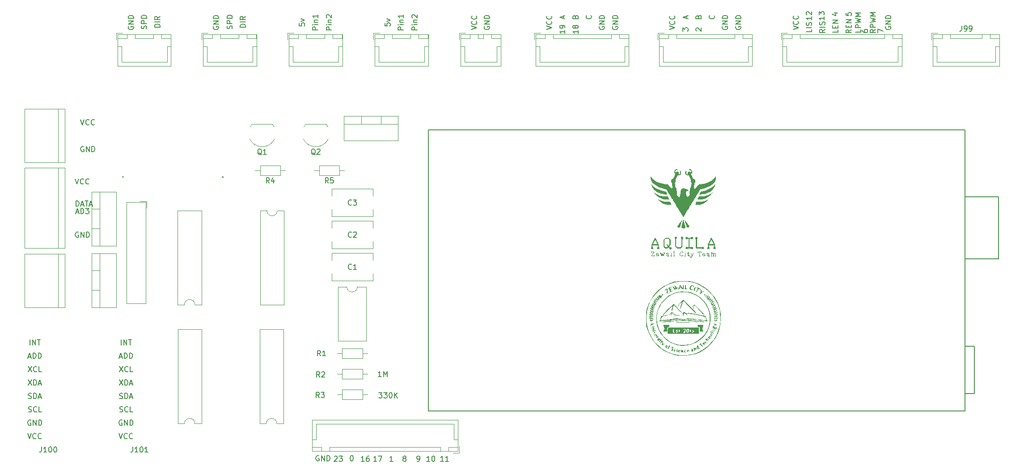
<source format=gbr>
%TF.GenerationSoftware,KiCad,Pcbnew,8.0.6*%
%TF.CreationDate,2024-12-20T15:34:33+02:00*%
%TF.ProjectId,Control_PCB,436f6e74-726f-46c5-9f50-43422e6b6963,rev?*%
%TF.SameCoordinates,Original*%
%TF.FileFunction,Legend,Top*%
%TF.FilePolarity,Positive*%
%FSLAX46Y46*%
G04 Gerber Fmt 4.6, Leading zero omitted, Abs format (unit mm)*
G04 Created by KiCad (PCBNEW 8.0.6) date 2024-12-20 15:34:33*
%MOMM*%
%LPD*%
G01*
G04 APERTURE LIST*
%ADD10C,0.150000*%
%ADD11C,0.120000*%
%ADD12C,0.200000*%
%ADD13C,0.000000*%
%ADD14C,0.127000*%
G04 APERTURE END LIST*
D10*
X64602438Y-48861904D02*
X64554819Y-48957142D01*
X64554819Y-48957142D02*
X64554819Y-49099999D01*
X64554819Y-49099999D02*
X64602438Y-49242856D01*
X64602438Y-49242856D02*
X64697676Y-49338094D01*
X64697676Y-49338094D02*
X64792914Y-49385713D01*
X64792914Y-49385713D02*
X64983390Y-49433332D01*
X64983390Y-49433332D02*
X65126247Y-49433332D01*
X65126247Y-49433332D02*
X65316723Y-49385713D01*
X65316723Y-49385713D02*
X65411961Y-49338094D01*
X65411961Y-49338094D02*
X65507200Y-49242856D01*
X65507200Y-49242856D02*
X65554819Y-49099999D01*
X65554819Y-49099999D02*
X65554819Y-49004761D01*
X65554819Y-49004761D02*
X65507200Y-48861904D01*
X65507200Y-48861904D02*
X65459580Y-48814285D01*
X65459580Y-48814285D02*
X65126247Y-48814285D01*
X65126247Y-48814285D02*
X65126247Y-49004761D01*
X65554819Y-48385713D02*
X64554819Y-48385713D01*
X64554819Y-48385713D02*
X65554819Y-47814285D01*
X65554819Y-47814285D02*
X64554819Y-47814285D01*
X65554819Y-47338094D02*
X64554819Y-47338094D01*
X64554819Y-47338094D02*
X64554819Y-47099999D01*
X64554819Y-47099999D02*
X64602438Y-46957142D01*
X64602438Y-46957142D02*
X64697676Y-46861904D01*
X64697676Y-46861904D02*
X64792914Y-46814285D01*
X64792914Y-46814285D02*
X64983390Y-46766666D01*
X64983390Y-46766666D02*
X65126247Y-46766666D01*
X65126247Y-46766666D02*
X65316723Y-46814285D01*
X65316723Y-46814285D02*
X65411961Y-46861904D01*
X65411961Y-46861904D02*
X65507200Y-46957142D01*
X65507200Y-46957142D02*
X65554819Y-47099999D01*
X65554819Y-47099999D02*
X65554819Y-47338094D01*
X175459580Y-46790476D02*
X175507200Y-46838095D01*
X175507200Y-46838095D02*
X175554819Y-46980952D01*
X175554819Y-46980952D02*
X175554819Y-47076190D01*
X175554819Y-47076190D02*
X175507200Y-47219047D01*
X175507200Y-47219047D02*
X175411961Y-47314285D01*
X175411961Y-47314285D02*
X175316723Y-47361904D01*
X175316723Y-47361904D02*
X175126247Y-47409523D01*
X175126247Y-47409523D02*
X174983390Y-47409523D01*
X174983390Y-47409523D02*
X174792914Y-47361904D01*
X174792914Y-47361904D02*
X174697676Y-47314285D01*
X174697676Y-47314285D02*
X174602438Y-47219047D01*
X174602438Y-47219047D02*
X174554819Y-47076190D01*
X174554819Y-47076190D02*
X174554819Y-46980952D01*
X174554819Y-46980952D02*
X174602438Y-46838095D01*
X174602438Y-46838095D02*
X174650057Y-46790476D01*
X109260588Y-131369819D02*
X108689160Y-131369819D01*
X108974874Y-131369819D02*
X108974874Y-130369819D01*
X108974874Y-130369819D02*
X108879636Y-130512676D01*
X108879636Y-130512676D02*
X108784398Y-130607914D01*
X108784398Y-130607914D02*
X108689160Y-130655533D01*
X110117731Y-130369819D02*
X109927255Y-130369819D01*
X109927255Y-130369819D02*
X109832017Y-130417438D01*
X109832017Y-130417438D02*
X109784398Y-130465057D01*
X109784398Y-130465057D02*
X109689160Y-130607914D01*
X109689160Y-130607914D02*
X109641541Y-130798390D01*
X109641541Y-130798390D02*
X109641541Y-131179342D01*
X109641541Y-131179342D02*
X109689160Y-131274580D01*
X109689160Y-131274580D02*
X109736779Y-131322200D01*
X109736779Y-131322200D02*
X109832017Y-131369819D01*
X109832017Y-131369819D02*
X110022493Y-131369819D01*
X110022493Y-131369819D02*
X110117731Y-131322200D01*
X110117731Y-131322200D02*
X110165350Y-131274580D01*
X110165350Y-131274580D02*
X110212969Y-131179342D01*
X110212969Y-131179342D02*
X110212969Y-130941247D01*
X110212969Y-130941247D02*
X110165350Y-130846009D01*
X110165350Y-130846009D02*
X110117731Y-130798390D01*
X110117731Y-130798390D02*
X110022493Y-130750771D01*
X110022493Y-130750771D02*
X109832017Y-130750771D01*
X109832017Y-130750771D02*
X109736779Y-130798390D01*
X109736779Y-130798390D02*
X109689160Y-130846009D01*
X109689160Y-130846009D02*
X109641541Y-130941247D01*
X55118095Y-87894438D02*
X55022857Y-87846819D01*
X55022857Y-87846819D02*
X54880000Y-87846819D01*
X54880000Y-87846819D02*
X54737143Y-87894438D01*
X54737143Y-87894438D02*
X54641905Y-87989676D01*
X54641905Y-87989676D02*
X54594286Y-88084914D01*
X54594286Y-88084914D02*
X54546667Y-88275390D01*
X54546667Y-88275390D02*
X54546667Y-88418247D01*
X54546667Y-88418247D02*
X54594286Y-88608723D01*
X54594286Y-88608723D02*
X54641905Y-88703961D01*
X54641905Y-88703961D02*
X54737143Y-88799200D01*
X54737143Y-88799200D02*
X54880000Y-88846819D01*
X54880000Y-88846819D02*
X54975238Y-88846819D01*
X54975238Y-88846819D02*
X55118095Y-88799200D01*
X55118095Y-88799200D02*
X55165714Y-88751580D01*
X55165714Y-88751580D02*
X55165714Y-88418247D01*
X55165714Y-88418247D02*
X54975238Y-88418247D01*
X55594286Y-88846819D02*
X55594286Y-87846819D01*
X55594286Y-87846819D02*
X56165714Y-88846819D01*
X56165714Y-88846819D02*
X56165714Y-87846819D01*
X56641905Y-88846819D02*
X56641905Y-87846819D01*
X56641905Y-87846819D02*
X56880000Y-87846819D01*
X56880000Y-87846819D02*
X57022857Y-87894438D01*
X57022857Y-87894438D02*
X57118095Y-87989676D01*
X57118095Y-87989676D02*
X57165714Y-88084914D01*
X57165714Y-88084914D02*
X57213333Y-88275390D01*
X57213333Y-88275390D02*
X57213333Y-88418247D01*
X57213333Y-88418247D02*
X57165714Y-88608723D01*
X57165714Y-88608723D02*
X57118095Y-88703961D01*
X57118095Y-88703961D02*
X57022857Y-88799200D01*
X57022857Y-88799200D02*
X56880000Y-88846819D01*
X56880000Y-88846819D02*
X56641905Y-88846819D01*
X203554819Y-49509523D02*
X203554819Y-49699999D01*
X203554819Y-49699999D02*
X203602438Y-49795237D01*
X203602438Y-49795237D02*
X203650057Y-49842856D01*
X203650057Y-49842856D02*
X203792914Y-49938094D01*
X203792914Y-49938094D02*
X203983390Y-49985713D01*
X203983390Y-49985713D02*
X204364342Y-49985713D01*
X204364342Y-49985713D02*
X204459580Y-49938094D01*
X204459580Y-49938094D02*
X204507200Y-49890475D01*
X204507200Y-49890475D02*
X204554819Y-49795237D01*
X204554819Y-49795237D02*
X204554819Y-49604761D01*
X204554819Y-49604761D02*
X204507200Y-49509523D01*
X204507200Y-49509523D02*
X204459580Y-49461904D01*
X204459580Y-49461904D02*
X204364342Y-49414285D01*
X204364342Y-49414285D02*
X204126247Y-49414285D01*
X204126247Y-49414285D02*
X204031009Y-49461904D01*
X204031009Y-49461904D02*
X203983390Y-49509523D01*
X203983390Y-49509523D02*
X203935771Y-49604761D01*
X203935771Y-49604761D02*
X203935771Y-49795237D01*
X203935771Y-49795237D02*
X203983390Y-49890475D01*
X203983390Y-49890475D02*
X204031009Y-49938094D01*
X204031009Y-49938094D02*
X204126247Y-49985713D01*
X200454819Y-46261904D02*
X200454819Y-46738094D01*
X200454819Y-46738094D02*
X200931009Y-46785713D01*
X200931009Y-46785713D02*
X200883390Y-46738094D01*
X200883390Y-46738094D02*
X200835771Y-46642856D01*
X200835771Y-46642856D02*
X200835771Y-46404761D01*
X200835771Y-46404761D02*
X200883390Y-46309523D01*
X200883390Y-46309523D02*
X200931009Y-46261904D01*
X200931009Y-46261904D02*
X201026247Y-46214285D01*
X201026247Y-46214285D02*
X201264342Y-46214285D01*
X201264342Y-46214285D02*
X201359580Y-46261904D01*
X201359580Y-46261904D02*
X201407200Y-46309523D01*
X201407200Y-46309523D02*
X201454819Y-46404761D01*
X201454819Y-46404761D02*
X201454819Y-46642856D01*
X201454819Y-46642856D02*
X201407200Y-46738094D01*
X201407200Y-46738094D02*
X201359580Y-46785713D01*
X112490285Y-115262819D02*
X111918857Y-115262819D01*
X112204571Y-115262819D02*
X112204571Y-114262819D01*
X112204571Y-114262819D02*
X112109333Y-114405676D01*
X112109333Y-114405676D02*
X112014095Y-114500914D01*
X112014095Y-114500914D02*
X111918857Y-114548533D01*
X112918857Y-115262819D02*
X112918857Y-114262819D01*
X112918857Y-114262819D02*
X113252190Y-114977104D01*
X113252190Y-114977104D02*
X113585523Y-114262819D01*
X113585523Y-114262819D02*
X113585523Y-115262819D01*
X103589160Y-130465057D02*
X103636779Y-130417438D01*
X103636779Y-130417438D02*
X103732017Y-130369819D01*
X103732017Y-130369819D02*
X103970112Y-130369819D01*
X103970112Y-130369819D02*
X104065350Y-130417438D01*
X104065350Y-130417438D02*
X104112969Y-130465057D01*
X104112969Y-130465057D02*
X104160588Y-130560295D01*
X104160588Y-130560295D02*
X104160588Y-130655533D01*
X104160588Y-130655533D02*
X104112969Y-130798390D01*
X104112969Y-130798390D02*
X103541541Y-131369819D01*
X103541541Y-131369819D02*
X104160588Y-131369819D01*
X104493922Y-130369819D02*
X105112969Y-130369819D01*
X105112969Y-130369819D02*
X104779636Y-130750771D01*
X104779636Y-130750771D02*
X104922493Y-130750771D01*
X104922493Y-130750771D02*
X105017731Y-130798390D01*
X105017731Y-130798390D02*
X105065350Y-130846009D01*
X105065350Y-130846009D02*
X105112969Y-130941247D01*
X105112969Y-130941247D02*
X105112969Y-131179342D01*
X105112969Y-131179342D02*
X105065350Y-131274580D01*
X105065350Y-131274580D02*
X105017731Y-131322200D01*
X105017731Y-131322200D02*
X104922493Y-131369819D01*
X104922493Y-131369819D02*
X104636779Y-131369819D01*
X104636779Y-131369819D02*
X104541541Y-131322200D01*
X104541541Y-131322200D02*
X104493922Y-131274580D01*
X119284398Y-131369819D02*
X119474874Y-131369819D01*
X119474874Y-131369819D02*
X119570112Y-131322200D01*
X119570112Y-131322200D02*
X119617731Y-131274580D01*
X119617731Y-131274580D02*
X119712969Y-131131723D01*
X119712969Y-131131723D02*
X119760588Y-130941247D01*
X119760588Y-130941247D02*
X119760588Y-130560295D01*
X119760588Y-130560295D02*
X119712969Y-130465057D01*
X119712969Y-130465057D02*
X119665350Y-130417438D01*
X119665350Y-130417438D02*
X119570112Y-130369819D01*
X119570112Y-130369819D02*
X119379636Y-130369819D01*
X119379636Y-130369819D02*
X119284398Y-130417438D01*
X119284398Y-130417438D02*
X119236779Y-130465057D01*
X119236779Y-130465057D02*
X119189160Y-130560295D01*
X119189160Y-130560295D02*
X119189160Y-130798390D01*
X119189160Y-130798390D02*
X119236779Y-130893628D01*
X119236779Y-130893628D02*
X119284398Y-130941247D01*
X119284398Y-130941247D02*
X119379636Y-130988866D01*
X119379636Y-130988866D02*
X119570112Y-130988866D01*
X119570112Y-130988866D02*
X119665350Y-130941247D01*
X119665350Y-130941247D02*
X119712969Y-130893628D01*
X119712969Y-130893628D02*
X119760588Y-130798390D01*
X206454819Y-50033332D02*
X206454819Y-49366666D01*
X206454819Y-49366666D02*
X207454819Y-49795237D01*
X103054819Y-49528570D02*
X102054819Y-49528570D01*
X102054819Y-49528570D02*
X102054819Y-49147618D01*
X102054819Y-49147618D02*
X102102438Y-49052380D01*
X102102438Y-49052380D02*
X102150057Y-49004761D01*
X102150057Y-49004761D02*
X102245295Y-48957142D01*
X102245295Y-48957142D02*
X102388152Y-48957142D01*
X102388152Y-48957142D02*
X102483390Y-49004761D01*
X102483390Y-49004761D02*
X102531009Y-49052380D01*
X102531009Y-49052380D02*
X102578628Y-49147618D01*
X102578628Y-49147618D02*
X102578628Y-49528570D01*
X103054819Y-48528570D02*
X102388152Y-48528570D01*
X102054819Y-48528570D02*
X102102438Y-48576189D01*
X102102438Y-48576189D02*
X102150057Y-48528570D01*
X102150057Y-48528570D02*
X102102438Y-48480951D01*
X102102438Y-48480951D02*
X102054819Y-48528570D01*
X102054819Y-48528570D02*
X102150057Y-48528570D01*
X102388152Y-48052380D02*
X103054819Y-48052380D01*
X102483390Y-48052380D02*
X102435771Y-48004761D01*
X102435771Y-48004761D02*
X102388152Y-47909523D01*
X102388152Y-47909523D02*
X102388152Y-47766666D01*
X102388152Y-47766666D02*
X102435771Y-47671428D01*
X102435771Y-47671428D02*
X102531009Y-47623809D01*
X102531009Y-47623809D02*
X103054819Y-47623809D01*
X102150057Y-47195237D02*
X102102438Y-47147618D01*
X102102438Y-47147618D02*
X102054819Y-47052380D01*
X102054819Y-47052380D02*
X102054819Y-46814285D01*
X102054819Y-46814285D02*
X102102438Y-46719047D01*
X102102438Y-46719047D02*
X102150057Y-46671428D01*
X102150057Y-46671428D02*
X102245295Y-46623809D01*
X102245295Y-46623809D02*
X102340533Y-46623809D01*
X102340533Y-46623809D02*
X102483390Y-46671428D01*
X102483390Y-46671428D02*
X103054819Y-47242856D01*
X103054819Y-47242856D02*
X103054819Y-46623809D01*
X169554819Y-49733332D02*
X169554819Y-49114285D01*
X169554819Y-49114285D02*
X169935771Y-49447618D01*
X169935771Y-49447618D02*
X169935771Y-49304761D01*
X169935771Y-49304761D02*
X169983390Y-49209523D01*
X169983390Y-49209523D02*
X170031009Y-49161904D01*
X170031009Y-49161904D02*
X170126247Y-49114285D01*
X170126247Y-49114285D02*
X170364342Y-49114285D01*
X170364342Y-49114285D02*
X170459580Y-49161904D01*
X170459580Y-49161904D02*
X170507200Y-49209523D01*
X170507200Y-49209523D02*
X170554819Y-49304761D01*
X170554819Y-49304761D02*
X170554819Y-49590475D01*
X170554819Y-49590475D02*
X170507200Y-49685713D01*
X170507200Y-49685713D02*
X170459580Y-49733332D01*
X198188152Y-46309523D02*
X198854819Y-46309523D01*
X197807200Y-46547618D02*
X198521485Y-46785713D01*
X198521485Y-46785713D02*
X198521485Y-46166666D01*
X70554819Y-48999999D02*
X69554819Y-48999999D01*
X69554819Y-48999999D02*
X69554819Y-48761904D01*
X69554819Y-48761904D02*
X69602438Y-48619047D01*
X69602438Y-48619047D02*
X69697676Y-48523809D01*
X69697676Y-48523809D02*
X69792914Y-48476190D01*
X69792914Y-48476190D02*
X69983390Y-48428571D01*
X69983390Y-48428571D02*
X70126247Y-48428571D01*
X70126247Y-48428571D02*
X70316723Y-48476190D01*
X70316723Y-48476190D02*
X70411961Y-48523809D01*
X70411961Y-48523809D02*
X70507200Y-48619047D01*
X70507200Y-48619047D02*
X70554819Y-48761904D01*
X70554819Y-48761904D02*
X70554819Y-48999999D01*
X70554819Y-47999999D02*
X69554819Y-47999999D01*
X70554819Y-46952381D02*
X70078628Y-47285714D01*
X70554819Y-47523809D02*
X69554819Y-47523809D01*
X69554819Y-47523809D02*
X69554819Y-47142857D01*
X69554819Y-47142857D02*
X69602438Y-47047619D01*
X69602438Y-47047619D02*
X69650057Y-47000000D01*
X69650057Y-47000000D02*
X69745295Y-46952381D01*
X69745295Y-46952381D02*
X69888152Y-46952381D01*
X69888152Y-46952381D02*
X69983390Y-47000000D01*
X69983390Y-47000000D02*
X70031009Y-47047619D01*
X70031009Y-47047619D02*
X70078628Y-47142857D01*
X70078628Y-47142857D02*
X70078628Y-47523809D01*
X152159580Y-46790476D02*
X152207200Y-46838095D01*
X152207200Y-46838095D02*
X152254819Y-46980952D01*
X152254819Y-46980952D02*
X152254819Y-47076190D01*
X152254819Y-47076190D02*
X152207200Y-47219047D01*
X152207200Y-47219047D02*
X152111961Y-47314285D01*
X152111961Y-47314285D02*
X152016723Y-47361904D01*
X152016723Y-47361904D02*
X151826247Y-47409523D01*
X151826247Y-47409523D02*
X151683390Y-47409523D01*
X151683390Y-47409523D02*
X151492914Y-47361904D01*
X151492914Y-47361904D02*
X151397676Y-47314285D01*
X151397676Y-47314285D02*
X151302438Y-47219047D01*
X151302438Y-47219047D02*
X151254819Y-47076190D01*
X151254819Y-47076190D02*
X151254819Y-46980952D01*
X151254819Y-46980952D02*
X151302438Y-46838095D01*
X151302438Y-46838095D02*
X151350057Y-46790476D01*
X143754819Y-49433332D02*
X144754819Y-49099999D01*
X144754819Y-49099999D02*
X143754819Y-48766666D01*
X144659580Y-47861904D02*
X144707200Y-47909523D01*
X144707200Y-47909523D02*
X144754819Y-48052380D01*
X144754819Y-48052380D02*
X144754819Y-48147618D01*
X144754819Y-48147618D02*
X144707200Y-48290475D01*
X144707200Y-48290475D02*
X144611961Y-48385713D01*
X144611961Y-48385713D02*
X144516723Y-48433332D01*
X144516723Y-48433332D02*
X144326247Y-48480951D01*
X144326247Y-48480951D02*
X144183390Y-48480951D01*
X144183390Y-48480951D02*
X143992914Y-48433332D01*
X143992914Y-48433332D02*
X143897676Y-48385713D01*
X143897676Y-48385713D02*
X143802438Y-48290475D01*
X143802438Y-48290475D02*
X143754819Y-48147618D01*
X143754819Y-48147618D02*
X143754819Y-48052380D01*
X143754819Y-48052380D02*
X143802438Y-47909523D01*
X143802438Y-47909523D02*
X143850057Y-47861904D01*
X144659580Y-46861904D02*
X144707200Y-46909523D01*
X144707200Y-46909523D02*
X144754819Y-47052380D01*
X144754819Y-47052380D02*
X144754819Y-47147618D01*
X144754819Y-47147618D02*
X144707200Y-47290475D01*
X144707200Y-47290475D02*
X144611961Y-47385713D01*
X144611961Y-47385713D02*
X144516723Y-47433332D01*
X144516723Y-47433332D02*
X144326247Y-47480951D01*
X144326247Y-47480951D02*
X144183390Y-47480951D01*
X144183390Y-47480951D02*
X143992914Y-47433332D01*
X143992914Y-47433332D02*
X143897676Y-47385713D01*
X143897676Y-47385713D02*
X143802438Y-47290475D01*
X143802438Y-47290475D02*
X143754819Y-47147618D01*
X143754819Y-47147618D02*
X143754819Y-47052380D01*
X143754819Y-47052380D02*
X143802438Y-46909523D01*
X143802438Y-46909523D02*
X143850057Y-46861904D01*
X193954819Y-49404761D02*
X193954819Y-49880951D01*
X193954819Y-49880951D02*
X192954819Y-49880951D01*
X193954819Y-49071427D02*
X192954819Y-49071427D01*
X193907200Y-48642856D02*
X193954819Y-48499999D01*
X193954819Y-48499999D02*
X193954819Y-48261904D01*
X193954819Y-48261904D02*
X193907200Y-48166666D01*
X193907200Y-48166666D02*
X193859580Y-48119047D01*
X193859580Y-48119047D02*
X193764342Y-48071428D01*
X193764342Y-48071428D02*
X193669104Y-48071428D01*
X193669104Y-48071428D02*
X193573866Y-48119047D01*
X193573866Y-48119047D02*
X193526247Y-48166666D01*
X193526247Y-48166666D02*
X193478628Y-48261904D01*
X193478628Y-48261904D02*
X193431009Y-48452380D01*
X193431009Y-48452380D02*
X193383390Y-48547618D01*
X193383390Y-48547618D02*
X193335771Y-48595237D01*
X193335771Y-48595237D02*
X193240533Y-48642856D01*
X193240533Y-48642856D02*
X193145295Y-48642856D01*
X193145295Y-48642856D02*
X193050057Y-48595237D01*
X193050057Y-48595237D02*
X193002438Y-48547618D01*
X193002438Y-48547618D02*
X192954819Y-48452380D01*
X192954819Y-48452380D02*
X192954819Y-48214285D01*
X192954819Y-48214285D02*
X193002438Y-48071428D01*
X56134095Y-71638438D02*
X56038857Y-71590819D01*
X56038857Y-71590819D02*
X55896000Y-71590819D01*
X55896000Y-71590819D02*
X55753143Y-71638438D01*
X55753143Y-71638438D02*
X55657905Y-71733676D01*
X55657905Y-71733676D02*
X55610286Y-71828914D01*
X55610286Y-71828914D02*
X55562667Y-72019390D01*
X55562667Y-72019390D02*
X55562667Y-72162247D01*
X55562667Y-72162247D02*
X55610286Y-72352723D01*
X55610286Y-72352723D02*
X55657905Y-72447961D01*
X55657905Y-72447961D02*
X55753143Y-72543200D01*
X55753143Y-72543200D02*
X55896000Y-72590819D01*
X55896000Y-72590819D02*
X55991238Y-72590819D01*
X55991238Y-72590819D02*
X56134095Y-72543200D01*
X56134095Y-72543200D02*
X56181714Y-72495580D01*
X56181714Y-72495580D02*
X56181714Y-72162247D01*
X56181714Y-72162247D02*
X55991238Y-72162247D01*
X56610286Y-72590819D02*
X56610286Y-71590819D01*
X56610286Y-71590819D02*
X57181714Y-72590819D01*
X57181714Y-72590819D02*
X57181714Y-71590819D01*
X57657905Y-72590819D02*
X57657905Y-71590819D01*
X57657905Y-71590819D02*
X57896000Y-71590819D01*
X57896000Y-71590819D02*
X58038857Y-71638438D01*
X58038857Y-71638438D02*
X58134095Y-71733676D01*
X58134095Y-71733676D02*
X58181714Y-71828914D01*
X58181714Y-71828914D02*
X58229333Y-72019390D01*
X58229333Y-72019390D02*
X58229333Y-72162247D01*
X58229333Y-72162247D02*
X58181714Y-72352723D01*
X58181714Y-72352723D02*
X58134095Y-72447961D01*
X58134095Y-72447961D02*
X58038857Y-72543200D01*
X58038857Y-72543200D02*
X57896000Y-72590819D01*
X57896000Y-72590819D02*
X57657905Y-72590819D01*
X116779636Y-130798390D02*
X116684398Y-130750771D01*
X116684398Y-130750771D02*
X116636779Y-130703152D01*
X116636779Y-130703152D02*
X116589160Y-130607914D01*
X116589160Y-130607914D02*
X116589160Y-130560295D01*
X116589160Y-130560295D02*
X116636779Y-130465057D01*
X116636779Y-130465057D02*
X116684398Y-130417438D01*
X116684398Y-130417438D02*
X116779636Y-130369819D01*
X116779636Y-130369819D02*
X116970112Y-130369819D01*
X116970112Y-130369819D02*
X117065350Y-130417438D01*
X117065350Y-130417438D02*
X117112969Y-130465057D01*
X117112969Y-130465057D02*
X117160588Y-130560295D01*
X117160588Y-130560295D02*
X117160588Y-130607914D01*
X117160588Y-130607914D02*
X117112969Y-130703152D01*
X117112969Y-130703152D02*
X117065350Y-130750771D01*
X117065350Y-130750771D02*
X116970112Y-130798390D01*
X116970112Y-130798390D02*
X116779636Y-130798390D01*
X116779636Y-130798390D02*
X116684398Y-130846009D01*
X116684398Y-130846009D02*
X116636779Y-130893628D01*
X116636779Y-130893628D02*
X116589160Y-130988866D01*
X116589160Y-130988866D02*
X116589160Y-131179342D01*
X116589160Y-131179342D02*
X116636779Y-131274580D01*
X116636779Y-131274580D02*
X116684398Y-131322200D01*
X116684398Y-131322200D02*
X116779636Y-131369819D01*
X116779636Y-131369819D02*
X116970112Y-131369819D01*
X116970112Y-131369819D02*
X117065350Y-131322200D01*
X117065350Y-131322200D02*
X117112969Y-131274580D01*
X117112969Y-131274580D02*
X117160588Y-131179342D01*
X117160588Y-131179342D02*
X117160588Y-130988866D01*
X117160588Y-130988866D02*
X117112969Y-130893628D01*
X117112969Y-130893628D02*
X117065350Y-130846009D01*
X117065350Y-130846009D02*
X116970112Y-130798390D01*
X201454819Y-49466666D02*
X200978628Y-49799999D01*
X201454819Y-50038094D02*
X200454819Y-50038094D01*
X200454819Y-50038094D02*
X200454819Y-49657142D01*
X200454819Y-49657142D02*
X200502438Y-49561904D01*
X200502438Y-49561904D02*
X200550057Y-49514285D01*
X200550057Y-49514285D02*
X200645295Y-49466666D01*
X200645295Y-49466666D02*
X200788152Y-49466666D01*
X200788152Y-49466666D02*
X200883390Y-49514285D01*
X200883390Y-49514285D02*
X200931009Y-49561904D01*
X200931009Y-49561904D02*
X200978628Y-49657142D01*
X200978628Y-49657142D02*
X200978628Y-50038094D01*
X200931009Y-49038094D02*
X200931009Y-48704761D01*
X201454819Y-48561904D02*
X201454819Y-49038094D01*
X201454819Y-49038094D02*
X200454819Y-49038094D01*
X200454819Y-49038094D02*
X200454819Y-48561904D01*
X201454819Y-48133332D02*
X200454819Y-48133332D01*
X200454819Y-48133332D02*
X201454819Y-47561904D01*
X201454819Y-47561904D02*
X200454819Y-47561904D01*
X114660588Y-131369819D02*
X114089160Y-131369819D01*
X114374874Y-131369819D02*
X114374874Y-130369819D01*
X114374874Y-130369819D02*
X114279636Y-130512676D01*
X114279636Y-130512676D02*
X114184398Y-130607914D01*
X114184398Y-130607914D02*
X114089160Y-130655533D01*
X172150057Y-49685713D02*
X172102438Y-49638094D01*
X172102438Y-49638094D02*
X172054819Y-49542856D01*
X172054819Y-49542856D02*
X172054819Y-49304761D01*
X172054819Y-49304761D02*
X172102438Y-49209523D01*
X172102438Y-49209523D02*
X172150057Y-49161904D01*
X172150057Y-49161904D02*
X172245295Y-49114285D01*
X172245295Y-49114285D02*
X172340533Y-49114285D01*
X172340533Y-49114285D02*
X172483390Y-49161904D01*
X172483390Y-49161904D02*
X173054819Y-49733332D01*
X173054819Y-49733332D02*
X173054819Y-49114285D01*
X179602438Y-48861904D02*
X179554819Y-48957142D01*
X179554819Y-48957142D02*
X179554819Y-49099999D01*
X179554819Y-49099999D02*
X179602438Y-49242856D01*
X179602438Y-49242856D02*
X179697676Y-49338094D01*
X179697676Y-49338094D02*
X179792914Y-49385713D01*
X179792914Y-49385713D02*
X179983390Y-49433332D01*
X179983390Y-49433332D02*
X180126247Y-49433332D01*
X180126247Y-49433332D02*
X180316723Y-49385713D01*
X180316723Y-49385713D02*
X180411961Y-49338094D01*
X180411961Y-49338094D02*
X180507200Y-49242856D01*
X180507200Y-49242856D02*
X180554819Y-49099999D01*
X180554819Y-49099999D02*
X180554819Y-49004761D01*
X180554819Y-49004761D02*
X180507200Y-48861904D01*
X180507200Y-48861904D02*
X180459580Y-48814285D01*
X180459580Y-48814285D02*
X180126247Y-48814285D01*
X180126247Y-48814285D02*
X180126247Y-49004761D01*
X180554819Y-48385713D02*
X179554819Y-48385713D01*
X179554819Y-48385713D02*
X180554819Y-47814285D01*
X180554819Y-47814285D02*
X179554819Y-47814285D01*
X180554819Y-47338094D02*
X179554819Y-47338094D01*
X179554819Y-47338094D02*
X179554819Y-47099999D01*
X179554819Y-47099999D02*
X179602438Y-46957142D01*
X179602438Y-46957142D02*
X179697676Y-46861904D01*
X179697676Y-46861904D02*
X179792914Y-46814285D01*
X179792914Y-46814285D02*
X179983390Y-46766666D01*
X179983390Y-46766666D02*
X180126247Y-46766666D01*
X180126247Y-46766666D02*
X180316723Y-46814285D01*
X180316723Y-46814285D02*
X180411961Y-46861904D01*
X180411961Y-46861904D02*
X180507200Y-46957142D01*
X180507200Y-46957142D02*
X180554819Y-47099999D01*
X180554819Y-47099999D02*
X180554819Y-47338094D01*
X111604588Y-131369819D02*
X111033160Y-131369819D01*
X111318874Y-131369819D02*
X111318874Y-130369819D01*
X111318874Y-130369819D02*
X111223636Y-130512676D01*
X111223636Y-130512676D02*
X111128398Y-130607914D01*
X111128398Y-130607914D02*
X111033160Y-130655533D01*
X111937922Y-130369819D02*
X112604588Y-130369819D01*
X112604588Y-130369819D02*
X112176017Y-131369819D01*
X167054819Y-49433332D02*
X168054819Y-49099999D01*
X168054819Y-49099999D02*
X167054819Y-48766666D01*
X167959580Y-47861904D02*
X168007200Y-47909523D01*
X168007200Y-47909523D02*
X168054819Y-48052380D01*
X168054819Y-48052380D02*
X168054819Y-48147618D01*
X168054819Y-48147618D02*
X168007200Y-48290475D01*
X168007200Y-48290475D02*
X167911961Y-48385713D01*
X167911961Y-48385713D02*
X167816723Y-48433332D01*
X167816723Y-48433332D02*
X167626247Y-48480951D01*
X167626247Y-48480951D02*
X167483390Y-48480951D01*
X167483390Y-48480951D02*
X167292914Y-48433332D01*
X167292914Y-48433332D02*
X167197676Y-48385713D01*
X167197676Y-48385713D02*
X167102438Y-48290475D01*
X167102438Y-48290475D02*
X167054819Y-48147618D01*
X167054819Y-48147618D02*
X167054819Y-48052380D01*
X167054819Y-48052380D02*
X167102438Y-47909523D01*
X167102438Y-47909523D02*
X167150057Y-47861904D01*
X167959580Y-46861904D02*
X168007200Y-46909523D01*
X168007200Y-46909523D02*
X168054819Y-47052380D01*
X168054819Y-47052380D02*
X168054819Y-47147618D01*
X168054819Y-47147618D02*
X168007200Y-47290475D01*
X168007200Y-47290475D02*
X167911961Y-47385713D01*
X167911961Y-47385713D02*
X167816723Y-47433332D01*
X167816723Y-47433332D02*
X167626247Y-47480951D01*
X167626247Y-47480951D02*
X167483390Y-47480951D01*
X167483390Y-47480951D02*
X167292914Y-47433332D01*
X167292914Y-47433332D02*
X167197676Y-47385713D01*
X167197676Y-47385713D02*
X167102438Y-47290475D01*
X167102438Y-47290475D02*
X167054819Y-47147618D01*
X167054819Y-47147618D02*
X167054819Y-47052380D01*
X167054819Y-47052380D02*
X167102438Y-46909523D01*
X167102438Y-46909523D02*
X167150057Y-46861904D01*
X196454819Y-49404761D02*
X195978628Y-49738094D01*
X196454819Y-49976189D02*
X195454819Y-49976189D01*
X195454819Y-49976189D02*
X195454819Y-49595237D01*
X195454819Y-49595237D02*
X195502438Y-49499999D01*
X195502438Y-49499999D02*
X195550057Y-49452380D01*
X195550057Y-49452380D02*
X195645295Y-49404761D01*
X195645295Y-49404761D02*
X195788152Y-49404761D01*
X195788152Y-49404761D02*
X195883390Y-49452380D01*
X195883390Y-49452380D02*
X195931009Y-49499999D01*
X195931009Y-49499999D02*
X195978628Y-49595237D01*
X195978628Y-49595237D02*
X195978628Y-49976189D01*
X196454819Y-48976189D02*
X195454819Y-48976189D01*
X196407200Y-48547618D02*
X196454819Y-48404761D01*
X196454819Y-48404761D02*
X196454819Y-48166666D01*
X196454819Y-48166666D02*
X196407200Y-48071428D01*
X196407200Y-48071428D02*
X196359580Y-48023809D01*
X196359580Y-48023809D02*
X196264342Y-47976190D01*
X196264342Y-47976190D02*
X196169104Y-47976190D01*
X196169104Y-47976190D02*
X196073866Y-48023809D01*
X196073866Y-48023809D02*
X196026247Y-48071428D01*
X196026247Y-48071428D02*
X195978628Y-48166666D01*
X195978628Y-48166666D02*
X195931009Y-48357142D01*
X195931009Y-48357142D02*
X195883390Y-48452380D01*
X195883390Y-48452380D02*
X195835771Y-48499999D01*
X195835771Y-48499999D02*
X195740533Y-48547618D01*
X195740533Y-48547618D02*
X195645295Y-48547618D01*
X195645295Y-48547618D02*
X195550057Y-48499999D01*
X195550057Y-48499999D02*
X195502438Y-48452380D01*
X195502438Y-48452380D02*
X195454819Y-48357142D01*
X195454819Y-48357142D02*
X195454819Y-48119047D01*
X195454819Y-48119047D02*
X195502438Y-47976190D01*
X198954819Y-49466666D02*
X198954819Y-49942856D01*
X198954819Y-49942856D02*
X197954819Y-49942856D01*
X198431009Y-49133332D02*
X198431009Y-48799999D01*
X198954819Y-48657142D02*
X198954819Y-49133332D01*
X198954819Y-49133332D02*
X197954819Y-49133332D01*
X197954819Y-49133332D02*
X197954819Y-48657142D01*
X198954819Y-48228570D02*
X197954819Y-48228570D01*
X197954819Y-48228570D02*
X198954819Y-47657142D01*
X198954819Y-47657142D02*
X197954819Y-47657142D01*
X80702438Y-48861904D02*
X80654819Y-48957142D01*
X80654819Y-48957142D02*
X80654819Y-49099999D01*
X80654819Y-49099999D02*
X80702438Y-49242856D01*
X80702438Y-49242856D02*
X80797676Y-49338094D01*
X80797676Y-49338094D02*
X80892914Y-49385713D01*
X80892914Y-49385713D02*
X81083390Y-49433332D01*
X81083390Y-49433332D02*
X81226247Y-49433332D01*
X81226247Y-49433332D02*
X81416723Y-49385713D01*
X81416723Y-49385713D02*
X81511961Y-49338094D01*
X81511961Y-49338094D02*
X81607200Y-49242856D01*
X81607200Y-49242856D02*
X81654819Y-49099999D01*
X81654819Y-49099999D02*
X81654819Y-49004761D01*
X81654819Y-49004761D02*
X81607200Y-48861904D01*
X81607200Y-48861904D02*
X81559580Y-48814285D01*
X81559580Y-48814285D02*
X81226247Y-48814285D01*
X81226247Y-48814285D02*
X81226247Y-49004761D01*
X81654819Y-48385713D02*
X80654819Y-48385713D01*
X80654819Y-48385713D02*
X81654819Y-47814285D01*
X81654819Y-47814285D02*
X80654819Y-47814285D01*
X81654819Y-47338094D02*
X80654819Y-47338094D01*
X80654819Y-47338094D02*
X80654819Y-47099999D01*
X80654819Y-47099999D02*
X80702438Y-46957142D01*
X80702438Y-46957142D02*
X80797676Y-46861904D01*
X80797676Y-46861904D02*
X80892914Y-46814285D01*
X80892914Y-46814285D02*
X81083390Y-46766666D01*
X81083390Y-46766666D02*
X81226247Y-46766666D01*
X81226247Y-46766666D02*
X81416723Y-46814285D01*
X81416723Y-46814285D02*
X81511961Y-46861904D01*
X81511961Y-46861904D02*
X81607200Y-46957142D01*
X81607200Y-46957142D02*
X81654819Y-47099999D01*
X81654819Y-47099999D02*
X81654819Y-47338094D01*
X119254819Y-49528570D02*
X118254819Y-49528570D01*
X118254819Y-49528570D02*
X118254819Y-49147618D01*
X118254819Y-49147618D02*
X118302438Y-49052380D01*
X118302438Y-49052380D02*
X118350057Y-49004761D01*
X118350057Y-49004761D02*
X118445295Y-48957142D01*
X118445295Y-48957142D02*
X118588152Y-48957142D01*
X118588152Y-48957142D02*
X118683390Y-49004761D01*
X118683390Y-49004761D02*
X118731009Y-49052380D01*
X118731009Y-49052380D02*
X118778628Y-49147618D01*
X118778628Y-49147618D02*
X118778628Y-49528570D01*
X119254819Y-48528570D02*
X118588152Y-48528570D01*
X118254819Y-48528570D02*
X118302438Y-48576189D01*
X118302438Y-48576189D02*
X118350057Y-48528570D01*
X118350057Y-48528570D02*
X118302438Y-48480951D01*
X118302438Y-48480951D02*
X118254819Y-48528570D01*
X118254819Y-48528570D02*
X118350057Y-48528570D01*
X118588152Y-48052380D02*
X119254819Y-48052380D01*
X118683390Y-48052380D02*
X118635771Y-48004761D01*
X118635771Y-48004761D02*
X118588152Y-47909523D01*
X118588152Y-47909523D02*
X118588152Y-47766666D01*
X118588152Y-47766666D02*
X118635771Y-47671428D01*
X118635771Y-47671428D02*
X118731009Y-47623809D01*
X118731009Y-47623809D02*
X119254819Y-47623809D01*
X118350057Y-47195237D02*
X118302438Y-47147618D01*
X118302438Y-47147618D02*
X118254819Y-47052380D01*
X118254819Y-47052380D02*
X118254819Y-46814285D01*
X118254819Y-46814285D02*
X118302438Y-46719047D01*
X118302438Y-46719047D02*
X118350057Y-46671428D01*
X118350057Y-46671428D02*
X118445295Y-46623809D01*
X118445295Y-46623809D02*
X118540533Y-46623809D01*
X118540533Y-46623809D02*
X118683390Y-46671428D01*
X118683390Y-46671428D02*
X119254819Y-47242856D01*
X119254819Y-47242856D02*
X119254819Y-46623809D01*
X106827255Y-130269819D02*
X106922493Y-130269819D01*
X106922493Y-130269819D02*
X107017731Y-130317438D01*
X107017731Y-130317438D02*
X107065350Y-130365057D01*
X107065350Y-130365057D02*
X107112969Y-130460295D01*
X107112969Y-130460295D02*
X107160588Y-130650771D01*
X107160588Y-130650771D02*
X107160588Y-130888866D01*
X107160588Y-130888866D02*
X107112969Y-131079342D01*
X107112969Y-131079342D02*
X107065350Y-131174580D01*
X107065350Y-131174580D02*
X107017731Y-131222200D01*
X107017731Y-131222200D02*
X106922493Y-131269819D01*
X106922493Y-131269819D02*
X106827255Y-131269819D01*
X106827255Y-131269819D02*
X106732017Y-131222200D01*
X106732017Y-131222200D02*
X106684398Y-131174580D01*
X106684398Y-131174580D02*
X106636779Y-131079342D01*
X106636779Y-131079342D02*
X106589160Y-130888866D01*
X106589160Y-130888866D02*
X106589160Y-130650771D01*
X106589160Y-130650771D02*
X106636779Y-130460295D01*
X106636779Y-130460295D02*
X106684398Y-130365057D01*
X106684398Y-130365057D02*
X106732017Y-130317438D01*
X106732017Y-130317438D02*
X106827255Y-130269819D01*
X196354819Y-46990476D02*
X196354819Y-47561904D01*
X196354819Y-47276190D02*
X195354819Y-47276190D01*
X195354819Y-47276190D02*
X195497676Y-47371428D01*
X195497676Y-47371428D02*
X195592914Y-47466666D01*
X195592914Y-47466666D02*
X195640533Y-47561904D01*
X195354819Y-46657142D02*
X195354819Y-46038095D01*
X195354819Y-46038095D02*
X195735771Y-46371428D01*
X195735771Y-46371428D02*
X195735771Y-46228571D01*
X195735771Y-46228571D02*
X195783390Y-46133333D01*
X195783390Y-46133333D02*
X195831009Y-46085714D01*
X195831009Y-46085714D02*
X195926247Y-46038095D01*
X195926247Y-46038095D02*
X196164342Y-46038095D01*
X196164342Y-46038095D02*
X196259580Y-46085714D01*
X196259580Y-46085714D02*
X196307200Y-46133333D01*
X196307200Y-46133333D02*
X196354819Y-46228571D01*
X196354819Y-46228571D02*
X196354819Y-46514285D01*
X196354819Y-46514285D02*
X196307200Y-46609523D01*
X196307200Y-46609523D02*
X196259580Y-46657142D01*
X124260588Y-131369819D02*
X123689160Y-131369819D01*
X123974874Y-131369819D02*
X123974874Y-130369819D01*
X123974874Y-130369819D02*
X123879636Y-130512676D01*
X123879636Y-130512676D02*
X123784398Y-130607914D01*
X123784398Y-130607914D02*
X123689160Y-130655533D01*
X125212969Y-131369819D02*
X124641541Y-131369819D01*
X124927255Y-131369819D02*
X124927255Y-130369819D01*
X124927255Y-130369819D02*
X124832017Y-130512676D01*
X124832017Y-130512676D02*
X124736779Y-130607914D01*
X124736779Y-130607914D02*
X124641541Y-130655533D01*
X153802438Y-48861904D02*
X153754819Y-48957142D01*
X153754819Y-48957142D02*
X153754819Y-49099999D01*
X153754819Y-49099999D02*
X153802438Y-49242856D01*
X153802438Y-49242856D02*
X153897676Y-49338094D01*
X153897676Y-49338094D02*
X153992914Y-49385713D01*
X153992914Y-49385713D02*
X154183390Y-49433332D01*
X154183390Y-49433332D02*
X154326247Y-49433332D01*
X154326247Y-49433332D02*
X154516723Y-49385713D01*
X154516723Y-49385713D02*
X154611961Y-49338094D01*
X154611961Y-49338094D02*
X154707200Y-49242856D01*
X154707200Y-49242856D02*
X154754819Y-49099999D01*
X154754819Y-49099999D02*
X154754819Y-49004761D01*
X154754819Y-49004761D02*
X154707200Y-48861904D01*
X154707200Y-48861904D02*
X154659580Y-48814285D01*
X154659580Y-48814285D02*
X154326247Y-48814285D01*
X154326247Y-48814285D02*
X154326247Y-49004761D01*
X154754819Y-48385713D02*
X153754819Y-48385713D01*
X153754819Y-48385713D02*
X154754819Y-47814285D01*
X154754819Y-47814285D02*
X153754819Y-47814285D01*
X154754819Y-47338094D02*
X153754819Y-47338094D01*
X153754819Y-47338094D02*
X153754819Y-47099999D01*
X153754819Y-47099999D02*
X153802438Y-46957142D01*
X153802438Y-46957142D02*
X153897676Y-46861904D01*
X153897676Y-46861904D02*
X153992914Y-46814285D01*
X153992914Y-46814285D02*
X154183390Y-46766666D01*
X154183390Y-46766666D02*
X154326247Y-46766666D01*
X154326247Y-46766666D02*
X154516723Y-46814285D01*
X154516723Y-46814285D02*
X154611961Y-46861904D01*
X154611961Y-46861904D02*
X154707200Y-46957142D01*
X154707200Y-46957142D02*
X154754819Y-47099999D01*
X154754819Y-47099999D02*
X154754819Y-47338094D01*
X116654819Y-49528570D02*
X115654819Y-49528570D01*
X115654819Y-49528570D02*
X115654819Y-49147618D01*
X115654819Y-49147618D02*
X115702438Y-49052380D01*
X115702438Y-49052380D02*
X115750057Y-49004761D01*
X115750057Y-49004761D02*
X115845295Y-48957142D01*
X115845295Y-48957142D02*
X115988152Y-48957142D01*
X115988152Y-48957142D02*
X116083390Y-49004761D01*
X116083390Y-49004761D02*
X116131009Y-49052380D01*
X116131009Y-49052380D02*
X116178628Y-49147618D01*
X116178628Y-49147618D02*
X116178628Y-49528570D01*
X116654819Y-48528570D02*
X115988152Y-48528570D01*
X115654819Y-48528570D02*
X115702438Y-48576189D01*
X115702438Y-48576189D02*
X115750057Y-48528570D01*
X115750057Y-48528570D02*
X115702438Y-48480951D01*
X115702438Y-48480951D02*
X115654819Y-48528570D01*
X115654819Y-48528570D02*
X115750057Y-48528570D01*
X115988152Y-48052380D02*
X116654819Y-48052380D01*
X116083390Y-48052380D02*
X116035771Y-48004761D01*
X116035771Y-48004761D02*
X115988152Y-47909523D01*
X115988152Y-47909523D02*
X115988152Y-47766666D01*
X115988152Y-47766666D02*
X116035771Y-47671428D01*
X116035771Y-47671428D02*
X116131009Y-47623809D01*
X116131009Y-47623809D02*
X116654819Y-47623809D01*
X116654819Y-46623809D02*
X116654819Y-47195237D01*
X116654819Y-46909523D02*
X115654819Y-46909523D01*
X115654819Y-46909523D02*
X115797676Y-47004761D01*
X115797676Y-47004761D02*
X115892914Y-47099999D01*
X115892914Y-47099999D02*
X115940533Y-47195237D01*
X206054819Y-49433333D02*
X205578628Y-49766666D01*
X206054819Y-50004761D02*
X205054819Y-50004761D01*
X205054819Y-50004761D02*
X205054819Y-49623809D01*
X205054819Y-49623809D02*
X205102438Y-49528571D01*
X205102438Y-49528571D02*
X205150057Y-49480952D01*
X205150057Y-49480952D02*
X205245295Y-49433333D01*
X205245295Y-49433333D02*
X205388152Y-49433333D01*
X205388152Y-49433333D02*
X205483390Y-49480952D01*
X205483390Y-49480952D02*
X205531009Y-49528571D01*
X205531009Y-49528571D02*
X205578628Y-49623809D01*
X205578628Y-49623809D02*
X205578628Y-50004761D01*
X206054819Y-49004761D02*
X205054819Y-49004761D01*
X205054819Y-49004761D02*
X205054819Y-48623809D01*
X205054819Y-48623809D02*
X205102438Y-48528571D01*
X205102438Y-48528571D02*
X205150057Y-48480952D01*
X205150057Y-48480952D02*
X205245295Y-48433333D01*
X205245295Y-48433333D02*
X205388152Y-48433333D01*
X205388152Y-48433333D02*
X205483390Y-48480952D01*
X205483390Y-48480952D02*
X205531009Y-48528571D01*
X205531009Y-48528571D02*
X205578628Y-48623809D01*
X205578628Y-48623809D02*
X205578628Y-49004761D01*
X205054819Y-48099999D02*
X206054819Y-47861904D01*
X206054819Y-47861904D02*
X205340533Y-47671428D01*
X205340533Y-47671428D02*
X206054819Y-47480952D01*
X206054819Y-47480952D02*
X205054819Y-47242857D01*
X206054819Y-46861904D02*
X205054819Y-46861904D01*
X205054819Y-46861904D02*
X205769104Y-46528571D01*
X205769104Y-46528571D02*
X205054819Y-46195238D01*
X205054819Y-46195238D02*
X206054819Y-46195238D01*
X177102438Y-48861904D02*
X177054819Y-48957142D01*
X177054819Y-48957142D02*
X177054819Y-49099999D01*
X177054819Y-49099999D02*
X177102438Y-49242856D01*
X177102438Y-49242856D02*
X177197676Y-49338094D01*
X177197676Y-49338094D02*
X177292914Y-49385713D01*
X177292914Y-49385713D02*
X177483390Y-49433332D01*
X177483390Y-49433332D02*
X177626247Y-49433332D01*
X177626247Y-49433332D02*
X177816723Y-49385713D01*
X177816723Y-49385713D02*
X177911961Y-49338094D01*
X177911961Y-49338094D02*
X178007200Y-49242856D01*
X178007200Y-49242856D02*
X178054819Y-49099999D01*
X178054819Y-49099999D02*
X178054819Y-49004761D01*
X178054819Y-49004761D02*
X178007200Y-48861904D01*
X178007200Y-48861904D02*
X177959580Y-48814285D01*
X177959580Y-48814285D02*
X177626247Y-48814285D01*
X177626247Y-48814285D02*
X177626247Y-49004761D01*
X178054819Y-48385713D02*
X177054819Y-48385713D01*
X177054819Y-48385713D02*
X178054819Y-47814285D01*
X178054819Y-47814285D02*
X177054819Y-47814285D01*
X178054819Y-47338094D02*
X177054819Y-47338094D01*
X177054819Y-47338094D02*
X177054819Y-47099999D01*
X177054819Y-47099999D02*
X177102438Y-46957142D01*
X177102438Y-46957142D02*
X177197676Y-46861904D01*
X177197676Y-46861904D02*
X177292914Y-46814285D01*
X177292914Y-46814285D02*
X177483390Y-46766666D01*
X177483390Y-46766666D02*
X177626247Y-46766666D01*
X177626247Y-46766666D02*
X177816723Y-46814285D01*
X177816723Y-46814285D02*
X177911961Y-46861904D01*
X177911961Y-46861904D02*
X178007200Y-46957142D01*
X178007200Y-46957142D02*
X178054819Y-47099999D01*
X178054819Y-47099999D02*
X178054819Y-47338094D01*
X190454819Y-49433332D02*
X191454819Y-49099999D01*
X191454819Y-49099999D02*
X190454819Y-48766666D01*
X191359580Y-47861904D02*
X191407200Y-47909523D01*
X191407200Y-47909523D02*
X191454819Y-48052380D01*
X191454819Y-48052380D02*
X191454819Y-48147618D01*
X191454819Y-48147618D02*
X191407200Y-48290475D01*
X191407200Y-48290475D02*
X191311961Y-48385713D01*
X191311961Y-48385713D02*
X191216723Y-48433332D01*
X191216723Y-48433332D02*
X191026247Y-48480951D01*
X191026247Y-48480951D02*
X190883390Y-48480951D01*
X190883390Y-48480951D02*
X190692914Y-48433332D01*
X190692914Y-48433332D02*
X190597676Y-48385713D01*
X190597676Y-48385713D02*
X190502438Y-48290475D01*
X190502438Y-48290475D02*
X190454819Y-48147618D01*
X190454819Y-48147618D02*
X190454819Y-48052380D01*
X190454819Y-48052380D02*
X190502438Y-47909523D01*
X190502438Y-47909523D02*
X190550057Y-47861904D01*
X191359580Y-46861904D02*
X191407200Y-46909523D01*
X191407200Y-46909523D02*
X191454819Y-47052380D01*
X191454819Y-47052380D02*
X191454819Y-47147618D01*
X191454819Y-47147618D02*
X191407200Y-47290475D01*
X191407200Y-47290475D02*
X191311961Y-47385713D01*
X191311961Y-47385713D02*
X191216723Y-47433332D01*
X191216723Y-47433332D02*
X191026247Y-47480951D01*
X191026247Y-47480951D02*
X190883390Y-47480951D01*
X190883390Y-47480951D02*
X190692914Y-47433332D01*
X190692914Y-47433332D02*
X190597676Y-47385713D01*
X190597676Y-47385713D02*
X190502438Y-47290475D01*
X190502438Y-47290475D02*
X190454819Y-47147618D01*
X190454819Y-47147618D02*
X190454819Y-47052380D01*
X190454819Y-47052380D02*
X190502438Y-46909523D01*
X190502438Y-46909523D02*
X190550057Y-46861904D01*
X121660588Y-131369819D02*
X121089160Y-131369819D01*
X121374874Y-131369819D02*
X121374874Y-130369819D01*
X121374874Y-130369819D02*
X121279636Y-130512676D01*
X121279636Y-130512676D02*
X121184398Y-130607914D01*
X121184398Y-130607914D02*
X121089160Y-130655533D01*
X122279636Y-130369819D02*
X122374874Y-130369819D01*
X122374874Y-130369819D02*
X122470112Y-130417438D01*
X122470112Y-130417438D02*
X122517731Y-130465057D01*
X122517731Y-130465057D02*
X122565350Y-130560295D01*
X122565350Y-130560295D02*
X122612969Y-130750771D01*
X122612969Y-130750771D02*
X122612969Y-130988866D01*
X122612969Y-130988866D02*
X122565350Y-131179342D01*
X122565350Y-131179342D02*
X122517731Y-131274580D01*
X122517731Y-131274580D02*
X122470112Y-131322200D01*
X122470112Y-131322200D02*
X122374874Y-131369819D01*
X122374874Y-131369819D02*
X122279636Y-131369819D01*
X122279636Y-131369819D02*
X122184398Y-131322200D01*
X122184398Y-131322200D02*
X122136779Y-131274580D01*
X122136779Y-131274580D02*
X122089160Y-131179342D01*
X122089160Y-131179342D02*
X122041541Y-130988866D01*
X122041541Y-130988866D02*
X122041541Y-130750771D01*
X122041541Y-130750771D02*
X122089160Y-130560295D01*
X122089160Y-130560295D02*
X122136779Y-130465057D01*
X122136779Y-130465057D02*
X122184398Y-130417438D01*
X122184398Y-130417438D02*
X122279636Y-130369819D01*
X54546667Y-77754819D02*
X54880000Y-78754819D01*
X54880000Y-78754819D02*
X55213333Y-77754819D01*
X56118095Y-78659580D02*
X56070476Y-78707200D01*
X56070476Y-78707200D02*
X55927619Y-78754819D01*
X55927619Y-78754819D02*
X55832381Y-78754819D01*
X55832381Y-78754819D02*
X55689524Y-78707200D01*
X55689524Y-78707200D02*
X55594286Y-78611961D01*
X55594286Y-78611961D02*
X55546667Y-78516723D01*
X55546667Y-78516723D02*
X55499048Y-78326247D01*
X55499048Y-78326247D02*
X55499048Y-78183390D01*
X55499048Y-78183390D02*
X55546667Y-77992914D01*
X55546667Y-77992914D02*
X55594286Y-77897676D01*
X55594286Y-77897676D02*
X55689524Y-77802438D01*
X55689524Y-77802438D02*
X55832381Y-77754819D01*
X55832381Y-77754819D02*
X55927619Y-77754819D01*
X55927619Y-77754819D02*
X56070476Y-77802438D01*
X56070476Y-77802438D02*
X56118095Y-77850057D01*
X57118095Y-78659580D02*
X57070476Y-78707200D01*
X57070476Y-78707200D02*
X56927619Y-78754819D01*
X56927619Y-78754819D02*
X56832381Y-78754819D01*
X56832381Y-78754819D02*
X56689524Y-78707200D01*
X56689524Y-78707200D02*
X56594286Y-78611961D01*
X56594286Y-78611961D02*
X56546667Y-78516723D01*
X56546667Y-78516723D02*
X56499048Y-78326247D01*
X56499048Y-78326247D02*
X56499048Y-78183390D01*
X56499048Y-78183390D02*
X56546667Y-77992914D01*
X56546667Y-77992914D02*
X56594286Y-77897676D01*
X56594286Y-77897676D02*
X56689524Y-77802438D01*
X56689524Y-77802438D02*
X56832381Y-77754819D01*
X56832381Y-77754819D02*
X56927619Y-77754819D01*
X56927619Y-77754819D02*
X57070476Y-77802438D01*
X57070476Y-77802438D02*
X57118095Y-77850057D01*
X68007200Y-49285713D02*
X68054819Y-49142856D01*
X68054819Y-49142856D02*
X68054819Y-48904761D01*
X68054819Y-48904761D02*
X68007200Y-48809523D01*
X68007200Y-48809523D02*
X67959580Y-48761904D01*
X67959580Y-48761904D02*
X67864342Y-48714285D01*
X67864342Y-48714285D02*
X67769104Y-48714285D01*
X67769104Y-48714285D02*
X67673866Y-48761904D01*
X67673866Y-48761904D02*
X67626247Y-48809523D01*
X67626247Y-48809523D02*
X67578628Y-48904761D01*
X67578628Y-48904761D02*
X67531009Y-49095237D01*
X67531009Y-49095237D02*
X67483390Y-49190475D01*
X67483390Y-49190475D02*
X67435771Y-49238094D01*
X67435771Y-49238094D02*
X67340533Y-49285713D01*
X67340533Y-49285713D02*
X67245295Y-49285713D01*
X67245295Y-49285713D02*
X67150057Y-49238094D01*
X67150057Y-49238094D02*
X67102438Y-49190475D01*
X67102438Y-49190475D02*
X67054819Y-49095237D01*
X67054819Y-49095237D02*
X67054819Y-48857142D01*
X67054819Y-48857142D02*
X67102438Y-48714285D01*
X68054819Y-48285713D02*
X67054819Y-48285713D01*
X67054819Y-48285713D02*
X67054819Y-47904761D01*
X67054819Y-47904761D02*
X67102438Y-47809523D01*
X67102438Y-47809523D02*
X67150057Y-47761904D01*
X67150057Y-47761904D02*
X67245295Y-47714285D01*
X67245295Y-47714285D02*
X67388152Y-47714285D01*
X67388152Y-47714285D02*
X67483390Y-47761904D01*
X67483390Y-47761904D02*
X67531009Y-47809523D01*
X67531009Y-47809523D02*
X67578628Y-47904761D01*
X67578628Y-47904761D02*
X67578628Y-48285713D01*
X68054819Y-47285713D02*
X67054819Y-47285713D01*
X67054819Y-47285713D02*
X67054819Y-47047618D01*
X67054819Y-47047618D02*
X67102438Y-46904761D01*
X67102438Y-46904761D02*
X67197676Y-46809523D01*
X67197676Y-46809523D02*
X67292914Y-46761904D01*
X67292914Y-46761904D02*
X67483390Y-46714285D01*
X67483390Y-46714285D02*
X67626247Y-46714285D01*
X67626247Y-46714285D02*
X67816723Y-46761904D01*
X67816723Y-46761904D02*
X67911961Y-46809523D01*
X67911961Y-46809523D02*
X68007200Y-46904761D01*
X68007200Y-46904761D02*
X68054819Y-47047618D01*
X68054819Y-47047618D02*
X68054819Y-47285713D01*
X193954819Y-46990476D02*
X193954819Y-47561904D01*
X193954819Y-47276190D02*
X192954819Y-47276190D01*
X192954819Y-47276190D02*
X193097676Y-47371428D01*
X193097676Y-47371428D02*
X193192914Y-47466666D01*
X193192914Y-47466666D02*
X193240533Y-47561904D01*
X193050057Y-46609523D02*
X193002438Y-46561904D01*
X193002438Y-46561904D02*
X192954819Y-46466666D01*
X192954819Y-46466666D02*
X192954819Y-46228571D01*
X192954819Y-46228571D02*
X193002438Y-46133333D01*
X193002438Y-46133333D02*
X193050057Y-46085714D01*
X193050057Y-46085714D02*
X193145295Y-46038095D01*
X193145295Y-46038095D02*
X193240533Y-46038095D01*
X193240533Y-46038095D02*
X193383390Y-46085714D01*
X193383390Y-46085714D02*
X193954819Y-46657142D01*
X193954819Y-46657142D02*
X193954819Y-46038095D01*
X54670000Y-82944819D02*
X54670000Y-81944819D01*
X54670000Y-81944819D02*
X54908095Y-81944819D01*
X54908095Y-81944819D02*
X55050952Y-81992438D01*
X55050952Y-81992438D02*
X55146190Y-82087676D01*
X55146190Y-82087676D02*
X55193809Y-82182914D01*
X55193809Y-82182914D02*
X55241428Y-82373390D01*
X55241428Y-82373390D02*
X55241428Y-82516247D01*
X55241428Y-82516247D02*
X55193809Y-82706723D01*
X55193809Y-82706723D02*
X55146190Y-82801961D01*
X55146190Y-82801961D02*
X55050952Y-82897200D01*
X55050952Y-82897200D02*
X54908095Y-82944819D01*
X54908095Y-82944819D02*
X54670000Y-82944819D01*
X55622381Y-82659104D02*
X56098571Y-82659104D01*
X55527143Y-82944819D02*
X55860476Y-81944819D01*
X55860476Y-81944819D02*
X56193809Y-82944819D01*
X56384286Y-81944819D02*
X56955714Y-81944819D01*
X56670000Y-82944819D02*
X56670000Y-81944819D01*
X57241429Y-82659104D02*
X57717619Y-82659104D01*
X57146191Y-82944819D02*
X57479524Y-81944819D01*
X57479524Y-81944819D02*
X57812857Y-82944819D01*
X156302438Y-48861904D02*
X156254819Y-48957142D01*
X156254819Y-48957142D02*
X156254819Y-49099999D01*
X156254819Y-49099999D02*
X156302438Y-49242856D01*
X156302438Y-49242856D02*
X156397676Y-49338094D01*
X156397676Y-49338094D02*
X156492914Y-49385713D01*
X156492914Y-49385713D02*
X156683390Y-49433332D01*
X156683390Y-49433332D02*
X156826247Y-49433332D01*
X156826247Y-49433332D02*
X157016723Y-49385713D01*
X157016723Y-49385713D02*
X157111961Y-49338094D01*
X157111961Y-49338094D02*
X157207200Y-49242856D01*
X157207200Y-49242856D02*
X157254819Y-49099999D01*
X157254819Y-49099999D02*
X157254819Y-49004761D01*
X157254819Y-49004761D02*
X157207200Y-48861904D01*
X157207200Y-48861904D02*
X157159580Y-48814285D01*
X157159580Y-48814285D02*
X156826247Y-48814285D01*
X156826247Y-48814285D02*
X156826247Y-49004761D01*
X157254819Y-48385713D02*
X156254819Y-48385713D01*
X156254819Y-48385713D02*
X157254819Y-47814285D01*
X157254819Y-47814285D02*
X156254819Y-47814285D01*
X157254819Y-47338094D02*
X156254819Y-47338094D01*
X156254819Y-47338094D02*
X156254819Y-47099999D01*
X156254819Y-47099999D02*
X156302438Y-46957142D01*
X156302438Y-46957142D02*
X156397676Y-46861904D01*
X156397676Y-46861904D02*
X156492914Y-46814285D01*
X156492914Y-46814285D02*
X156683390Y-46766666D01*
X156683390Y-46766666D02*
X156826247Y-46766666D01*
X156826247Y-46766666D02*
X157016723Y-46814285D01*
X157016723Y-46814285D02*
X157111961Y-46861904D01*
X157111961Y-46861904D02*
X157207200Y-46957142D01*
X157207200Y-46957142D02*
X157254819Y-47099999D01*
X157254819Y-47099999D02*
X157254819Y-47338094D01*
X96954819Y-48242857D02*
X96954819Y-48719047D01*
X96954819Y-48719047D02*
X97431009Y-48766666D01*
X97431009Y-48766666D02*
X97383390Y-48719047D01*
X97383390Y-48719047D02*
X97335771Y-48623809D01*
X97335771Y-48623809D02*
X97335771Y-48385714D01*
X97335771Y-48385714D02*
X97383390Y-48290476D01*
X97383390Y-48290476D02*
X97431009Y-48242857D01*
X97431009Y-48242857D02*
X97526247Y-48195238D01*
X97526247Y-48195238D02*
X97764342Y-48195238D01*
X97764342Y-48195238D02*
X97859580Y-48242857D01*
X97859580Y-48242857D02*
X97907200Y-48290476D01*
X97907200Y-48290476D02*
X97954819Y-48385714D01*
X97954819Y-48385714D02*
X97954819Y-48623809D01*
X97954819Y-48623809D02*
X97907200Y-48719047D01*
X97907200Y-48719047D02*
X97859580Y-48766666D01*
X97288152Y-47861904D02*
X97954819Y-47623809D01*
X97954819Y-47623809D02*
X97288152Y-47385714D01*
X84207200Y-49285713D02*
X84254819Y-49142856D01*
X84254819Y-49142856D02*
X84254819Y-48904761D01*
X84254819Y-48904761D02*
X84207200Y-48809523D01*
X84207200Y-48809523D02*
X84159580Y-48761904D01*
X84159580Y-48761904D02*
X84064342Y-48714285D01*
X84064342Y-48714285D02*
X83969104Y-48714285D01*
X83969104Y-48714285D02*
X83873866Y-48761904D01*
X83873866Y-48761904D02*
X83826247Y-48809523D01*
X83826247Y-48809523D02*
X83778628Y-48904761D01*
X83778628Y-48904761D02*
X83731009Y-49095237D01*
X83731009Y-49095237D02*
X83683390Y-49190475D01*
X83683390Y-49190475D02*
X83635771Y-49238094D01*
X83635771Y-49238094D02*
X83540533Y-49285713D01*
X83540533Y-49285713D02*
X83445295Y-49285713D01*
X83445295Y-49285713D02*
X83350057Y-49238094D01*
X83350057Y-49238094D02*
X83302438Y-49190475D01*
X83302438Y-49190475D02*
X83254819Y-49095237D01*
X83254819Y-49095237D02*
X83254819Y-48857142D01*
X83254819Y-48857142D02*
X83302438Y-48714285D01*
X84254819Y-48285713D02*
X83254819Y-48285713D01*
X83254819Y-48285713D02*
X83254819Y-47904761D01*
X83254819Y-47904761D02*
X83302438Y-47809523D01*
X83302438Y-47809523D02*
X83350057Y-47761904D01*
X83350057Y-47761904D02*
X83445295Y-47714285D01*
X83445295Y-47714285D02*
X83588152Y-47714285D01*
X83588152Y-47714285D02*
X83683390Y-47761904D01*
X83683390Y-47761904D02*
X83731009Y-47809523D01*
X83731009Y-47809523D02*
X83778628Y-47904761D01*
X83778628Y-47904761D02*
X83778628Y-48285713D01*
X84254819Y-47285713D02*
X83254819Y-47285713D01*
X83254819Y-47285713D02*
X83254819Y-47047618D01*
X83254819Y-47047618D02*
X83302438Y-46904761D01*
X83302438Y-46904761D02*
X83397676Y-46809523D01*
X83397676Y-46809523D02*
X83492914Y-46761904D01*
X83492914Y-46761904D02*
X83683390Y-46714285D01*
X83683390Y-46714285D02*
X83826247Y-46714285D01*
X83826247Y-46714285D02*
X84016723Y-46761904D01*
X84016723Y-46761904D02*
X84111961Y-46809523D01*
X84111961Y-46809523D02*
X84207200Y-46904761D01*
X84207200Y-46904761D02*
X84254819Y-47047618D01*
X84254819Y-47047618D02*
X84254819Y-47285713D01*
X55562667Y-66510819D02*
X55896000Y-67510819D01*
X55896000Y-67510819D02*
X56229333Y-66510819D01*
X57134095Y-67415580D02*
X57086476Y-67463200D01*
X57086476Y-67463200D02*
X56943619Y-67510819D01*
X56943619Y-67510819D02*
X56848381Y-67510819D01*
X56848381Y-67510819D02*
X56705524Y-67463200D01*
X56705524Y-67463200D02*
X56610286Y-67367961D01*
X56610286Y-67367961D02*
X56562667Y-67272723D01*
X56562667Y-67272723D02*
X56515048Y-67082247D01*
X56515048Y-67082247D02*
X56515048Y-66939390D01*
X56515048Y-66939390D02*
X56562667Y-66748914D01*
X56562667Y-66748914D02*
X56610286Y-66653676D01*
X56610286Y-66653676D02*
X56705524Y-66558438D01*
X56705524Y-66558438D02*
X56848381Y-66510819D01*
X56848381Y-66510819D02*
X56943619Y-66510819D01*
X56943619Y-66510819D02*
X57086476Y-66558438D01*
X57086476Y-66558438D02*
X57134095Y-66606057D01*
X58134095Y-67415580D02*
X58086476Y-67463200D01*
X58086476Y-67463200D02*
X57943619Y-67510819D01*
X57943619Y-67510819D02*
X57848381Y-67510819D01*
X57848381Y-67510819D02*
X57705524Y-67463200D01*
X57705524Y-67463200D02*
X57610286Y-67367961D01*
X57610286Y-67367961D02*
X57562667Y-67272723D01*
X57562667Y-67272723D02*
X57515048Y-67082247D01*
X57515048Y-67082247D02*
X57515048Y-66939390D01*
X57515048Y-66939390D02*
X57562667Y-66748914D01*
X57562667Y-66748914D02*
X57610286Y-66653676D01*
X57610286Y-66653676D02*
X57705524Y-66558438D01*
X57705524Y-66558438D02*
X57848381Y-66510819D01*
X57848381Y-66510819D02*
X57943619Y-66510819D01*
X57943619Y-66510819D02*
X58086476Y-66558438D01*
X58086476Y-66558438D02*
X58134095Y-66606057D01*
X208002438Y-48861904D02*
X207954819Y-48957142D01*
X207954819Y-48957142D02*
X207954819Y-49099999D01*
X207954819Y-49099999D02*
X208002438Y-49242856D01*
X208002438Y-49242856D02*
X208097676Y-49338094D01*
X208097676Y-49338094D02*
X208192914Y-49385713D01*
X208192914Y-49385713D02*
X208383390Y-49433332D01*
X208383390Y-49433332D02*
X208526247Y-49433332D01*
X208526247Y-49433332D02*
X208716723Y-49385713D01*
X208716723Y-49385713D02*
X208811961Y-49338094D01*
X208811961Y-49338094D02*
X208907200Y-49242856D01*
X208907200Y-49242856D02*
X208954819Y-49099999D01*
X208954819Y-49099999D02*
X208954819Y-49004761D01*
X208954819Y-49004761D02*
X208907200Y-48861904D01*
X208907200Y-48861904D02*
X208859580Y-48814285D01*
X208859580Y-48814285D02*
X208526247Y-48814285D01*
X208526247Y-48814285D02*
X208526247Y-49004761D01*
X208954819Y-48385713D02*
X207954819Y-48385713D01*
X207954819Y-48385713D02*
X208954819Y-47814285D01*
X208954819Y-47814285D02*
X207954819Y-47814285D01*
X208954819Y-47338094D02*
X207954819Y-47338094D01*
X207954819Y-47338094D02*
X207954819Y-47099999D01*
X207954819Y-47099999D02*
X208002438Y-46957142D01*
X208002438Y-46957142D02*
X208097676Y-46861904D01*
X208097676Y-46861904D02*
X208192914Y-46814285D01*
X208192914Y-46814285D02*
X208383390Y-46766666D01*
X208383390Y-46766666D02*
X208526247Y-46766666D01*
X208526247Y-46766666D02*
X208716723Y-46814285D01*
X208716723Y-46814285D02*
X208811961Y-46861904D01*
X208811961Y-46861904D02*
X208907200Y-46957142D01*
X208907200Y-46957142D02*
X208954819Y-47099999D01*
X208954819Y-47099999D02*
X208954819Y-47338094D01*
X203254819Y-49433333D02*
X203254819Y-49909523D01*
X203254819Y-49909523D02*
X202254819Y-49909523D01*
X203254819Y-49099999D02*
X202254819Y-49099999D01*
X202254819Y-49099999D02*
X202254819Y-48719047D01*
X202254819Y-48719047D02*
X202302438Y-48623809D01*
X202302438Y-48623809D02*
X202350057Y-48576190D01*
X202350057Y-48576190D02*
X202445295Y-48528571D01*
X202445295Y-48528571D02*
X202588152Y-48528571D01*
X202588152Y-48528571D02*
X202683390Y-48576190D01*
X202683390Y-48576190D02*
X202731009Y-48623809D01*
X202731009Y-48623809D02*
X202778628Y-48719047D01*
X202778628Y-48719047D02*
X202778628Y-49099999D01*
X202254819Y-48195237D02*
X203254819Y-47957142D01*
X203254819Y-47957142D02*
X202540533Y-47766666D01*
X202540533Y-47766666D02*
X203254819Y-47576190D01*
X203254819Y-47576190D02*
X202254819Y-47338095D01*
X203254819Y-46957142D02*
X202254819Y-46957142D01*
X202254819Y-46957142D02*
X202969104Y-46623809D01*
X202969104Y-46623809D02*
X202254819Y-46290476D01*
X202254819Y-46290476D02*
X203254819Y-46290476D01*
X129554819Y-49433332D02*
X130554819Y-49099999D01*
X130554819Y-49099999D02*
X129554819Y-48766666D01*
X130459580Y-47861904D02*
X130507200Y-47909523D01*
X130507200Y-47909523D02*
X130554819Y-48052380D01*
X130554819Y-48052380D02*
X130554819Y-48147618D01*
X130554819Y-48147618D02*
X130507200Y-48290475D01*
X130507200Y-48290475D02*
X130411961Y-48385713D01*
X130411961Y-48385713D02*
X130316723Y-48433332D01*
X130316723Y-48433332D02*
X130126247Y-48480951D01*
X130126247Y-48480951D02*
X129983390Y-48480951D01*
X129983390Y-48480951D02*
X129792914Y-48433332D01*
X129792914Y-48433332D02*
X129697676Y-48385713D01*
X129697676Y-48385713D02*
X129602438Y-48290475D01*
X129602438Y-48290475D02*
X129554819Y-48147618D01*
X129554819Y-48147618D02*
X129554819Y-48052380D01*
X129554819Y-48052380D02*
X129602438Y-47909523D01*
X129602438Y-47909523D02*
X129650057Y-47861904D01*
X130459580Y-46861904D02*
X130507200Y-46909523D01*
X130507200Y-46909523D02*
X130554819Y-47052380D01*
X130554819Y-47052380D02*
X130554819Y-47147618D01*
X130554819Y-47147618D02*
X130507200Y-47290475D01*
X130507200Y-47290475D02*
X130411961Y-47385713D01*
X130411961Y-47385713D02*
X130316723Y-47433332D01*
X130316723Y-47433332D02*
X130126247Y-47480951D01*
X130126247Y-47480951D02*
X129983390Y-47480951D01*
X129983390Y-47480951D02*
X129792914Y-47433332D01*
X129792914Y-47433332D02*
X129697676Y-47385713D01*
X129697676Y-47385713D02*
X129602438Y-47290475D01*
X129602438Y-47290475D02*
X129554819Y-47147618D01*
X129554819Y-47147618D02*
X129554819Y-47052380D01*
X129554819Y-47052380D02*
X129602438Y-46909523D01*
X129602438Y-46909523D02*
X129650057Y-46861904D01*
X86754819Y-48999999D02*
X85754819Y-48999999D01*
X85754819Y-48999999D02*
X85754819Y-48761904D01*
X85754819Y-48761904D02*
X85802438Y-48619047D01*
X85802438Y-48619047D02*
X85897676Y-48523809D01*
X85897676Y-48523809D02*
X85992914Y-48476190D01*
X85992914Y-48476190D02*
X86183390Y-48428571D01*
X86183390Y-48428571D02*
X86326247Y-48428571D01*
X86326247Y-48428571D02*
X86516723Y-48476190D01*
X86516723Y-48476190D02*
X86611961Y-48523809D01*
X86611961Y-48523809D02*
X86707200Y-48619047D01*
X86707200Y-48619047D02*
X86754819Y-48761904D01*
X86754819Y-48761904D02*
X86754819Y-48999999D01*
X86754819Y-47999999D02*
X85754819Y-47999999D01*
X86754819Y-46952381D02*
X86278628Y-47285714D01*
X86754819Y-47523809D02*
X85754819Y-47523809D01*
X85754819Y-47523809D02*
X85754819Y-47142857D01*
X85754819Y-47142857D02*
X85802438Y-47047619D01*
X85802438Y-47047619D02*
X85850057Y-47000000D01*
X85850057Y-47000000D02*
X85945295Y-46952381D01*
X85945295Y-46952381D02*
X86088152Y-46952381D01*
X86088152Y-46952381D02*
X86183390Y-47000000D01*
X86183390Y-47000000D02*
X86231009Y-47047619D01*
X86231009Y-47047619D02*
X86278628Y-47142857D01*
X86278628Y-47142857D02*
X86278628Y-47523809D01*
X149231009Y-47028571D02*
X149278628Y-46885714D01*
X149278628Y-46885714D02*
X149326247Y-46838095D01*
X149326247Y-46838095D02*
X149421485Y-46790476D01*
X149421485Y-46790476D02*
X149564342Y-46790476D01*
X149564342Y-46790476D02*
X149659580Y-46838095D01*
X149659580Y-46838095D02*
X149707200Y-46885714D01*
X149707200Y-46885714D02*
X149754819Y-46980952D01*
X149754819Y-46980952D02*
X149754819Y-47361904D01*
X149754819Y-47361904D02*
X148754819Y-47361904D01*
X148754819Y-47361904D02*
X148754819Y-47028571D01*
X148754819Y-47028571D02*
X148802438Y-46933333D01*
X148802438Y-46933333D02*
X148850057Y-46885714D01*
X148850057Y-46885714D02*
X148945295Y-46838095D01*
X148945295Y-46838095D02*
X149040533Y-46838095D01*
X149040533Y-46838095D02*
X149135771Y-46885714D01*
X149135771Y-46885714D02*
X149183390Y-46933333D01*
X149183390Y-46933333D02*
X149231009Y-47028571D01*
X149231009Y-47028571D02*
X149231009Y-47361904D01*
X146969104Y-47338094D02*
X146969104Y-46861904D01*
X147254819Y-47433332D02*
X146254819Y-47099999D01*
X146254819Y-47099999D02*
X147254819Y-46766666D01*
X172531009Y-47028571D02*
X172578628Y-46885714D01*
X172578628Y-46885714D02*
X172626247Y-46838095D01*
X172626247Y-46838095D02*
X172721485Y-46790476D01*
X172721485Y-46790476D02*
X172864342Y-46790476D01*
X172864342Y-46790476D02*
X172959580Y-46838095D01*
X172959580Y-46838095D02*
X173007200Y-46885714D01*
X173007200Y-46885714D02*
X173054819Y-46980952D01*
X173054819Y-46980952D02*
X173054819Y-47361904D01*
X173054819Y-47361904D02*
X172054819Y-47361904D01*
X172054819Y-47361904D02*
X172054819Y-47028571D01*
X172054819Y-47028571D02*
X172102438Y-46933333D01*
X172102438Y-46933333D02*
X172150057Y-46885714D01*
X172150057Y-46885714D02*
X172245295Y-46838095D01*
X172245295Y-46838095D02*
X172340533Y-46838095D01*
X172340533Y-46838095D02*
X172435771Y-46885714D01*
X172435771Y-46885714D02*
X172483390Y-46933333D01*
X172483390Y-46933333D02*
X172531009Y-47028571D01*
X172531009Y-47028571D02*
X172531009Y-47361904D01*
X54675714Y-84089104D02*
X55151904Y-84089104D01*
X54580476Y-84374819D02*
X54913809Y-83374819D01*
X54913809Y-83374819D02*
X55247142Y-84374819D01*
X55580476Y-84374819D02*
X55580476Y-83374819D01*
X55580476Y-83374819D02*
X55818571Y-83374819D01*
X55818571Y-83374819D02*
X55961428Y-83422438D01*
X55961428Y-83422438D02*
X56056666Y-83517676D01*
X56056666Y-83517676D02*
X56104285Y-83612914D01*
X56104285Y-83612914D02*
X56151904Y-83803390D01*
X56151904Y-83803390D02*
X56151904Y-83946247D01*
X56151904Y-83946247D02*
X56104285Y-84136723D01*
X56104285Y-84136723D02*
X56056666Y-84231961D01*
X56056666Y-84231961D02*
X55961428Y-84327200D01*
X55961428Y-84327200D02*
X55818571Y-84374819D01*
X55818571Y-84374819D02*
X55580476Y-84374819D01*
X56485238Y-83374819D02*
X57104285Y-83374819D01*
X57104285Y-83374819D02*
X56770952Y-83755771D01*
X56770952Y-83755771D02*
X56913809Y-83755771D01*
X56913809Y-83755771D02*
X57009047Y-83803390D01*
X57009047Y-83803390D02*
X57056666Y-83851009D01*
X57056666Y-83851009D02*
X57104285Y-83946247D01*
X57104285Y-83946247D02*
X57104285Y-84184342D01*
X57104285Y-84184342D02*
X57056666Y-84279580D01*
X57056666Y-84279580D02*
X57009047Y-84327200D01*
X57009047Y-84327200D02*
X56913809Y-84374819D01*
X56913809Y-84374819D02*
X56628095Y-84374819D01*
X56628095Y-84374819D02*
X56532857Y-84327200D01*
X56532857Y-84327200D02*
X56485238Y-84279580D01*
X147254819Y-49590476D02*
X147254819Y-50161904D01*
X147254819Y-49876190D02*
X146254819Y-49876190D01*
X146254819Y-49876190D02*
X146397676Y-49971428D01*
X146397676Y-49971428D02*
X146492914Y-50066666D01*
X146492914Y-50066666D02*
X146540533Y-50161904D01*
X147254819Y-49114285D02*
X147254819Y-48923809D01*
X147254819Y-48923809D02*
X147207200Y-48828571D01*
X147207200Y-48828571D02*
X147159580Y-48780952D01*
X147159580Y-48780952D02*
X147016723Y-48685714D01*
X147016723Y-48685714D02*
X146826247Y-48638095D01*
X146826247Y-48638095D02*
X146445295Y-48638095D01*
X146445295Y-48638095D02*
X146350057Y-48685714D01*
X146350057Y-48685714D02*
X146302438Y-48733333D01*
X146302438Y-48733333D02*
X146254819Y-48828571D01*
X146254819Y-48828571D02*
X146254819Y-49019047D01*
X146254819Y-49019047D02*
X146302438Y-49114285D01*
X146302438Y-49114285D02*
X146350057Y-49161904D01*
X146350057Y-49161904D02*
X146445295Y-49209523D01*
X146445295Y-49209523D02*
X146683390Y-49209523D01*
X146683390Y-49209523D02*
X146778628Y-49161904D01*
X146778628Y-49161904D02*
X146826247Y-49114285D01*
X146826247Y-49114285D02*
X146873866Y-49019047D01*
X146873866Y-49019047D02*
X146873866Y-48828571D01*
X146873866Y-48828571D02*
X146826247Y-48733333D01*
X146826247Y-48733333D02*
X146778628Y-48685714D01*
X146778628Y-48685714D02*
X146683390Y-48638095D01*
X100660588Y-130317438D02*
X100565350Y-130269819D01*
X100565350Y-130269819D02*
X100422493Y-130269819D01*
X100422493Y-130269819D02*
X100279636Y-130317438D01*
X100279636Y-130317438D02*
X100184398Y-130412676D01*
X100184398Y-130412676D02*
X100136779Y-130507914D01*
X100136779Y-130507914D02*
X100089160Y-130698390D01*
X100089160Y-130698390D02*
X100089160Y-130841247D01*
X100089160Y-130841247D02*
X100136779Y-131031723D01*
X100136779Y-131031723D02*
X100184398Y-131126961D01*
X100184398Y-131126961D02*
X100279636Y-131222200D01*
X100279636Y-131222200D02*
X100422493Y-131269819D01*
X100422493Y-131269819D02*
X100517731Y-131269819D01*
X100517731Y-131269819D02*
X100660588Y-131222200D01*
X100660588Y-131222200D02*
X100708207Y-131174580D01*
X100708207Y-131174580D02*
X100708207Y-130841247D01*
X100708207Y-130841247D02*
X100517731Y-130841247D01*
X101136779Y-131269819D02*
X101136779Y-130269819D01*
X101136779Y-130269819D02*
X101708207Y-131269819D01*
X101708207Y-131269819D02*
X101708207Y-130269819D01*
X102184398Y-131269819D02*
X102184398Y-130269819D01*
X102184398Y-130269819D02*
X102422493Y-130269819D01*
X102422493Y-130269819D02*
X102565350Y-130317438D01*
X102565350Y-130317438D02*
X102660588Y-130412676D01*
X102660588Y-130412676D02*
X102708207Y-130507914D01*
X102708207Y-130507914D02*
X102755826Y-130698390D01*
X102755826Y-130698390D02*
X102755826Y-130841247D01*
X102755826Y-130841247D02*
X102708207Y-131031723D01*
X102708207Y-131031723D02*
X102660588Y-131126961D01*
X102660588Y-131126961D02*
X102565350Y-131222200D01*
X102565350Y-131222200D02*
X102422493Y-131269819D01*
X102422493Y-131269819D02*
X102184398Y-131269819D01*
X132002438Y-48861904D02*
X131954819Y-48957142D01*
X131954819Y-48957142D02*
X131954819Y-49099999D01*
X131954819Y-49099999D02*
X132002438Y-49242856D01*
X132002438Y-49242856D02*
X132097676Y-49338094D01*
X132097676Y-49338094D02*
X132192914Y-49385713D01*
X132192914Y-49385713D02*
X132383390Y-49433332D01*
X132383390Y-49433332D02*
X132526247Y-49433332D01*
X132526247Y-49433332D02*
X132716723Y-49385713D01*
X132716723Y-49385713D02*
X132811961Y-49338094D01*
X132811961Y-49338094D02*
X132907200Y-49242856D01*
X132907200Y-49242856D02*
X132954819Y-49099999D01*
X132954819Y-49099999D02*
X132954819Y-49004761D01*
X132954819Y-49004761D02*
X132907200Y-48861904D01*
X132907200Y-48861904D02*
X132859580Y-48814285D01*
X132859580Y-48814285D02*
X132526247Y-48814285D01*
X132526247Y-48814285D02*
X132526247Y-49004761D01*
X132954819Y-48385713D02*
X131954819Y-48385713D01*
X131954819Y-48385713D02*
X132954819Y-47814285D01*
X132954819Y-47814285D02*
X131954819Y-47814285D01*
X132954819Y-47338094D02*
X131954819Y-47338094D01*
X131954819Y-47338094D02*
X131954819Y-47099999D01*
X131954819Y-47099999D02*
X132002438Y-46957142D01*
X132002438Y-46957142D02*
X132097676Y-46861904D01*
X132097676Y-46861904D02*
X132192914Y-46814285D01*
X132192914Y-46814285D02*
X132383390Y-46766666D01*
X132383390Y-46766666D02*
X132526247Y-46766666D01*
X132526247Y-46766666D02*
X132716723Y-46814285D01*
X132716723Y-46814285D02*
X132811961Y-46861904D01*
X132811961Y-46861904D02*
X132907200Y-46957142D01*
X132907200Y-46957142D02*
X132954819Y-47099999D01*
X132954819Y-47099999D02*
X132954819Y-47338094D01*
X170269104Y-47338094D02*
X170269104Y-46861904D01*
X170554819Y-47433332D02*
X169554819Y-47099999D01*
X169554819Y-47099999D02*
X170554819Y-46766666D01*
X100454819Y-49528570D02*
X99454819Y-49528570D01*
X99454819Y-49528570D02*
X99454819Y-49147618D01*
X99454819Y-49147618D02*
X99502438Y-49052380D01*
X99502438Y-49052380D02*
X99550057Y-49004761D01*
X99550057Y-49004761D02*
X99645295Y-48957142D01*
X99645295Y-48957142D02*
X99788152Y-48957142D01*
X99788152Y-48957142D02*
X99883390Y-49004761D01*
X99883390Y-49004761D02*
X99931009Y-49052380D01*
X99931009Y-49052380D02*
X99978628Y-49147618D01*
X99978628Y-49147618D02*
X99978628Y-49528570D01*
X100454819Y-48528570D02*
X99788152Y-48528570D01*
X99454819Y-48528570D02*
X99502438Y-48576189D01*
X99502438Y-48576189D02*
X99550057Y-48528570D01*
X99550057Y-48528570D02*
X99502438Y-48480951D01*
X99502438Y-48480951D02*
X99454819Y-48528570D01*
X99454819Y-48528570D02*
X99550057Y-48528570D01*
X99788152Y-48052380D02*
X100454819Y-48052380D01*
X99883390Y-48052380D02*
X99835771Y-48004761D01*
X99835771Y-48004761D02*
X99788152Y-47909523D01*
X99788152Y-47909523D02*
X99788152Y-47766666D01*
X99788152Y-47766666D02*
X99835771Y-47671428D01*
X99835771Y-47671428D02*
X99931009Y-47623809D01*
X99931009Y-47623809D02*
X100454819Y-47623809D01*
X100454819Y-46623809D02*
X100454819Y-47195237D01*
X100454819Y-46909523D02*
X99454819Y-46909523D01*
X99454819Y-46909523D02*
X99597676Y-47004761D01*
X99597676Y-47004761D02*
X99692914Y-47099999D01*
X99692914Y-47099999D02*
X99740533Y-47195237D01*
X149754819Y-49590476D02*
X149754819Y-50161904D01*
X149754819Y-49876190D02*
X148754819Y-49876190D01*
X148754819Y-49876190D02*
X148897676Y-49971428D01*
X148897676Y-49971428D02*
X148992914Y-50066666D01*
X148992914Y-50066666D02*
X149040533Y-50161904D01*
X149183390Y-49019047D02*
X149135771Y-49114285D01*
X149135771Y-49114285D02*
X149088152Y-49161904D01*
X149088152Y-49161904D02*
X148992914Y-49209523D01*
X148992914Y-49209523D02*
X148945295Y-49209523D01*
X148945295Y-49209523D02*
X148850057Y-49161904D01*
X148850057Y-49161904D02*
X148802438Y-49114285D01*
X148802438Y-49114285D02*
X148754819Y-49019047D01*
X148754819Y-49019047D02*
X148754819Y-48828571D01*
X148754819Y-48828571D02*
X148802438Y-48733333D01*
X148802438Y-48733333D02*
X148850057Y-48685714D01*
X148850057Y-48685714D02*
X148945295Y-48638095D01*
X148945295Y-48638095D02*
X148992914Y-48638095D01*
X148992914Y-48638095D02*
X149088152Y-48685714D01*
X149088152Y-48685714D02*
X149135771Y-48733333D01*
X149135771Y-48733333D02*
X149183390Y-48828571D01*
X149183390Y-48828571D02*
X149183390Y-49019047D01*
X149183390Y-49019047D02*
X149231009Y-49114285D01*
X149231009Y-49114285D02*
X149278628Y-49161904D01*
X149278628Y-49161904D02*
X149373866Y-49209523D01*
X149373866Y-49209523D02*
X149564342Y-49209523D01*
X149564342Y-49209523D02*
X149659580Y-49161904D01*
X149659580Y-49161904D02*
X149707200Y-49114285D01*
X149707200Y-49114285D02*
X149754819Y-49019047D01*
X149754819Y-49019047D02*
X149754819Y-48828571D01*
X149754819Y-48828571D02*
X149707200Y-48733333D01*
X149707200Y-48733333D02*
X149659580Y-48685714D01*
X149659580Y-48685714D02*
X149564342Y-48638095D01*
X149564342Y-48638095D02*
X149373866Y-48638095D01*
X149373866Y-48638095D02*
X149278628Y-48685714D01*
X149278628Y-48685714D02*
X149231009Y-48733333D01*
X149231009Y-48733333D02*
X149183390Y-48828571D01*
X112006286Y-118326819D02*
X112625333Y-118326819D01*
X112625333Y-118326819D02*
X112292000Y-118707771D01*
X112292000Y-118707771D02*
X112434857Y-118707771D01*
X112434857Y-118707771D02*
X112530095Y-118755390D01*
X112530095Y-118755390D02*
X112577714Y-118803009D01*
X112577714Y-118803009D02*
X112625333Y-118898247D01*
X112625333Y-118898247D02*
X112625333Y-119136342D01*
X112625333Y-119136342D02*
X112577714Y-119231580D01*
X112577714Y-119231580D02*
X112530095Y-119279200D01*
X112530095Y-119279200D02*
X112434857Y-119326819D01*
X112434857Y-119326819D02*
X112149143Y-119326819D01*
X112149143Y-119326819D02*
X112053905Y-119279200D01*
X112053905Y-119279200D02*
X112006286Y-119231580D01*
X112958667Y-118326819D02*
X113577714Y-118326819D01*
X113577714Y-118326819D02*
X113244381Y-118707771D01*
X113244381Y-118707771D02*
X113387238Y-118707771D01*
X113387238Y-118707771D02*
X113482476Y-118755390D01*
X113482476Y-118755390D02*
X113530095Y-118803009D01*
X113530095Y-118803009D02*
X113577714Y-118898247D01*
X113577714Y-118898247D02*
X113577714Y-119136342D01*
X113577714Y-119136342D02*
X113530095Y-119231580D01*
X113530095Y-119231580D02*
X113482476Y-119279200D01*
X113482476Y-119279200D02*
X113387238Y-119326819D01*
X113387238Y-119326819D02*
X113101524Y-119326819D01*
X113101524Y-119326819D02*
X113006286Y-119279200D01*
X113006286Y-119279200D02*
X112958667Y-119231580D01*
X114196762Y-118326819D02*
X114292000Y-118326819D01*
X114292000Y-118326819D02*
X114387238Y-118374438D01*
X114387238Y-118374438D02*
X114434857Y-118422057D01*
X114434857Y-118422057D02*
X114482476Y-118517295D01*
X114482476Y-118517295D02*
X114530095Y-118707771D01*
X114530095Y-118707771D02*
X114530095Y-118945866D01*
X114530095Y-118945866D02*
X114482476Y-119136342D01*
X114482476Y-119136342D02*
X114434857Y-119231580D01*
X114434857Y-119231580D02*
X114387238Y-119279200D01*
X114387238Y-119279200D02*
X114292000Y-119326819D01*
X114292000Y-119326819D02*
X114196762Y-119326819D01*
X114196762Y-119326819D02*
X114101524Y-119279200D01*
X114101524Y-119279200D02*
X114053905Y-119231580D01*
X114053905Y-119231580D02*
X114006286Y-119136342D01*
X114006286Y-119136342D02*
X113958667Y-118945866D01*
X113958667Y-118945866D02*
X113958667Y-118707771D01*
X113958667Y-118707771D02*
X114006286Y-118517295D01*
X114006286Y-118517295D02*
X114053905Y-118422057D01*
X114053905Y-118422057D02*
X114101524Y-118374438D01*
X114101524Y-118374438D02*
X114196762Y-118326819D01*
X114958667Y-119326819D02*
X114958667Y-118326819D01*
X115530095Y-119326819D02*
X115101524Y-118755390D01*
X115530095Y-118326819D02*
X114958667Y-118898247D01*
X113154819Y-48242857D02*
X113154819Y-48719047D01*
X113154819Y-48719047D02*
X113631009Y-48766666D01*
X113631009Y-48766666D02*
X113583390Y-48719047D01*
X113583390Y-48719047D02*
X113535771Y-48623809D01*
X113535771Y-48623809D02*
X113535771Y-48385714D01*
X113535771Y-48385714D02*
X113583390Y-48290476D01*
X113583390Y-48290476D02*
X113631009Y-48242857D01*
X113631009Y-48242857D02*
X113726247Y-48195238D01*
X113726247Y-48195238D02*
X113964342Y-48195238D01*
X113964342Y-48195238D02*
X114059580Y-48242857D01*
X114059580Y-48242857D02*
X114107200Y-48290476D01*
X114107200Y-48290476D02*
X114154819Y-48385714D01*
X114154819Y-48385714D02*
X114154819Y-48623809D01*
X114154819Y-48623809D02*
X114107200Y-48719047D01*
X114107200Y-48719047D02*
X114059580Y-48766666D01*
X113488152Y-47861904D02*
X114154819Y-47623809D01*
X114154819Y-47623809D02*
X113488152Y-47385714D01*
X65389285Y-128613819D02*
X65389285Y-129328104D01*
X65389285Y-129328104D02*
X65341666Y-129470961D01*
X65341666Y-129470961D02*
X65246428Y-129566200D01*
X65246428Y-129566200D02*
X65103571Y-129613819D01*
X65103571Y-129613819D02*
X65008333Y-129613819D01*
X66389285Y-129613819D02*
X65817857Y-129613819D01*
X66103571Y-129613819D02*
X66103571Y-128613819D01*
X66103571Y-128613819D02*
X66008333Y-128756676D01*
X66008333Y-128756676D02*
X65913095Y-128851914D01*
X65913095Y-128851914D02*
X65817857Y-128899533D01*
X67008333Y-128613819D02*
X67103571Y-128613819D01*
X67103571Y-128613819D02*
X67198809Y-128661438D01*
X67198809Y-128661438D02*
X67246428Y-128709057D01*
X67246428Y-128709057D02*
X67294047Y-128804295D01*
X67294047Y-128804295D02*
X67341666Y-128994771D01*
X67341666Y-128994771D02*
X67341666Y-129232866D01*
X67341666Y-129232866D02*
X67294047Y-129423342D01*
X67294047Y-129423342D02*
X67246428Y-129518580D01*
X67246428Y-129518580D02*
X67198809Y-129566200D01*
X67198809Y-129566200D02*
X67103571Y-129613819D01*
X67103571Y-129613819D02*
X67008333Y-129613819D01*
X67008333Y-129613819D02*
X66913095Y-129566200D01*
X66913095Y-129566200D02*
X66865476Y-129518580D01*
X66865476Y-129518580D02*
X66817857Y-129423342D01*
X66817857Y-129423342D02*
X66770238Y-129232866D01*
X66770238Y-129232866D02*
X66770238Y-128994771D01*
X66770238Y-128994771D02*
X66817857Y-128804295D01*
X66817857Y-128804295D02*
X66865476Y-128709057D01*
X66865476Y-128709057D02*
X66913095Y-128661438D01*
X66913095Y-128661438D02*
X67008333Y-128613819D01*
X68294047Y-129613819D02*
X67722619Y-129613819D01*
X68008333Y-129613819D02*
X68008333Y-128613819D01*
X68008333Y-128613819D02*
X67913095Y-128756676D01*
X67913095Y-128756676D02*
X67817857Y-128851914D01*
X67817857Y-128851914D02*
X67722619Y-128899533D01*
X63230238Y-109293819D02*
X63230238Y-108293819D01*
X63706428Y-109293819D02*
X63706428Y-108293819D01*
X63706428Y-108293819D02*
X64277856Y-109293819D01*
X64277856Y-109293819D02*
X64277856Y-108293819D01*
X64611190Y-108293819D02*
X65182618Y-108293819D01*
X64896904Y-109293819D02*
X64896904Y-108293819D01*
X62896905Y-111548104D02*
X63373095Y-111548104D01*
X62801667Y-111833819D02*
X63135000Y-110833819D01*
X63135000Y-110833819D02*
X63468333Y-111833819D01*
X63801667Y-111833819D02*
X63801667Y-110833819D01*
X63801667Y-110833819D02*
X64039762Y-110833819D01*
X64039762Y-110833819D02*
X64182619Y-110881438D01*
X64182619Y-110881438D02*
X64277857Y-110976676D01*
X64277857Y-110976676D02*
X64325476Y-111071914D01*
X64325476Y-111071914D02*
X64373095Y-111262390D01*
X64373095Y-111262390D02*
X64373095Y-111405247D01*
X64373095Y-111405247D02*
X64325476Y-111595723D01*
X64325476Y-111595723D02*
X64277857Y-111690961D01*
X64277857Y-111690961D02*
X64182619Y-111786200D01*
X64182619Y-111786200D02*
X64039762Y-111833819D01*
X64039762Y-111833819D02*
X63801667Y-111833819D01*
X64801667Y-111833819D02*
X64801667Y-110833819D01*
X64801667Y-110833819D02*
X65039762Y-110833819D01*
X65039762Y-110833819D02*
X65182619Y-110881438D01*
X65182619Y-110881438D02*
X65277857Y-110976676D01*
X65277857Y-110976676D02*
X65325476Y-111071914D01*
X65325476Y-111071914D02*
X65373095Y-111262390D01*
X65373095Y-111262390D02*
X65373095Y-111405247D01*
X65373095Y-111405247D02*
X65325476Y-111595723D01*
X65325476Y-111595723D02*
X65277857Y-111690961D01*
X65277857Y-111690961D02*
X65182619Y-111786200D01*
X65182619Y-111786200D02*
X65039762Y-111833819D01*
X65039762Y-111833819D02*
X64801667Y-111833819D01*
X62920714Y-119406200D02*
X63063571Y-119453819D01*
X63063571Y-119453819D02*
X63301666Y-119453819D01*
X63301666Y-119453819D02*
X63396904Y-119406200D01*
X63396904Y-119406200D02*
X63444523Y-119358580D01*
X63444523Y-119358580D02*
X63492142Y-119263342D01*
X63492142Y-119263342D02*
X63492142Y-119168104D01*
X63492142Y-119168104D02*
X63444523Y-119072866D01*
X63444523Y-119072866D02*
X63396904Y-119025247D01*
X63396904Y-119025247D02*
X63301666Y-118977628D01*
X63301666Y-118977628D02*
X63111190Y-118930009D01*
X63111190Y-118930009D02*
X63015952Y-118882390D01*
X63015952Y-118882390D02*
X62968333Y-118834771D01*
X62968333Y-118834771D02*
X62920714Y-118739533D01*
X62920714Y-118739533D02*
X62920714Y-118644295D01*
X62920714Y-118644295D02*
X62968333Y-118549057D01*
X62968333Y-118549057D02*
X63015952Y-118501438D01*
X63015952Y-118501438D02*
X63111190Y-118453819D01*
X63111190Y-118453819D02*
X63349285Y-118453819D01*
X63349285Y-118453819D02*
X63492142Y-118501438D01*
X63920714Y-119453819D02*
X63920714Y-118453819D01*
X63920714Y-118453819D02*
X64158809Y-118453819D01*
X64158809Y-118453819D02*
X64301666Y-118501438D01*
X64301666Y-118501438D02*
X64396904Y-118596676D01*
X64396904Y-118596676D02*
X64444523Y-118691914D01*
X64444523Y-118691914D02*
X64492142Y-118882390D01*
X64492142Y-118882390D02*
X64492142Y-119025247D01*
X64492142Y-119025247D02*
X64444523Y-119215723D01*
X64444523Y-119215723D02*
X64396904Y-119310961D01*
X64396904Y-119310961D02*
X64301666Y-119406200D01*
X64301666Y-119406200D02*
X64158809Y-119453819D01*
X64158809Y-119453819D02*
X63920714Y-119453819D01*
X64873095Y-119168104D02*
X65349285Y-119168104D01*
X64777857Y-119453819D02*
X65111190Y-118453819D01*
X65111190Y-118453819D02*
X65444523Y-119453819D01*
X62944524Y-121946200D02*
X63087381Y-121993819D01*
X63087381Y-121993819D02*
X63325476Y-121993819D01*
X63325476Y-121993819D02*
X63420714Y-121946200D01*
X63420714Y-121946200D02*
X63468333Y-121898580D01*
X63468333Y-121898580D02*
X63515952Y-121803342D01*
X63515952Y-121803342D02*
X63515952Y-121708104D01*
X63515952Y-121708104D02*
X63468333Y-121612866D01*
X63468333Y-121612866D02*
X63420714Y-121565247D01*
X63420714Y-121565247D02*
X63325476Y-121517628D01*
X63325476Y-121517628D02*
X63135000Y-121470009D01*
X63135000Y-121470009D02*
X63039762Y-121422390D01*
X63039762Y-121422390D02*
X62992143Y-121374771D01*
X62992143Y-121374771D02*
X62944524Y-121279533D01*
X62944524Y-121279533D02*
X62944524Y-121184295D01*
X62944524Y-121184295D02*
X62992143Y-121089057D01*
X62992143Y-121089057D02*
X63039762Y-121041438D01*
X63039762Y-121041438D02*
X63135000Y-120993819D01*
X63135000Y-120993819D02*
X63373095Y-120993819D01*
X63373095Y-120993819D02*
X63515952Y-121041438D01*
X64515952Y-121898580D02*
X64468333Y-121946200D01*
X64468333Y-121946200D02*
X64325476Y-121993819D01*
X64325476Y-121993819D02*
X64230238Y-121993819D01*
X64230238Y-121993819D02*
X64087381Y-121946200D01*
X64087381Y-121946200D02*
X63992143Y-121850961D01*
X63992143Y-121850961D02*
X63944524Y-121755723D01*
X63944524Y-121755723D02*
X63896905Y-121565247D01*
X63896905Y-121565247D02*
X63896905Y-121422390D01*
X63896905Y-121422390D02*
X63944524Y-121231914D01*
X63944524Y-121231914D02*
X63992143Y-121136676D01*
X63992143Y-121136676D02*
X64087381Y-121041438D01*
X64087381Y-121041438D02*
X64230238Y-120993819D01*
X64230238Y-120993819D02*
X64325476Y-120993819D01*
X64325476Y-120993819D02*
X64468333Y-121041438D01*
X64468333Y-121041438D02*
X64515952Y-121089057D01*
X65420714Y-121993819D02*
X64944524Y-121993819D01*
X64944524Y-121993819D02*
X64944524Y-120993819D01*
X62801667Y-126073819D02*
X63135000Y-127073819D01*
X63135000Y-127073819D02*
X63468333Y-126073819D01*
X64373095Y-126978580D02*
X64325476Y-127026200D01*
X64325476Y-127026200D02*
X64182619Y-127073819D01*
X64182619Y-127073819D02*
X64087381Y-127073819D01*
X64087381Y-127073819D02*
X63944524Y-127026200D01*
X63944524Y-127026200D02*
X63849286Y-126930961D01*
X63849286Y-126930961D02*
X63801667Y-126835723D01*
X63801667Y-126835723D02*
X63754048Y-126645247D01*
X63754048Y-126645247D02*
X63754048Y-126502390D01*
X63754048Y-126502390D02*
X63801667Y-126311914D01*
X63801667Y-126311914D02*
X63849286Y-126216676D01*
X63849286Y-126216676D02*
X63944524Y-126121438D01*
X63944524Y-126121438D02*
X64087381Y-126073819D01*
X64087381Y-126073819D02*
X64182619Y-126073819D01*
X64182619Y-126073819D02*
X64325476Y-126121438D01*
X64325476Y-126121438D02*
X64373095Y-126169057D01*
X65373095Y-126978580D02*
X65325476Y-127026200D01*
X65325476Y-127026200D02*
X65182619Y-127073819D01*
X65182619Y-127073819D02*
X65087381Y-127073819D01*
X65087381Y-127073819D02*
X64944524Y-127026200D01*
X64944524Y-127026200D02*
X64849286Y-126930961D01*
X64849286Y-126930961D02*
X64801667Y-126835723D01*
X64801667Y-126835723D02*
X64754048Y-126645247D01*
X64754048Y-126645247D02*
X64754048Y-126502390D01*
X64754048Y-126502390D02*
X64801667Y-126311914D01*
X64801667Y-126311914D02*
X64849286Y-126216676D01*
X64849286Y-126216676D02*
X64944524Y-126121438D01*
X64944524Y-126121438D02*
X65087381Y-126073819D01*
X65087381Y-126073819D02*
X65182619Y-126073819D01*
X65182619Y-126073819D02*
X65325476Y-126121438D01*
X65325476Y-126121438D02*
X65373095Y-126169057D01*
X63373095Y-123581438D02*
X63277857Y-123533819D01*
X63277857Y-123533819D02*
X63135000Y-123533819D01*
X63135000Y-123533819D02*
X62992143Y-123581438D01*
X62992143Y-123581438D02*
X62896905Y-123676676D01*
X62896905Y-123676676D02*
X62849286Y-123771914D01*
X62849286Y-123771914D02*
X62801667Y-123962390D01*
X62801667Y-123962390D02*
X62801667Y-124105247D01*
X62801667Y-124105247D02*
X62849286Y-124295723D01*
X62849286Y-124295723D02*
X62896905Y-124390961D01*
X62896905Y-124390961D02*
X62992143Y-124486200D01*
X62992143Y-124486200D02*
X63135000Y-124533819D01*
X63135000Y-124533819D02*
X63230238Y-124533819D01*
X63230238Y-124533819D02*
X63373095Y-124486200D01*
X63373095Y-124486200D02*
X63420714Y-124438580D01*
X63420714Y-124438580D02*
X63420714Y-124105247D01*
X63420714Y-124105247D02*
X63230238Y-124105247D01*
X63849286Y-124533819D02*
X63849286Y-123533819D01*
X63849286Y-123533819D02*
X64420714Y-124533819D01*
X64420714Y-124533819D02*
X64420714Y-123533819D01*
X64896905Y-124533819D02*
X64896905Y-123533819D01*
X64896905Y-123533819D02*
X65135000Y-123533819D01*
X65135000Y-123533819D02*
X65277857Y-123581438D01*
X65277857Y-123581438D02*
X65373095Y-123676676D01*
X65373095Y-123676676D02*
X65420714Y-123771914D01*
X65420714Y-123771914D02*
X65468333Y-123962390D01*
X65468333Y-123962390D02*
X65468333Y-124105247D01*
X65468333Y-124105247D02*
X65420714Y-124295723D01*
X65420714Y-124295723D02*
X65373095Y-124390961D01*
X65373095Y-124390961D02*
X65277857Y-124486200D01*
X65277857Y-124486200D02*
X65135000Y-124533819D01*
X65135000Y-124533819D02*
X64896905Y-124533819D01*
X62896905Y-113373819D02*
X63563571Y-114373819D01*
X63563571Y-113373819D02*
X62896905Y-114373819D01*
X64515952Y-114278580D02*
X64468333Y-114326200D01*
X64468333Y-114326200D02*
X64325476Y-114373819D01*
X64325476Y-114373819D02*
X64230238Y-114373819D01*
X64230238Y-114373819D02*
X64087381Y-114326200D01*
X64087381Y-114326200D02*
X63992143Y-114230961D01*
X63992143Y-114230961D02*
X63944524Y-114135723D01*
X63944524Y-114135723D02*
X63896905Y-113945247D01*
X63896905Y-113945247D02*
X63896905Y-113802390D01*
X63896905Y-113802390D02*
X63944524Y-113611914D01*
X63944524Y-113611914D02*
X63992143Y-113516676D01*
X63992143Y-113516676D02*
X64087381Y-113421438D01*
X64087381Y-113421438D02*
X64230238Y-113373819D01*
X64230238Y-113373819D02*
X64325476Y-113373819D01*
X64325476Y-113373819D02*
X64468333Y-113421438D01*
X64468333Y-113421438D02*
X64515952Y-113469057D01*
X65420714Y-114373819D02*
X64944524Y-114373819D01*
X64944524Y-114373819D02*
X64944524Y-113373819D01*
X62873095Y-115913819D02*
X63539761Y-116913819D01*
X63539761Y-115913819D02*
X62873095Y-116913819D01*
X63920714Y-116913819D02*
X63920714Y-115913819D01*
X63920714Y-115913819D02*
X64158809Y-115913819D01*
X64158809Y-115913819D02*
X64301666Y-115961438D01*
X64301666Y-115961438D02*
X64396904Y-116056676D01*
X64396904Y-116056676D02*
X64444523Y-116151914D01*
X64444523Y-116151914D02*
X64492142Y-116342390D01*
X64492142Y-116342390D02*
X64492142Y-116485247D01*
X64492142Y-116485247D02*
X64444523Y-116675723D01*
X64444523Y-116675723D02*
X64396904Y-116770961D01*
X64396904Y-116770961D02*
X64301666Y-116866200D01*
X64301666Y-116866200D02*
X64158809Y-116913819D01*
X64158809Y-116913819D02*
X63920714Y-116913819D01*
X64873095Y-116628104D02*
X65349285Y-116628104D01*
X64777857Y-116913819D02*
X65111190Y-115913819D01*
X65111190Y-115913819D02*
X65444523Y-116913819D01*
X106827333Y-94847580D02*
X106779714Y-94895200D01*
X106779714Y-94895200D02*
X106636857Y-94942819D01*
X106636857Y-94942819D02*
X106541619Y-94942819D01*
X106541619Y-94942819D02*
X106398762Y-94895200D01*
X106398762Y-94895200D02*
X106303524Y-94799961D01*
X106303524Y-94799961D02*
X106255905Y-94704723D01*
X106255905Y-94704723D02*
X106208286Y-94514247D01*
X106208286Y-94514247D02*
X106208286Y-94371390D01*
X106208286Y-94371390D02*
X106255905Y-94180914D01*
X106255905Y-94180914D02*
X106303524Y-94085676D01*
X106303524Y-94085676D02*
X106398762Y-93990438D01*
X106398762Y-93990438D02*
X106541619Y-93942819D01*
X106541619Y-93942819D02*
X106636857Y-93942819D01*
X106636857Y-93942819D02*
X106779714Y-93990438D01*
X106779714Y-93990438D02*
X106827333Y-94038057D01*
X107779714Y-94942819D02*
X107208286Y-94942819D01*
X107494000Y-94942819D02*
X107494000Y-93942819D01*
X107494000Y-93942819D02*
X107398762Y-94085676D01*
X107398762Y-94085676D02*
X107303524Y-94180914D01*
X107303524Y-94180914D02*
X107208286Y-94228533D01*
X100753333Y-119274819D02*
X100420000Y-118798628D01*
X100181905Y-119274819D02*
X100181905Y-118274819D01*
X100181905Y-118274819D02*
X100562857Y-118274819D01*
X100562857Y-118274819D02*
X100658095Y-118322438D01*
X100658095Y-118322438D02*
X100705714Y-118370057D01*
X100705714Y-118370057D02*
X100753333Y-118465295D01*
X100753333Y-118465295D02*
X100753333Y-118608152D01*
X100753333Y-118608152D02*
X100705714Y-118703390D01*
X100705714Y-118703390D02*
X100658095Y-118751009D01*
X100658095Y-118751009D02*
X100562857Y-118798628D01*
X100562857Y-118798628D02*
X100181905Y-118798628D01*
X101086667Y-118274819D02*
X101705714Y-118274819D01*
X101705714Y-118274819D02*
X101372381Y-118655771D01*
X101372381Y-118655771D02*
X101515238Y-118655771D01*
X101515238Y-118655771D02*
X101610476Y-118703390D01*
X101610476Y-118703390D02*
X101658095Y-118751009D01*
X101658095Y-118751009D02*
X101705714Y-118846247D01*
X101705714Y-118846247D02*
X101705714Y-119084342D01*
X101705714Y-119084342D02*
X101658095Y-119179580D01*
X101658095Y-119179580D02*
X101610476Y-119227200D01*
X101610476Y-119227200D02*
X101515238Y-119274819D01*
X101515238Y-119274819D02*
X101229524Y-119274819D01*
X101229524Y-119274819D02*
X101134286Y-119227200D01*
X101134286Y-119227200D02*
X101086667Y-119179580D01*
X91273333Y-78574819D02*
X90940000Y-78098628D01*
X90701905Y-78574819D02*
X90701905Y-77574819D01*
X90701905Y-77574819D02*
X91082857Y-77574819D01*
X91082857Y-77574819D02*
X91178095Y-77622438D01*
X91178095Y-77622438D02*
X91225714Y-77670057D01*
X91225714Y-77670057D02*
X91273333Y-77765295D01*
X91273333Y-77765295D02*
X91273333Y-77908152D01*
X91273333Y-77908152D02*
X91225714Y-78003390D01*
X91225714Y-78003390D02*
X91178095Y-78051009D01*
X91178095Y-78051009D02*
X91082857Y-78098628D01*
X91082857Y-78098628D02*
X90701905Y-78098628D01*
X92130476Y-77908152D02*
X92130476Y-78574819D01*
X91892381Y-77527200D02*
X91654286Y-78241485D01*
X91654286Y-78241485D02*
X92273333Y-78241485D01*
X48117285Y-128613819D02*
X48117285Y-129328104D01*
X48117285Y-129328104D02*
X48069666Y-129470961D01*
X48069666Y-129470961D02*
X47974428Y-129566200D01*
X47974428Y-129566200D02*
X47831571Y-129613819D01*
X47831571Y-129613819D02*
X47736333Y-129613819D01*
X49117285Y-129613819D02*
X48545857Y-129613819D01*
X48831571Y-129613819D02*
X48831571Y-128613819D01*
X48831571Y-128613819D02*
X48736333Y-128756676D01*
X48736333Y-128756676D02*
X48641095Y-128851914D01*
X48641095Y-128851914D02*
X48545857Y-128899533D01*
X49736333Y-128613819D02*
X49831571Y-128613819D01*
X49831571Y-128613819D02*
X49926809Y-128661438D01*
X49926809Y-128661438D02*
X49974428Y-128709057D01*
X49974428Y-128709057D02*
X50022047Y-128804295D01*
X50022047Y-128804295D02*
X50069666Y-128994771D01*
X50069666Y-128994771D02*
X50069666Y-129232866D01*
X50069666Y-129232866D02*
X50022047Y-129423342D01*
X50022047Y-129423342D02*
X49974428Y-129518580D01*
X49974428Y-129518580D02*
X49926809Y-129566200D01*
X49926809Y-129566200D02*
X49831571Y-129613819D01*
X49831571Y-129613819D02*
X49736333Y-129613819D01*
X49736333Y-129613819D02*
X49641095Y-129566200D01*
X49641095Y-129566200D02*
X49593476Y-129518580D01*
X49593476Y-129518580D02*
X49545857Y-129423342D01*
X49545857Y-129423342D02*
X49498238Y-129232866D01*
X49498238Y-129232866D02*
X49498238Y-128994771D01*
X49498238Y-128994771D02*
X49545857Y-128804295D01*
X49545857Y-128804295D02*
X49593476Y-128709057D01*
X49593476Y-128709057D02*
X49641095Y-128661438D01*
X49641095Y-128661438D02*
X49736333Y-128613819D01*
X50688714Y-128613819D02*
X50783952Y-128613819D01*
X50783952Y-128613819D02*
X50879190Y-128661438D01*
X50879190Y-128661438D02*
X50926809Y-128709057D01*
X50926809Y-128709057D02*
X50974428Y-128804295D01*
X50974428Y-128804295D02*
X51022047Y-128994771D01*
X51022047Y-128994771D02*
X51022047Y-129232866D01*
X51022047Y-129232866D02*
X50974428Y-129423342D01*
X50974428Y-129423342D02*
X50926809Y-129518580D01*
X50926809Y-129518580D02*
X50879190Y-129566200D01*
X50879190Y-129566200D02*
X50783952Y-129613819D01*
X50783952Y-129613819D02*
X50688714Y-129613819D01*
X50688714Y-129613819D02*
X50593476Y-129566200D01*
X50593476Y-129566200D02*
X50545857Y-129518580D01*
X50545857Y-129518580D02*
X50498238Y-129423342D01*
X50498238Y-129423342D02*
X50450619Y-129232866D01*
X50450619Y-129232866D02*
X50450619Y-128994771D01*
X50450619Y-128994771D02*
X50498238Y-128804295D01*
X50498238Y-128804295D02*
X50545857Y-128709057D01*
X50545857Y-128709057D02*
X50593476Y-128661438D01*
X50593476Y-128661438D02*
X50688714Y-128613819D01*
X45624905Y-113373819D02*
X46291571Y-114373819D01*
X46291571Y-113373819D02*
X45624905Y-114373819D01*
X47243952Y-114278580D02*
X47196333Y-114326200D01*
X47196333Y-114326200D02*
X47053476Y-114373819D01*
X47053476Y-114373819D02*
X46958238Y-114373819D01*
X46958238Y-114373819D02*
X46815381Y-114326200D01*
X46815381Y-114326200D02*
X46720143Y-114230961D01*
X46720143Y-114230961D02*
X46672524Y-114135723D01*
X46672524Y-114135723D02*
X46624905Y-113945247D01*
X46624905Y-113945247D02*
X46624905Y-113802390D01*
X46624905Y-113802390D02*
X46672524Y-113611914D01*
X46672524Y-113611914D02*
X46720143Y-113516676D01*
X46720143Y-113516676D02*
X46815381Y-113421438D01*
X46815381Y-113421438D02*
X46958238Y-113373819D01*
X46958238Y-113373819D02*
X47053476Y-113373819D01*
X47053476Y-113373819D02*
X47196333Y-113421438D01*
X47196333Y-113421438D02*
X47243952Y-113469057D01*
X48148714Y-114373819D02*
X47672524Y-114373819D01*
X47672524Y-114373819D02*
X47672524Y-113373819D01*
X45624905Y-111548104D02*
X46101095Y-111548104D01*
X45529667Y-111833819D02*
X45863000Y-110833819D01*
X45863000Y-110833819D02*
X46196333Y-111833819D01*
X46529667Y-111833819D02*
X46529667Y-110833819D01*
X46529667Y-110833819D02*
X46767762Y-110833819D01*
X46767762Y-110833819D02*
X46910619Y-110881438D01*
X46910619Y-110881438D02*
X47005857Y-110976676D01*
X47005857Y-110976676D02*
X47053476Y-111071914D01*
X47053476Y-111071914D02*
X47101095Y-111262390D01*
X47101095Y-111262390D02*
X47101095Y-111405247D01*
X47101095Y-111405247D02*
X47053476Y-111595723D01*
X47053476Y-111595723D02*
X47005857Y-111690961D01*
X47005857Y-111690961D02*
X46910619Y-111786200D01*
X46910619Y-111786200D02*
X46767762Y-111833819D01*
X46767762Y-111833819D02*
X46529667Y-111833819D01*
X47529667Y-111833819D02*
X47529667Y-110833819D01*
X47529667Y-110833819D02*
X47767762Y-110833819D01*
X47767762Y-110833819D02*
X47910619Y-110881438D01*
X47910619Y-110881438D02*
X48005857Y-110976676D01*
X48005857Y-110976676D02*
X48053476Y-111071914D01*
X48053476Y-111071914D02*
X48101095Y-111262390D01*
X48101095Y-111262390D02*
X48101095Y-111405247D01*
X48101095Y-111405247D02*
X48053476Y-111595723D01*
X48053476Y-111595723D02*
X48005857Y-111690961D01*
X48005857Y-111690961D02*
X47910619Y-111786200D01*
X47910619Y-111786200D02*
X47767762Y-111833819D01*
X47767762Y-111833819D02*
X47529667Y-111833819D01*
X45529667Y-126073819D02*
X45863000Y-127073819D01*
X45863000Y-127073819D02*
X46196333Y-126073819D01*
X47101095Y-126978580D02*
X47053476Y-127026200D01*
X47053476Y-127026200D02*
X46910619Y-127073819D01*
X46910619Y-127073819D02*
X46815381Y-127073819D01*
X46815381Y-127073819D02*
X46672524Y-127026200D01*
X46672524Y-127026200D02*
X46577286Y-126930961D01*
X46577286Y-126930961D02*
X46529667Y-126835723D01*
X46529667Y-126835723D02*
X46482048Y-126645247D01*
X46482048Y-126645247D02*
X46482048Y-126502390D01*
X46482048Y-126502390D02*
X46529667Y-126311914D01*
X46529667Y-126311914D02*
X46577286Y-126216676D01*
X46577286Y-126216676D02*
X46672524Y-126121438D01*
X46672524Y-126121438D02*
X46815381Y-126073819D01*
X46815381Y-126073819D02*
X46910619Y-126073819D01*
X46910619Y-126073819D02*
X47053476Y-126121438D01*
X47053476Y-126121438D02*
X47101095Y-126169057D01*
X48101095Y-126978580D02*
X48053476Y-127026200D01*
X48053476Y-127026200D02*
X47910619Y-127073819D01*
X47910619Y-127073819D02*
X47815381Y-127073819D01*
X47815381Y-127073819D02*
X47672524Y-127026200D01*
X47672524Y-127026200D02*
X47577286Y-126930961D01*
X47577286Y-126930961D02*
X47529667Y-126835723D01*
X47529667Y-126835723D02*
X47482048Y-126645247D01*
X47482048Y-126645247D02*
X47482048Y-126502390D01*
X47482048Y-126502390D02*
X47529667Y-126311914D01*
X47529667Y-126311914D02*
X47577286Y-126216676D01*
X47577286Y-126216676D02*
X47672524Y-126121438D01*
X47672524Y-126121438D02*
X47815381Y-126073819D01*
X47815381Y-126073819D02*
X47910619Y-126073819D01*
X47910619Y-126073819D02*
X48053476Y-126121438D01*
X48053476Y-126121438D02*
X48101095Y-126169057D01*
X45601095Y-115913819D02*
X46267761Y-116913819D01*
X46267761Y-115913819D02*
X45601095Y-116913819D01*
X46648714Y-116913819D02*
X46648714Y-115913819D01*
X46648714Y-115913819D02*
X46886809Y-115913819D01*
X46886809Y-115913819D02*
X47029666Y-115961438D01*
X47029666Y-115961438D02*
X47124904Y-116056676D01*
X47124904Y-116056676D02*
X47172523Y-116151914D01*
X47172523Y-116151914D02*
X47220142Y-116342390D01*
X47220142Y-116342390D02*
X47220142Y-116485247D01*
X47220142Y-116485247D02*
X47172523Y-116675723D01*
X47172523Y-116675723D02*
X47124904Y-116770961D01*
X47124904Y-116770961D02*
X47029666Y-116866200D01*
X47029666Y-116866200D02*
X46886809Y-116913819D01*
X46886809Y-116913819D02*
X46648714Y-116913819D01*
X47601095Y-116628104D02*
X48077285Y-116628104D01*
X47505857Y-116913819D02*
X47839190Y-115913819D01*
X47839190Y-115913819D02*
X48172523Y-116913819D01*
X45672524Y-121946200D02*
X45815381Y-121993819D01*
X45815381Y-121993819D02*
X46053476Y-121993819D01*
X46053476Y-121993819D02*
X46148714Y-121946200D01*
X46148714Y-121946200D02*
X46196333Y-121898580D01*
X46196333Y-121898580D02*
X46243952Y-121803342D01*
X46243952Y-121803342D02*
X46243952Y-121708104D01*
X46243952Y-121708104D02*
X46196333Y-121612866D01*
X46196333Y-121612866D02*
X46148714Y-121565247D01*
X46148714Y-121565247D02*
X46053476Y-121517628D01*
X46053476Y-121517628D02*
X45863000Y-121470009D01*
X45863000Y-121470009D02*
X45767762Y-121422390D01*
X45767762Y-121422390D02*
X45720143Y-121374771D01*
X45720143Y-121374771D02*
X45672524Y-121279533D01*
X45672524Y-121279533D02*
X45672524Y-121184295D01*
X45672524Y-121184295D02*
X45720143Y-121089057D01*
X45720143Y-121089057D02*
X45767762Y-121041438D01*
X45767762Y-121041438D02*
X45863000Y-120993819D01*
X45863000Y-120993819D02*
X46101095Y-120993819D01*
X46101095Y-120993819D02*
X46243952Y-121041438D01*
X47243952Y-121898580D02*
X47196333Y-121946200D01*
X47196333Y-121946200D02*
X47053476Y-121993819D01*
X47053476Y-121993819D02*
X46958238Y-121993819D01*
X46958238Y-121993819D02*
X46815381Y-121946200D01*
X46815381Y-121946200D02*
X46720143Y-121850961D01*
X46720143Y-121850961D02*
X46672524Y-121755723D01*
X46672524Y-121755723D02*
X46624905Y-121565247D01*
X46624905Y-121565247D02*
X46624905Y-121422390D01*
X46624905Y-121422390D02*
X46672524Y-121231914D01*
X46672524Y-121231914D02*
X46720143Y-121136676D01*
X46720143Y-121136676D02*
X46815381Y-121041438D01*
X46815381Y-121041438D02*
X46958238Y-120993819D01*
X46958238Y-120993819D02*
X47053476Y-120993819D01*
X47053476Y-120993819D02*
X47196333Y-121041438D01*
X47196333Y-121041438D02*
X47243952Y-121089057D01*
X48148714Y-121993819D02*
X47672524Y-121993819D01*
X47672524Y-121993819D02*
X47672524Y-120993819D01*
X45648714Y-119406200D02*
X45791571Y-119453819D01*
X45791571Y-119453819D02*
X46029666Y-119453819D01*
X46029666Y-119453819D02*
X46124904Y-119406200D01*
X46124904Y-119406200D02*
X46172523Y-119358580D01*
X46172523Y-119358580D02*
X46220142Y-119263342D01*
X46220142Y-119263342D02*
X46220142Y-119168104D01*
X46220142Y-119168104D02*
X46172523Y-119072866D01*
X46172523Y-119072866D02*
X46124904Y-119025247D01*
X46124904Y-119025247D02*
X46029666Y-118977628D01*
X46029666Y-118977628D02*
X45839190Y-118930009D01*
X45839190Y-118930009D02*
X45743952Y-118882390D01*
X45743952Y-118882390D02*
X45696333Y-118834771D01*
X45696333Y-118834771D02*
X45648714Y-118739533D01*
X45648714Y-118739533D02*
X45648714Y-118644295D01*
X45648714Y-118644295D02*
X45696333Y-118549057D01*
X45696333Y-118549057D02*
X45743952Y-118501438D01*
X45743952Y-118501438D02*
X45839190Y-118453819D01*
X45839190Y-118453819D02*
X46077285Y-118453819D01*
X46077285Y-118453819D02*
X46220142Y-118501438D01*
X46648714Y-119453819D02*
X46648714Y-118453819D01*
X46648714Y-118453819D02*
X46886809Y-118453819D01*
X46886809Y-118453819D02*
X47029666Y-118501438D01*
X47029666Y-118501438D02*
X47124904Y-118596676D01*
X47124904Y-118596676D02*
X47172523Y-118691914D01*
X47172523Y-118691914D02*
X47220142Y-118882390D01*
X47220142Y-118882390D02*
X47220142Y-119025247D01*
X47220142Y-119025247D02*
X47172523Y-119215723D01*
X47172523Y-119215723D02*
X47124904Y-119310961D01*
X47124904Y-119310961D02*
X47029666Y-119406200D01*
X47029666Y-119406200D02*
X46886809Y-119453819D01*
X46886809Y-119453819D02*
X46648714Y-119453819D01*
X47601095Y-119168104D02*
X48077285Y-119168104D01*
X47505857Y-119453819D02*
X47839190Y-118453819D01*
X47839190Y-118453819D02*
X48172523Y-119453819D01*
X45958238Y-109293819D02*
X45958238Y-108293819D01*
X46434428Y-109293819D02*
X46434428Y-108293819D01*
X46434428Y-108293819D02*
X47005856Y-109293819D01*
X47005856Y-109293819D02*
X47005856Y-108293819D01*
X47339190Y-108293819D02*
X47910618Y-108293819D01*
X47624904Y-109293819D02*
X47624904Y-108293819D01*
X46101095Y-123581438D02*
X46005857Y-123533819D01*
X46005857Y-123533819D02*
X45863000Y-123533819D01*
X45863000Y-123533819D02*
X45720143Y-123581438D01*
X45720143Y-123581438D02*
X45624905Y-123676676D01*
X45624905Y-123676676D02*
X45577286Y-123771914D01*
X45577286Y-123771914D02*
X45529667Y-123962390D01*
X45529667Y-123962390D02*
X45529667Y-124105247D01*
X45529667Y-124105247D02*
X45577286Y-124295723D01*
X45577286Y-124295723D02*
X45624905Y-124390961D01*
X45624905Y-124390961D02*
X45720143Y-124486200D01*
X45720143Y-124486200D02*
X45863000Y-124533819D01*
X45863000Y-124533819D02*
X45958238Y-124533819D01*
X45958238Y-124533819D02*
X46101095Y-124486200D01*
X46101095Y-124486200D02*
X46148714Y-124438580D01*
X46148714Y-124438580D02*
X46148714Y-124105247D01*
X46148714Y-124105247D02*
X45958238Y-124105247D01*
X46577286Y-124533819D02*
X46577286Y-123533819D01*
X46577286Y-123533819D02*
X47148714Y-124533819D01*
X47148714Y-124533819D02*
X47148714Y-123533819D01*
X47624905Y-124533819D02*
X47624905Y-123533819D01*
X47624905Y-123533819D02*
X47863000Y-123533819D01*
X47863000Y-123533819D02*
X48005857Y-123581438D01*
X48005857Y-123581438D02*
X48101095Y-123676676D01*
X48101095Y-123676676D02*
X48148714Y-123771914D01*
X48148714Y-123771914D02*
X48196333Y-123962390D01*
X48196333Y-123962390D02*
X48196333Y-124105247D01*
X48196333Y-124105247D02*
X48148714Y-124295723D01*
X48148714Y-124295723D02*
X48101095Y-124390961D01*
X48101095Y-124390961D02*
X48005857Y-124486200D01*
X48005857Y-124486200D02*
X47863000Y-124533819D01*
X47863000Y-124533819D02*
X47624905Y-124533819D01*
X222396476Y-48736819D02*
X222396476Y-49451104D01*
X222396476Y-49451104D02*
X222348857Y-49593961D01*
X222348857Y-49593961D02*
X222253619Y-49689200D01*
X222253619Y-49689200D02*
X222110762Y-49736819D01*
X222110762Y-49736819D02*
X222015524Y-49736819D01*
X222920286Y-49736819D02*
X223110762Y-49736819D01*
X223110762Y-49736819D02*
X223206000Y-49689200D01*
X223206000Y-49689200D02*
X223253619Y-49641580D01*
X223253619Y-49641580D02*
X223348857Y-49498723D01*
X223348857Y-49498723D02*
X223396476Y-49308247D01*
X223396476Y-49308247D02*
X223396476Y-48927295D01*
X223396476Y-48927295D02*
X223348857Y-48832057D01*
X223348857Y-48832057D02*
X223301238Y-48784438D01*
X223301238Y-48784438D02*
X223206000Y-48736819D01*
X223206000Y-48736819D02*
X223015524Y-48736819D01*
X223015524Y-48736819D02*
X222920286Y-48784438D01*
X222920286Y-48784438D02*
X222872667Y-48832057D01*
X222872667Y-48832057D02*
X222825048Y-48927295D01*
X222825048Y-48927295D02*
X222825048Y-49165390D01*
X222825048Y-49165390D02*
X222872667Y-49260628D01*
X222872667Y-49260628D02*
X222920286Y-49308247D01*
X222920286Y-49308247D02*
X223015524Y-49355866D01*
X223015524Y-49355866D02*
X223206000Y-49355866D01*
X223206000Y-49355866D02*
X223301238Y-49308247D01*
X223301238Y-49308247D02*
X223348857Y-49260628D01*
X223348857Y-49260628D02*
X223396476Y-49165390D01*
X223872667Y-49736819D02*
X224063143Y-49736819D01*
X224063143Y-49736819D02*
X224158381Y-49689200D01*
X224158381Y-49689200D02*
X224206000Y-49641580D01*
X224206000Y-49641580D02*
X224301238Y-49498723D01*
X224301238Y-49498723D02*
X224348857Y-49308247D01*
X224348857Y-49308247D02*
X224348857Y-48927295D01*
X224348857Y-48927295D02*
X224301238Y-48832057D01*
X224301238Y-48832057D02*
X224253619Y-48784438D01*
X224253619Y-48784438D02*
X224158381Y-48736819D01*
X224158381Y-48736819D02*
X223967905Y-48736819D01*
X223967905Y-48736819D02*
X223872667Y-48784438D01*
X223872667Y-48784438D02*
X223825048Y-48832057D01*
X223825048Y-48832057D02*
X223777429Y-48927295D01*
X223777429Y-48927295D02*
X223777429Y-49165390D01*
X223777429Y-49165390D02*
X223825048Y-49260628D01*
X223825048Y-49260628D02*
X223872667Y-49308247D01*
X223872667Y-49308247D02*
X223967905Y-49355866D01*
X223967905Y-49355866D02*
X224158381Y-49355866D01*
X224158381Y-49355866D02*
X224253619Y-49308247D01*
X224253619Y-49308247D02*
X224301238Y-49260628D01*
X224301238Y-49260628D02*
X224348857Y-49165390D01*
X89820761Y-73198057D02*
X89725523Y-73150438D01*
X89725523Y-73150438D02*
X89630285Y-73055200D01*
X89630285Y-73055200D02*
X89487428Y-72912342D01*
X89487428Y-72912342D02*
X89392190Y-72864723D01*
X89392190Y-72864723D02*
X89296952Y-72864723D01*
X89344571Y-73102819D02*
X89249333Y-73055200D01*
X89249333Y-73055200D02*
X89154095Y-72959961D01*
X89154095Y-72959961D02*
X89106476Y-72769485D01*
X89106476Y-72769485D02*
X89106476Y-72436152D01*
X89106476Y-72436152D02*
X89154095Y-72245676D01*
X89154095Y-72245676D02*
X89249333Y-72150438D01*
X89249333Y-72150438D02*
X89344571Y-72102819D01*
X89344571Y-72102819D02*
X89535047Y-72102819D01*
X89535047Y-72102819D02*
X89630285Y-72150438D01*
X89630285Y-72150438D02*
X89725523Y-72245676D01*
X89725523Y-72245676D02*
X89773142Y-72436152D01*
X89773142Y-72436152D02*
X89773142Y-72769485D01*
X89773142Y-72769485D02*
X89725523Y-72959961D01*
X89725523Y-72959961D02*
X89630285Y-73055200D01*
X89630285Y-73055200D02*
X89535047Y-73102819D01*
X89535047Y-73102819D02*
X89344571Y-73102819D01*
X90725523Y-73102819D02*
X90154095Y-73102819D01*
X90439809Y-73102819D02*
X90439809Y-72102819D01*
X90439809Y-72102819D02*
X90344571Y-72245676D01*
X90344571Y-72245676D02*
X90249333Y-72340914D01*
X90249333Y-72340914D02*
X90154095Y-72388533D01*
X100981333Y-111354819D02*
X100648000Y-110878628D01*
X100409905Y-111354819D02*
X100409905Y-110354819D01*
X100409905Y-110354819D02*
X100790857Y-110354819D01*
X100790857Y-110354819D02*
X100886095Y-110402438D01*
X100886095Y-110402438D02*
X100933714Y-110450057D01*
X100933714Y-110450057D02*
X100981333Y-110545295D01*
X100981333Y-110545295D02*
X100981333Y-110688152D01*
X100981333Y-110688152D02*
X100933714Y-110783390D01*
X100933714Y-110783390D02*
X100886095Y-110831009D01*
X100886095Y-110831009D02*
X100790857Y-110878628D01*
X100790857Y-110878628D02*
X100409905Y-110878628D01*
X101933714Y-111354819D02*
X101362286Y-111354819D01*
X101648000Y-111354819D02*
X101648000Y-110354819D01*
X101648000Y-110354819D02*
X101552762Y-110497676D01*
X101552762Y-110497676D02*
X101457524Y-110592914D01*
X101457524Y-110592914D02*
X101362286Y-110640533D01*
X99980761Y-73198057D02*
X99885523Y-73150438D01*
X99885523Y-73150438D02*
X99790285Y-73055200D01*
X99790285Y-73055200D02*
X99647428Y-72912342D01*
X99647428Y-72912342D02*
X99552190Y-72864723D01*
X99552190Y-72864723D02*
X99456952Y-72864723D01*
X99504571Y-73102819D02*
X99409333Y-73055200D01*
X99409333Y-73055200D02*
X99314095Y-72959961D01*
X99314095Y-72959961D02*
X99266476Y-72769485D01*
X99266476Y-72769485D02*
X99266476Y-72436152D01*
X99266476Y-72436152D02*
X99314095Y-72245676D01*
X99314095Y-72245676D02*
X99409333Y-72150438D01*
X99409333Y-72150438D02*
X99504571Y-72102819D01*
X99504571Y-72102819D02*
X99695047Y-72102819D01*
X99695047Y-72102819D02*
X99790285Y-72150438D01*
X99790285Y-72150438D02*
X99885523Y-72245676D01*
X99885523Y-72245676D02*
X99933142Y-72436152D01*
X99933142Y-72436152D02*
X99933142Y-72769485D01*
X99933142Y-72769485D02*
X99885523Y-72959961D01*
X99885523Y-72959961D02*
X99790285Y-73055200D01*
X99790285Y-73055200D02*
X99695047Y-73102819D01*
X99695047Y-73102819D02*
X99504571Y-73102819D01*
X100314095Y-72198057D02*
X100361714Y-72150438D01*
X100361714Y-72150438D02*
X100456952Y-72102819D01*
X100456952Y-72102819D02*
X100695047Y-72102819D01*
X100695047Y-72102819D02*
X100790285Y-72150438D01*
X100790285Y-72150438D02*
X100837904Y-72198057D01*
X100837904Y-72198057D02*
X100885523Y-72293295D01*
X100885523Y-72293295D02*
X100885523Y-72388533D01*
X100885523Y-72388533D02*
X100837904Y-72531390D01*
X100837904Y-72531390D02*
X100266476Y-73102819D01*
X100266476Y-73102819D02*
X100885523Y-73102819D01*
X102449333Y-78574819D02*
X102116000Y-78098628D01*
X101877905Y-78574819D02*
X101877905Y-77574819D01*
X101877905Y-77574819D02*
X102258857Y-77574819D01*
X102258857Y-77574819D02*
X102354095Y-77622438D01*
X102354095Y-77622438D02*
X102401714Y-77670057D01*
X102401714Y-77670057D02*
X102449333Y-77765295D01*
X102449333Y-77765295D02*
X102449333Y-77908152D01*
X102449333Y-77908152D02*
X102401714Y-78003390D01*
X102401714Y-78003390D02*
X102354095Y-78051009D01*
X102354095Y-78051009D02*
X102258857Y-78098628D01*
X102258857Y-78098628D02*
X101877905Y-78098628D01*
X103354095Y-77574819D02*
X102877905Y-77574819D01*
X102877905Y-77574819D02*
X102830286Y-78051009D01*
X102830286Y-78051009D02*
X102877905Y-78003390D01*
X102877905Y-78003390D02*
X102973143Y-77955771D01*
X102973143Y-77955771D02*
X103211238Y-77955771D01*
X103211238Y-77955771D02*
X103306476Y-78003390D01*
X103306476Y-78003390D02*
X103354095Y-78051009D01*
X103354095Y-78051009D02*
X103401714Y-78146247D01*
X103401714Y-78146247D02*
X103401714Y-78384342D01*
X103401714Y-78384342D02*
X103354095Y-78479580D01*
X103354095Y-78479580D02*
X103306476Y-78527200D01*
X103306476Y-78527200D02*
X103211238Y-78574819D01*
X103211238Y-78574819D02*
X102973143Y-78574819D01*
X102973143Y-78574819D02*
X102877905Y-78527200D01*
X102877905Y-78527200D02*
X102830286Y-78479580D01*
X106827333Y-88751580D02*
X106779714Y-88799200D01*
X106779714Y-88799200D02*
X106636857Y-88846819D01*
X106636857Y-88846819D02*
X106541619Y-88846819D01*
X106541619Y-88846819D02*
X106398762Y-88799200D01*
X106398762Y-88799200D02*
X106303524Y-88703961D01*
X106303524Y-88703961D02*
X106255905Y-88608723D01*
X106255905Y-88608723D02*
X106208286Y-88418247D01*
X106208286Y-88418247D02*
X106208286Y-88275390D01*
X106208286Y-88275390D02*
X106255905Y-88084914D01*
X106255905Y-88084914D02*
X106303524Y-87989676D01*
X106303524Y-87989676D02*
X106398762Y-87894438D01*
X106398762Y-87894438D02*
X106541619Y-87846819D01*
X106541619Y-87846819D02*
X106636857Y-87846819D01*
X106636857Y-87846819D02*
X106779714Y-87894438D01*
X106779714Y-87894438D02*
X106827333Y-87942057D01*
X107208286Y-87942057D02*
X107255905Y-87894438D01*
X107255905Y-87894438D02*
X107351143Y-87846819D01*
X107351143Y-87846819D02*
X107589238Y-87846819D01*
X107589238Y-87846819D02*
X107684476Y-87894438D01*
X107684476Y-87894438D02*
X107732095Y-87942057D01*
X107732095Y-87942057D02*
X107779714Y-88037295D01*
X107779714Y-88037295D02*
X107779714Y-88132533D01*
X107779714Y-88132533D02*
X107732095Y-88275390D01*
X107732095Y-88275390D02*
X107160667Y-88846819D01*
X107160667Y-88846819D02*
X107779714Y-88846819D01*
X100813333Y-115374819D02*
X100480000Y-114898628D01*
X100241905Y-115374819D02*
X100241905Y-114374819D01*
X100241905Y-114374819D02*
X100622857Y-114374819D01*
X100622857Y-114374819D02*
X100718095Y-114422438D01*
X100718095Y-114422438D02*
X100765714Y-114470057D01*
X100765714Y-114470057D02*
X100813333Y-114565295D01*
X100813333Y-114565295D02*
X100813333Y-114708152D01*
X100813333Y-114708152D02*
X100765714Y-114803390D01*
X100765714Y-114803390D02*
X100718095Y-114851009D01*
X100718095Y-114851009D02*
X100622857Y-114898628D01*
X100622857Y-114898628D02*
X100241905Y-114898628D01*
X101194286Y-114470057D02*
X101241905Y-114422438D01*
X101241905Y-114422438D02*
X101337143Y-114374819D01*
X101337143Y-114374819D02*
X101575238Y-114374819D01*
X101575238Y-114374819D02*
X101670476Y-114422438D01*
X101670476Y-114422438D02*
X101718095Y-114470057D01*
X101718095Y-114470057D02*
X101765714Y-114565295D01*
X101765714Y-114565295D02*
X101765714Y-114660533D01*
X101765714Y-114660533D02*
X101718095Y-114803390D01*
X101718095Y-114803390D02*
X101146667Y-115374819D01*
X101146667Y-115374819D02*
X101765714Y-115374819D01*
X106827333Y-82655580D02*
X106779714Y-82703200D01*
X106779714Y-82703200D02*
X106636857Y-82750819D01*
X106636857Y-82750819D02*
X106541619Y-82750819D01*
X106541619Y-82750819D02*
X106398762Y-82703200D01*
X106398762Y-82703200D02*
X106303524Y-82607961D01*
X106303524Y-82607961D02*
X106255905Y-82512723D01*
X106255905Y-82512723D02*
X106208286Y-82322247D01*
X106208286Y-82322247D02*
X106208286Y-82179390D01*
X106208286Y-82179390D02*
X106255905Y-81988914D01*
X106255905Y-81988914D02*
X106303524Y-81893676D01*
X106303524Y-81893676D02*
X106398762Y-81798438D01*
X106398762Y-81798438D02*
X106541619Y-81750819D01*
X106541619Y-81750819D02*
X106636857Y-81750819D01*
X106636857Y-81750819D02*
X106779714Y-81798438D01*
X106779714Y-81798438D02*
X106827333Y-81846057D01*
X107160667Y-81750819D02*
X107779714Y-81750819D01*
X107779714Y-81750819D02*
X107446381Y-82131771D01*
X107446381Y-82131771D02*
X107589238Y-82131771D01*
X107589238Y-82131771D02*
X107684476Y-82179390D01*
X107684476Y-82179390D02*
X107732095Y-82227009D01*
X107732095Y-82227009D02*
X107779714Y-82322247D01*
X107779714Y-82322247D02*
X107779714Y-82560342D01*
X107779714Y-82560342D02*
X107732095Y-82655580D01*
X107732095Y-82655580D02*
X107684476Y-82703200D01*
X107684476Y-82703200D02*
X107589238Y-82750819D01*
X107589238Y-82750819D02*
X107303524Y-82750819D01*
X107303524Y-82750819D02*
X107208286Y-82703200D01*
X107208286Y-82703200D02*
X107160667Y-82655580D01*
D11*
%TO.C,C1*%
X103124000Y-93232000D02*
X103124000Y-91868000D01*
X103124000Y-97108000D02*
X103124000Y-95744000D01*
X110864000Y-91868000D02*
X103124000Y-91868000D01*
X110864000Y-93232000D02*
X110864000Y-91868000D01*
X110864000Y-97108000D02*
X103124000Y-97108000D01*
X110864000Y-97108000D02*
X110864000Y-95744000D01*
D12*
%TO.C,U6*%
X82554762Y-77430000D02*
G75*
G02*
X82354762Y-77430000I-100000J0D01*
G01*
X82354762Y-77430000D02*
G75*
G02*
X82554762Y-77430000I100000J0D01*
G01*
D11*
%TO.C,U2*%
X57619000Y-91908000D02*
X62260000Y-91908000D01*
X57619000Y-95177000D02*
X59129000Y-95177000D01*
X57619000Y-98878000D02*
X59129000Y-98878000D01*
X57619000Y-102148000D02*
X57619000Y-91908000D01*
X57619000Y-102148000D02*
X62260000Y-102148000D01*
X59129000Y-102148000D02*
X59129000Y-91908000D01*
X62260000Y-102148000D02*
X62260000Y-91908000D01*
D12*
%TO.C,U8*%
X63689762Y-77405000D02*
G75*
G02*
X63489762Y-77405000I-100000J0D01*
G01*
X63489762Y-77405000D02*
G75*
G02*
X63689762Y-77405000I100000J0D01*
G01*
D11*
%TO.C,U5*%
X73923762Y-83778000D02*
X73923762Y-101678000D01*
X73923762Y-101678000D02*
X75173762Y-101678000D01*
X77173762Y-101678000D02*
X78423762Y-101678000D01*
X78423762Y-83778000D02*
X73923762Y-83778000D01*
X78423762Y-101678000D02*
X78423762Y-83778000D01*
X75173762Y-101678000D02*
G75*
G02*
X77173762Y-101678000I1000000J0D01*
G01*
%TO.C,J6*%
X141422000Y-50082000D02*
X141422000Y-51332000D01*
X141712000Y-50372000D02*
X141712000Y-56342000D01*
X141712000Y-56342000D02*
X159332000Y-56342000D01*
X141722000Y-50382000D02*
X141722000Y-51132000D01*
X141722000Y-51132000D02*
X143522000Y-51132000D01*
X141722000Y-52632000D02*
X142472000Y-52632000D01*
X142472000Y-52632000D02*
X142472000Y-55582000D01*
X142472000Y-55582000D02*
X150522000Y-55582000D01*
X142672000Y-50082000D02*
X141422000Y-50082000D01*
X143522000Y-50382000D02*
X141722000Y-50382000D01*
X143522000Y-51132000D02*
X143522000Y-50382000D01*
X145022000Y-50382000D02*
X145022000Y-51132000D01*
X145022000Y-51132000D02*
X156022000Y-51132000D01*
X156022000Y-50382000D02*
X145022000Y-50382000D01*
X156022000Y-51132000D02*
X156022000Y-50382000D01*
X157522000Y-50382000D02*
X157522000Y-51132000D01*
X157522000Y-51132000D02*
X159322000Y-51132000D01*
X158572000Y-52632000D02*
X158572000Y-55582000D01*
X158572000Y-55582000D02*
X150522000Y-55582000D01*
X159322000Y-50382000D02*
X157522000Y-50382000D01*
X159322000Y-51132000D02*
X159322000Y-50382000D01*
X159322000Y-52632000D02*
X158572000Y-52632000D01*
X159332000Y-50372000D02*
X141712000Y-50372000D01*
X159332000Y-56342000D02*
X159332000Y-50372000D01*
D13*
%TO.C,G\u002A\u002A\u002A*%
G36*
X170766154Y-110599538D02*
G01*
X170727077Y-110638615D01*
X170688000Y-110599538D01*
X170727077Y-110560461D01*
X170766154Y-110599538D01*
G37*
G36*
X164486981Y-106466187D02*
G01*
X164474769Y-106496461D01*
X164404539Y-106571019D01*
X164392003Y-106574615D01*
X164358434Y-106514148D01*
X164357538Y-106496461D01*
X164417619Y-106421311D01*
X164440305Y-106418308D01*
X164486981Y-106466187D01*
G37*
G36*
X173833566Y-99711051D02*
G01*
X173922889Y-99820350D01*
X173915037Y-99911886D01*
X173824285Y-99924047D01*
X173701485Y-99858346D01*
X173656279Y-99812419D01*
X173592060Y-99698342D01*
X173596446Y-99654272D01*
X173700070Y-99642530D01*
X173833566Y-99711051D01*
G37*
G36*
X164277344Y-106517435D02*
G01*
X164202770Y-106604525D01*
X164128215Y-106650019D01*
X163940781Y-106722559D01*
X163827836Y-106711010D01*
X163810461Y-106669903D01*
X163875545Y-106603251D01*
X164033357Y-106524824D01*
X164044923Y-106520384D01*
X164219324Y-106480977D01*
X164277344Y-106517435D01*
G37*
G36*
X165810773Y-99639337D02*
G01*
X165815425Y-99732680D01*
X165730728Y-99845384D01*
X165604974Y-99922742D01*
X165552841Y-99931538D01*
X165468627Y-99883323D01*
X165469369Y-99839429D01*
X165555289Y-99722164D01*
X165687363Y-99639336D01*
X165798422Y-99630311D01*
X165810773Y-99639337D01*
G37*
G36*
X164885077Y-107685115D02*
G01*
X164976715Y-107799814D01*
X164922609Y-107864490D01*
X164846000Y-107875186D01*
X164652826Y-107911143D01*
X164572461Y-107939372D01*
X164460562Y-107964190D01*
X164435692Y-107943658D01*
X164490096Y-107860276D01*
X164611538Y-107746689D01*
X164774531Y-107655026D01*
X164885077Y-107685115D01*
G37*
G36*
X170548611Y-106370207D02*
G01*
X170589407Y-106541593D01*
X170595025Y-106594154D01*
X170585115Y-106789539D01*
X170531360Y-106887766D01*
X170456492Y-106867024D01*
X170405828Y-106775684D01*
X170379926Y-106609794D01*
X170401059Y-106434981D01*
X170457097Y-106317570D01*
X170492615Y-106301077D01*
X170548611Y-106370207D01*
G37*
G36*
X168563164Y-109980229D02*
G01*
X168571886Y-110106353D01*
X168560101Y-110280074D01*
X168529810Y-110448002D01*
X168511289Y-110505910D01*
X168446560Y-110600551D01*
X168408664Y-110599690D01*
X168395211Y-110501191D01*
X168416770Y-110320655D01*
X168460571Y-110124870D01*
X168513842Y-109980621D01*
X168531935Y-109955090D01*
X168563164Y-109980229D01*
G37*
G36*
X174136514Y-99744645D02*
G01*
X174160839Y-99795764D01*
X174167015Y-99969262D01*
X174057687Y-100109958D01*
X173878126Y-100166000D01*
X173776220Y-100134319D01*
X173775077Y-100087846D01*
X173888540Y-100015003D01*
X173930561Y-100009692D01*
X174025969Y-99943211D01*
X174068506Y-99833846D01*
X174098131Y-99716811D01*
X174136514Y-99744645D01*
G37*
G36*
X174368994Y-99908040D02*
G01*
X174418226Y-100045432D01*
X174405483Y-100149694D01*
X174311705Y-100279901D01*
X174167961Y-100353007D01*
X174037421Y-100343976D01*
X174001753Y-100309710D01*
X174026928Y-100234129D01*
X174118906Y-100190701D01*
X174257634Y-100086933D01*
X174283077Y-99984946D01*
X174303448Y-99877979D01*
X174368994Y-99908040D01*
G37*
G36*
X175837632Y-101905718D02*
G01*
X175843554Y-102006523D01*
X175788380Y-102218549D01*
X175640197Y-102331344D01*
X175437511Y-102330148D01*
X175255399Y-102231949D01*
X175161050Y-102148189D01*
X175189380Y-102126858D01*
X175332286Y-102145571D01*
X175551867Y-102131481D01*
X175700917Y-102013929D01*
X175801636Y-101900550D01*
X175837632Y-101905718D01*
G37*
G36*
X163434070Y-103032975D02*
G01*
X163496483Y-103095127D01*
X163612776Y-103168939D01*
X163747208Y-103127872D01*
X163900754Y-103078711D01*
X163954337Y-103128140D01*
X163890183Y-103251188D01*
X163713488Y-103359084D01*
X163508140Y-103333331D01*
X163386198Y-103247494D01*
X163282071Y-103104859D01*
X163275161Y-103003865D01*
X163331969Y-102979538D01*
X163434070Y-103032975D01*
G37*
G36*
X163629623Y-101906662D02*
G01*
X163715369Y-102002615D01*
X163918840Y-102127984D01*
X164084000Y-102137615D01*
X164239324Y-102128934D01*
X164256591Y-102158289D01*
X164166755Y-102235307D01*
X163940421Y-102344439D01*
X163737320Y-102312345D01*
X163669784Y-102260523D01*
X163592075Y-102107719D01*
X163578600Y-102006523D01*
X163586598Y-101896302D01*
X163629623Y-101906662D01*
G37*
G36*
X164340855Y-106719951D02*
G01*
X164323411Y-106854995D01*
X164282211Y-106922902D01*
X164243463Y-107010648D01*
X164336978Y-107058506D01*
X164372515Y-107065939D01*
X164435184Y-107089665D01*
X164345858Y-107106249D01*
X164254524Y-107111049D01*
X163956125Y-107121692D01*
X164132760Y-106873631D01*
X164251228Y-106737433D01*
X164329321Y-106704587D01*
X164340855Y-106719951D01*
G37*
G36*
X175516841Y-101333929D02*
G01*
X175487011Y-101539820D01*
X175347537Y-101674314D01*
X175138656Y-101710361D01*
X175006000Y-101677317D01*
X174909820Y-101598412D01*
X174940708Y-101527228D01*
X175073927Y-101508742D01*
X175096695Y-101512406D01*
X175258918Y-101501629D01*
X175372678Y-101370114D01*
X175385191Y-101345671D01*
X175485299Y-101142923D01*
X175516841Y-101333929D01*
G37*
G36*
X175673149Y-101646544D02*
G01*
X175642119Y-101852795D01*
X175565100Y-101939621D01*
X175421932Y-102026595D01*
X175310296Y-102014499D01*
X175177245Y-101919334D01*
X175079474Y-101832871D01*
X175110898Y-101812924D01*
X175233464Y-101829005D01*
X175408077Y-101818243D01*
X175523436Y-101693028D01*
X175541498Y-101658286D01*
X175641607Y-101455538D01*
X175673149Y-101646544D01*
G37*
G36*
X175980634Y-102333589D02*
G01*
X175938376Y-102483644D01*
X175927890Y-102503922D01*
X175778554Y-102632604D01*
X175552509Y-102656499D01*
X175396769Y-102615163D01*
X175300850Y-102535432D01*
X175330605Y-102465450D01*
X175461103Y-102456788D01*
X175472041Y-102459462D01*
X175683111Y-102441992D01*
X175785135Y-102377877D01*
X175922844Y-102292409D01*
X175980634Y-102333589D01*
G37*
G36*
X176137173Y-103028898D02*
G01*
X176095090Y-103146182D01*
X176041972Y-103213521D01*
X175874060Y-103348289D01*
X175709235Y-103343297D01*
X175568137Y-103259467D01*
X175468543Y-103145389D01*
X175498052Y-103081457D01*
X175629946Y-103105507D01*
X175664397Y-103123157D01*
X175818592Y-103155283D01*
X175944276Y-103078698D01*
X176079436Y-102996101D01*
X176137173Y-103028898D01*
G37*
G36*
X163386743Y-103397902D02*
G01*
X163456401Y-103446496D01*
X163588380Y-103498038D01*
X163734005Y-103447553D01*
X163897761Y-103392472D01*
X163954567Y-103435671D01*
X163889455Y-103549051D01*
X163821342Y-103611496D01*
X163644585Y-103732951D01*
X163512714Y-103738506D01*
X163362806Y-103625439D01*
X163326884Y-103590115D01*
X163236264Y-103449305D01*
X163266734Y-103373571D01*
X163386743Y-103397902D01*
G37*
G36*
X163476091Y-102229623D02*
G01*
X163583623Y-102322130D01*
X163774027Y-102426576D01*
X163935315Y-102445880D01*
X164085709Y-102461127D01*
X164116578Y-102531733D01*
X164011953Y-102614475D01*
X163999454Y-102619484D01*
X163741490Y-102663970D01*
X163537863Y-102594675D01*
X163513477Y-102573138D01*
X163433165Y-102418693D01*
X163419692Y-102326564D01*
X163427245Y-102224142D01*
X163476091Y-102229623D01*
G37*
G36*
X164197158Y-100935356D02*
G01*
X164243810Y-101050900D01*
X164337574Y-101199002D01*
X164437484Y-101226746D01*
X164562572Y-101256493D01*
X164591230Y-101299231D01*
X164533705Y-101371771D01*
X164392107Y-101399198D01*
X164233160Y-101377532D01*
X164142066Y-101326035D01*
X164071551Y-101195836D01*
X164046869Y-101033677D01*
X164070946Y-100904855D01*
X164121588Y-100869384D01*
X164197158Y-100935356D01*
G37*
G36*
X164867820Y-100092137D02*
G01*
X164904550Y-100235840D01*
X164904615Y-100243330D01*
X164971676Y-100376584D01*
X165064019Y-100414564D01*
X165193385Y-100467105D01*
X165224454Y-100517692D01*
X165162591Y-100596030D01*
X165016535Y-100609288D01*
X164923258Y-100583764D01*
X164784788Y-100458985D01*
X164708918Y-100270130D01*
X164717700Y-100133033D01*
X164791737Y-100049725D01*
X164867820Y-100092137D01*
G37*
G36*
X175372669Y-100959070D02*
G01*
X175377231Y-101020110D01*
X175322315Y-101196120D01*
X175188203Y-101336324D01*
X175020846Y-101415209D01*
X174866196Y-101407262D01*
X174794414Y-101343708D01*
X174796329Y-101250830D01*
X174898984Y-101207568D01*
X175008843Y-101225485D01*
X175116256Y-101199329D01*
X175173693Y-101069430D01*
X175243047Y-100914766D01*
X175321622Y-100875011D01*
X175372669Y-100959070D01*
G37*
G36*
X176062776Y-102652483D02*
G01*
X176041865Y-102792271D01*
X175916001Y-102906940D01*
X175736426Y-102977269D01*
X175554382Y-102984035D01*
X175421114Y-102908017D01*
X175413094Y-102896185D01*
X175393455Y-102787279D01*
X175478552Y-102753184D01*
X175603560Y-102800014D01*
X175729517Y-102841248D01*
X175847664Y-102765441D01*
X175887393Y-102721372D01*
X176005195Y-102618899D01*
X176062776Y-102652483D01*
G37*
G36*
X163428138Y-104124496D02*
G01*
X163482215Y-104167477D01*
X163588566Y-104221020D01*
X163669784Y-104167477D01*
X163805571Y-104077097D01*
X163900639Y-104083460D01*
X163912846Y-104176519D01*
X163893536Y-104220805D01*
X163743368Y-104387065D01*
X163539300Y-104408753D01*
X163450102Y-104382578D01*
X163316708Y-104298047D01*
X163235136Y-104187942D01*
X163229615Y-104098800D01*
X163289283Y-104073692D01*
X163428138Y-104124496D01*
G37*
G36*
X163533382Y-102719765D02*
G01*
X163534761Y-102721372D01*
X163661736Y-102832686D01*
X163779307Y-102822189D01*
X163818594Y-102800014D01*
X163951414Y-102757096D01*
X164035125Y-102788794D01*
X164022225Y-102870609D01*
X164000636Y-102893903D01*
X163790705Y-103007678D01*
X163578666Y-102989636D01*
X163463861Y-102907012D01*
X163371179Y-102757799D01*
X163358746Y-102654377D01*
X163417877Y-102618437D01*
X163533382Y-102719765D01*
G37*
G36*
X163883792Y-101648605D02*
G01*
X163891871Y-101665935D01*
X163993290Y-101807368D01*
X164147788Y-101828284D01*
X164188690Y-101821534D01*
X164328502Y-101803970D01*
X164339452Y-101845269D01*
X164289353Y-101911863D01*
X164113884Y-102029115D01*
X163925031Y-102001087D01*
X163761568Y-101842295D01*
X163680403Y-101670344D01*
X163714645Y-101559212D01*
X163716948Y-101556867D01*
X163800117Y-101532630D01*
X163883792Y-101648605D01*
G37*
G36*
X163946768Y-104402167D02*
G01*
X163966769Y-104458879D01*
X163907437Y-104582782D01*
X163774990Y-104709717D01*
X163637750Y-104776180D01*
X163624432Y-104777077D01*
X163489203Y-104734039D01*
X163376137Y-104666236D01*
X163281006Y-104551911D01*
X163310230Y-104480309D01*
X163431907Y-104490081D01*
X163494735Y-104522535D01*
X163632221Y-104571822D01*
X163735212Y-104500038D01*
X163856417Y-104401273D01*
X163946768Y-104402167D01*
G37*
G36*
X164591150Y-100284647D02*
G01*
X164630417Y-100439677D01*
X164631581Y-100444997D01*
X164709408Y-100629552D01*
X164830215Y-100679458D01*
X164968199Y-100711801D01*
X164990452Y-100786528D01*
X164887155Y-100848608D01*
X164861226Y-100853286D01*
X164691600Y-100816195D01*
X164556150Y-100716643D01*
X164459464Y-100564144D01*
X164482668Y-100409188D01*
X164495398Y-100381049D01*
X164555342Y-100269424D01*
X164591150Y-100284647D01*
G37*
G36*
X174665052Y-100071055D02*
G01*
X174677574Y-100216024D01*
X174641129Y-100385922D01*
X174563587Y-100522072D01*
X174522676Y-100554019D01*
X174320687Y-100630190D01*
X174190733Y-100594035D01*
X174180996Y-100584945D01*
X174160582Y-100490931D01*
X174256166Y-100418010D01*
X174365843Y-100400461D01*
X174485499Y-100352170D01*
X174517538Y-100205077D01*
X174544291Y-100058201D01*
X174595692Y-100009692D01*
X174665052Y-100071055D01*
G37*
G36*
X174892533Y-100384935D02*
G01*
X174904686Y-100528870D01*
X174868884Y-100688196D01*
X174814523Y-100775600D01*
X174663681Y-100855465D01*
X174497676Y-100858633D01*
X174405369Y-100799420D01*
X174424265Y-100723120D01*
X174530018Y-100668534D01*
X174653417Y-100666070D01*
X174680899Y-100678359D01*
X174732980Y-100646348D01*
X174752000Y-100522305D01*
X174778190Y-100373237D01*
X174830154Y-100322308D01*
X174892533Y-100384935D01*
G37*
G36*
X174995513Y-106784475D02*
G01*
X175102910Y-106832041D01*
X175278502Y-106934297D01*
X175372346Y-107025030D01*
X175377231Y-107042274D01*
X175371278Y-107103632D01*
X175325215Y-107103577D01*
X175196731Y-107035285D01*
X175142769Y-107004461D01*
X174943658Y-106919531D01*
X174794984Y-106890000D01*
X174694400Y-106868681D01*
X174733607Y-106796217D01*
X174735586Y-106794229D01*
X174836473Y-106747269D01*
X174995513Y-106784475D01*
G37*
G36*
X175594269Y-104420214D02*
G01*
X175678399Y-104519385D01*
X175758300Y-104607835D01*
X175862829Y-104561036D01*
X175875039Y-104551073D01*
X176016769Y-104474521D01*
X176104471Y-104489825D01*
X176099709Y-104576190D01*
X176046423Y-104643797D01*
X175856448Y-104764691D01*
X175673564Y-104731056D01*
X175578198Y-104654264D01*
X175479550Y-104526144D01*
X175455384Y-104458879D01*
X175498888Y-104388608D01*
X175594269Y-104420214D01*
G37*
G36*
X163966769Y-103748964D02*
G01*
X163905576Y-103863535D01*
X163765330Y-103986574D01*
X163611033Y-104065881D01*
X163562420Y-104073692D01*
X163424220Y-104019672D01*
X163302028Y-103916905D01*
X163208503Y-103769771D01*
X163232676Y-103702662D01*
X163348497Y-103743121D01*
X163415785Y-103796618D01*
X163538605Y-103888560D01*
X163628580Y-103869857D01*
X163695385Y-103809164D01*
X163839005Y-103703156D01*
X163941265Y-103692927D01*
X163966769Y-103748964D01*
G37*
G36*
X163987144Y-101261945D02*
G01*
X164018415Y-101303203D01*
X164101549Y-101437546D01*
X164123077Y-101498715D01*
X164188348Y-101525229D01*
X164318461Y-101513743D01*
X164470885Y-101519636D01*
X164510815Y-101585848D01*
X164419733Y-101669050D01*
X164390223Y-101681638D01*
X164164491Y-101724135D01*
X163997743Y-101637149D01*
X163938020Y-101563797D01*
X163865869Y-101394918D01*
X163868003Y-101279293D01*
X163916319Y-101207100D01*
X163987144Y-101261945D01*
G37*
G36*
X164365728Y-100600907D02*
G01*
X164424383Y-100706417D01*
X164435692Y-100795843D01*
X164473797Y-100906581D01*
X164613839Y-100945962D01*
X164674766Y-100947538D01*
X164831003Y-100968705D01*
X164867080Y-101023011D01*
X164865538Y-101025692D01*
X164741763Y-101097931D01*
X164554230Y-101099629D01*
X164373847Y-101039599D01*
X164282414Y-100953200D01*
X164240857Y-100801199D01*
X164257068Y-100661858D01*
X164317908Y-100590745D01*
X164365728Y-100600907D01*
G37*
G36*
X168421538Y-104780543D02*
G01*
X168031438Y-104819503D01*
X167655614Y-104864841D01*
X167349087Y-104909575D01*
X167225845Y-104932258D01*
X166949294Y-104982795D01*
X166759575Y-105003250D01*
X166672229Y-104996500D01*
X166702797Y-104965421D01*
X166866819Y-104912891D01*
X166975692Y-104885951D01*
X167253266Y-104837179D01*
X167630657Y-104792416D01*
X168051385Y-104757597D01*
X168343384Y-104742244D01*
X169242154Y-104708108D01*
X168421538Y-104780543D01*
G37*
G36*
X171078769Y-104742235D02*
G01*
X171490265Y-104766498D01*
X171892559Y-104804560D01*
X172231675Y-104850596D01*
X172407384Y-104885652D01*
X172605196Y-104944195D01*
X172663543Y-104980686D01*
X172597976Y-104993129D01*
X172424046Y-104979530D01*
X172157302Y-104937893D01*
X172093547Y-104925903D01*
X171858091Y-104888189D01*
X171522960Y-104844248D01*
X171144217Y-104801171D01*
X170960316Y-104782585D01*
X170180000Y-104707420D01*
X171078769Y-104742235D01*
G37*
G36*
X172040310Y-98251130D02*
G01*
X172021030Y-98384084D01*
X171947170Y-98598925D01*
X171872307Y-98822966D01*
X171838073Y-98982419D01*
X171843284Y-99028771D01*
X171827592Y-99069052D01*
X171799792Y-99071846D01*
X171682150Y-99017922D01*
X171670146Y-99002143D01*
X171666177Y-98884394D01*
X171717375Y-98692952D01*
X171801665Y-98481649D01*
X171896974Y-98304319D01*
X171981228Y-98214794D01*
X171994077Y-98212154D01*
X172040310Y-98251130D01*
G37*
G36*
X175700086Y-103452791D02*
G01*
X175767674Y-103541155D01*
X175768000Y-103547090D01*
X175815478Y-103562702D01*
X175924787Y-103487105D01*
X176055351Y-103399239D01*
X176131308Y-103394949D01*
X176138145Y-103487423D01*
X176044903Y-103592383D01*
X175898221Y-103668409D01*
X175807077Y-103682923D01*
X175622077Y-103632825D01*
X175531971Y-103563803D01*
X175467752Y-103449727D01*
X175472138Y-103405656D01*
X175573323Y-103394119D01*
X175700086Y-103452791D01*
G37*
G36*
X175700514Y-104134695D02*
G01*
X175750448Y-104195861D01*
X175815913Y-104277766D01*
X175890285Y-104230848D01*
X175920209Y-104195861D01*
X176049992Y-104087397D01*
X176138240Y-104101147D01*
X176158769Y-104182561D01*
X176095475Y-104309689D01*
X175942915Y-104374817D01*
X175757068Y-104373698D01*
X175593915Y-104302085D01*
X175533538Y-104230000D01*
X175489849Y-104109505D01*
X175551562Y-104073999D01*
X175565982Y-104073692D01*
X175700514Y-104134695D01*
G37*
G36*
X176156661Y-103740396D02*
G01*
X176158769Y-103772410D01*
X176099111Y-103956852D01*
X175951070Y-104050661D01*
X175761046Y-104042362D01*
X175575438Y-103920477D01*
X175572615Y-103917384D01*
X175486013Y-103803479D01*
X175512751Y-103763116D01*
X175544872Y-103761077D01*
X175698515Y-103812635D01*
X175750522Y-103853015D01*
X175850429Y-103896066D01*
X175981779Y-103818515D01*
X176000615Y-103801825D01*
X176115571Y-103714393D01*
X176156661Y-103740396D01*
G37*
G36*
X168254505Y-110088326D02*
G01*
X168311472Y-110152108D01*
X168308217Y-110197524D01*
X168291933Y-110171646D01*
X168191975Y-110093545D01*
X168074863Y-110133864D01*
X168008076Y-110248030D01*
X168029620Y-110416280D01*
X168096653Y-110480115D01*
X168168834Y-110541006D01*
X168148000Y-110556888D01*
X168016700Y-110519627D01*
X167965316Y-110491811D01*
X167893901Y-110370819D01*
X167887162Y-110239008D01*
X167953736Y-110090702D01*
X168102410Y-110052461D01*
X168254505Y-110088326D01*
G37*
G36*
X170151018Y-110230407D02*
G01*
X170173530Y-110249914D01*
X170207958Y-110305607D01*
X170131470Y-110287062D01*
X170002185Y-110297181D01*
X169962854Y-110348134D01*
X169967378Y-110519620D01*
X170110830Y-110647164D01*
X170140923Y-110659803D01*
X170191876Y-110695647D01*
X170095333Y-110710599D01*
X169939149Y-110693200D01*
X169880410Y-110664666D01*
X169838573Y-110552226D01*
X169828308Y-110438567D01*
X169883358Y-110280579D01*
X170010123Y-110200703D01*
X170151018Y-110230407D01*
G37*
G36*
X175123369Y-100612144D02*
G01*
X175141328Y-100721810D01*
X175120638Y-100867921D01*
X175063449Y-100993554D01*
X175048984Y-101010061D01*
X174899577Y-101085423D01*
X174715154Y-101098592D01*
X174574540Y-101047067D01*
X174556615Y-101025692D01*
X174587155Y-100970342D01*
X174739208Y-100947576D01*
X174747387Y-100947538D01*
X174921912Y-100923361D01*
X174983978Y-100834502D01*
X174986461Y-100795843D01*
X175022349Y-100646229D01*
X175064615Y-100595846D01*
X175123369Y-100612144D01*
G37*
G36*
X167217617Y-109478383D02*
G01*
X167226828Y-109531863D01*
X167183152Y-109512847D01*
X167105790Y-109520029D01*
X167092923Y-109578926D01*
X167054824Y-109685897D01*
X167020036Y-109700769D01*
X166940666Y-109765271D01*
X166897538Y-109857077D01*
X166825721Y-109978762D01*
X166744244Y-110012627D01*
X166702335Y-109939960D01*
X166702154Y-109931349D01*
X166735582Y-109809890D01*
X166816518Y-109628226D01*
X166821391Y-109618734D01*
X166956920Y-109441473D01*
X167098690Y-109391404D01*
X167217617Y-109478383D01*
G37*
G36*
X174832537Y-107659289D02*
G01*
X174947308Y-107772585D01*
X174932968Y-107819456D01*
X174904400Y-107822477D01*
X174743964Y-107773055D01*
X174690779Y-107732595D01*
X174581975Y-107682595D01*
X174538379Y-107700245D01*
X174548060Y-107785191D01*
X174654308Y-107902947D01*
X174780940Y-108019806D01*
X174830154Y-108091604D01*
X174778276Y-108137230D01*
X174644482Y-108086449D01*
X174519316Y-107998539D01*
X174404345Y-107892417D01*
X174401050Y-107805779D01*
X174493503Y-107679044D01*
X174639536Y-107498701D01*
X174832537Y-107659289D01*
G37*
G36*
X169603607Y-110267211D02*
G01*
X169664817Y-110358560D01*
X169672000Y-110482308D01*
X169649362Y-110646931D01*
X169594818Y-110716751D01*
X169593846Y-110716769D01*
X169535096Y-110649887D01*
X169515692Y-110521384D01*
X169488939Y-110374509D01*
X169437538Y-110326000D01*
X169378788Y-110392882D01*
X169359384Y-110521384D01*
X169332631Y-110668260D01*
X169281231Y-110716769D01*
X169226356Y-110648856D01*
X169203083Y-110485224D01*
X169203077Y-110482308D01*
X169222442Y-110316238D01*
X169313790Y-110255029D01*
X169437538Y-110247846D01*
X169603607Y-110267211D01*
G37*
G36*
X170067840Y-104955010D02*
G01*
X170494554Y-104967689D01*
X170863183Y-104986432D01*
X171117846Y-105008530D01*
X171194958Y-105026284D01*
X171121619Y-105041109D01*
X170903661Y-105052775D01*
X170546917Y-105061055D01*
X170057219Y-105065719D01*
X169632923Y-105066712D01*
X169052546Y-105064747D01*
X168600989Y-105059005D01*
X168284084Y-105049715D01*
X168107666Y-105037105D01*
X168077566Y-105021403D01*
X168148000Y-105008530D01*
X168412782Y-104985776D01*
X168783976Y-104967192D01*
X169211699Y-104954733D01*
X169632923Y-104950349D01*
X170067840Y-104955010D01*
G37*
G36*
X170079355Y-97839939D02*
G01*
X170140184Y-97938974D01*
X170155216Y-98166243D01*
X170152639Y-98220421D01*
X170149086Y-98441844D01*
X170190455Y-98562210D01*
X170301298Y-98635438D01*
X170350976Y-98655963D01*
X170470868Y-98714503D01*
X170440540Y-98736689D01*
X170259233Y-98722670D01*
X170115242Y-98702660D01*
X169958110Y-98651720D01*
X169937082Y-98558042D01*
X169939396Y-98551670D01*
X169968747Y-98399870D01*
X169984005Y-98173891D01*
X169984615Y-98121095D01*
X170004639Y-97904898D01*
X170065342Y-97837061D01*
X170079355Y-97839939D01*
G37*
G36*
X172045462Y-109872453D02*
G01*
X172130328Y-110072000D01*
X172143072Y-110211911D01*
X172100036Y-110247846D01*
X172019826Y-110201969D01*
X172016615Y-110184630D01*
X171972302Y-110080924D01*
X171894539Y-109969707D01*
X171817837Y-109884167D01*
X171793714Y-109906336D01*
X171811264Y-110056876D01*
X171819927Y-110111077D01*
X171833962Y-110324662D01*
X171795058Y-110396118D01*
X171719173Y-110320374D01*
X171648233Y-110165623D01*
X171598203Y-109995818D01*
X171634882Y-109904041D01*
X171750450Y-109839497D01*
X171927134Y-109795535D01*
X172045462Y-109872453D01*
G37*
G36*
X173069079Y-108930779D02*
G01*
X173062224Y-108954799D01*
X173074717Y-109090591D01*
X173163214Y-109272736D01*
X173181626Y-109299752D01*
X173307967Y-109492982D01*
X173338161Y-109592550D01*
X173278901Y-109622504D01*
X173271495Y-109622615D01*
X173186072Y-109561709D01*
X173074120Y-109412629D01*
X173059260Y-109388154D01*
X172928816Y-109203288D01*
X172837079Y-109162874D01*
X172779898Y-109247535D01*
X172729389Y-109294230D01*
X172698301Y-109259964D01*
X172721197Y-109165757D01*
X172841803Y-109036726D01*
X172877205Y-109009078D01*
X173026675Y-108914304D01*
X173069079Y-108930779D01*
G37*
G36*
X174492653Y-108158003D02*
G01*
X174504468Y-108169281D01*
X174583662Y-108293334D01*
X174547635Y-108349970D01*
X174432180Y-108312112D01*
X174374906Y-108267299D01*
X174237708Y-108179217D01*
X174177982Y-108204748D01*
X174210534Y-108314307D01*
X174295985Y-108424971D01*
X174398475Y-108556641D01*
X174384125Y-108600081D01*
X174265335Y-108554973D01*
X174068404Y-108430769D01*
X173907888Y-108307270D01*
X173820671Y-108218232D01*
X173815504Y-108205005D01*
X173882879Y-108159863D01*
X174051271Y-108111309D01*
X174098812Y-108101686D01*
X174337876Y-108086382D01*
X174492653Y-108158003D01*
G37*
G36*
X175062820Y-107099607D02*
G01*
X175160857Y-107236323D01*
X175181846Y-107364671D01*
X175124483Y-107520083D01*
X174991627Y-107583703D01*
X174842129Y-107543641D01*
X174760316Y-107449846D01*
X174734022Y-107317084D01*
X174847921Y-107317084D01*
X174932839Y-107406502D01*
X175030151Y-107434308D01*
X175131140Y-107389268D01*
X175142769Y-107353701D01*
X175081496Y-107262924D01*
X174956270Y-107207479D01*
X174858034Y-107224068D01*
X174847921Y-107317084D01*
X174734022Y-107317084D01*
X174726248Y-107277835D01*
X174789528Y-107152027D01*
X174924256Y-107063494D01*
X175062820Y-107099607D01*
G37*
G36*
X164090320Y-105890577D02*
G01*
X164121769Y-105972393D01*
X164163979Y-106124216D01*
X164180181Y-106288427D01*
X164093635Y-106380457D01*
X164008936Y-106417133D01*
X163828606Y-106480956D01*
X163750587Y-106485579D01*
X163732478Y-106430886D01*
X163732308Y-106416373D01*
X163797090Y-106332873D01*
X163932395Y-106260212D01*
X164062424Y-106181963D01*
X164085936Y-106108825D01*
X163978502Y-106073429D01*
X163849538Y-106105692D01*
X163692677Y-106137161D01*
X163617936Y-106110319D01*
X163657769Y-106051998D01*
X163785855Y-105975665D01*
X163941185Y-105909699D01*
X164062747Y-105882481D01*
X164090320Y-105890577D01*
G37*
G36*
X171386495Y-110038895D02*
G01*
X171500424Y-110166797D01*
X171517704Y-110217158D01*
X171513312Y-110396811D01*
X171428916Y-110523341D01*
X171303680Y-110559800D01*
X171209025Y-110508359D01*
X171158800Y-110392260D01*
X171182633Y-110279981D01*
X171239689Y-110247846D01*
X171286365Y-110295726D01*
X171274154Y-110326000D01*
X171280350Y-110398017D01*
X171308618Y-110404154D01*
X171385596Y-110355448D01*
X171342100Y-110214747D01*
X171320772Y-110179218D01*
X171211326Y-110115000D01*
X171153585Y-110132678D01*
X171091263Y-110150278D01*
X171110383Y-110103614D01*
X171237115Y-110012435D01*
X171386495Y-110038895D01*
G37*
G36*
X164579977Y-107255167D02*
G01*
X164656539Y-107309044D01*
X164740215Y-107418034D01*
X164702889Y-107510885D01*
X164658511Y-107557598D01*
X164559304Y-107639600D01*
X164507197Y-107603348D01*
X164487909Y-107557598D01*
X164483338Y-107453310D01*
X164516299Y-107434308D01*
X164589718Y-107374670D01*
X164592000Y-107355491D01*
X164538508Y-107327596D01*
X164434766Y-107374869D01*
X164327154Y-107486464D01*
X164315083Y-107570916D01*
X164330788Y-107663285D01*
X164261875Y-107625045D01*
X164253333Y-107616666D01*
X164208024Y-107501275D01*
X164201231Y-107426548D01*
X164263720Y-107290953D01*
X164410376Y-107228559D01*
X164579977Y-107255167D01*
G37*
G36*
X166637841Y-109400527D02*
G01*
X166687998Y-109489600D01*
X166666822Y-109649508D01*
X166577418Y-109796119D01*
X166467692Y-109857077D01*
X166373865Y-109804105D01*
X166314500Y-109743600D01*
X166266639Y-109632185D01*
X166311384Y-109632185D01*
X166361708Y-109698504D01*
X166468173Y-109683201D01*
X166564024Y-109601235D01*
X166578401Y-109572352D01*
X166601647Y-109443235D01*
X166588651Y-109404908D01*
X166507870Y-109414269D01*
X166396791Y-109496485D01*
X166319000Y-109599436D01*
X166311384Y-109632185D01*
X166266639Y-109632185D01*
X166239058Y-109567981D01*
X166288017Y-109420543D01*
X166442443Y-109350050D01*
X166467692Y-109349077D01*
X166637841Y-109400527D01*
G37*
G36*
X175396635Y-106310850D02*
G01*
X175497622Y-106373600D01*
X175601071Y-106486570D01*
X175574873Y-106610608D01*
X175564238Y-106628653D01*
X175413886Y-106771521D01*
X175246259Y-106772247D01*
X175140114Y-106688647D01*
X175078819Y-106537741D01*
X175163248Y-106537741D01*
X175178632Y-106569416D01*
X175278312Y-106634425D01*
X175417078Y-106650064D01*
X175519451Y-106614105D01*
X175533538Y-106579882D01*
X175469342Y-106504076D01*
X175331252Y-106444014D01*
X175201016Y-106429858D01*
X175168130Y-106445049D01*
X175163248Y-106537741D01*
X175078819Y-106537741D01*
X175077412Y-106534278D01*
X175113808Y-106435947D01*
X175244934Y-106300433D01*
X175396635Y-106310850D01*
G37*
G36*
X164171676Y-105212869D02*
G01*
X164089015Y-105277438D01*
X163876468Y-105365662D01*
X163863468Y-105370149D01*
X163685327Y-105466816D01*
X163590009Y-105586019D01*
X163588090Y-105593992D01*
X163593147Y-105680538D01*
X163678838Y-105712092D01*
X163881167Y-105702238D01*
X164079015Y-105696439D01*
X164191469Y-105718475D01*
X164201231Y-105732396D01*
X164133846Y-105770294D01*
X163972729Y-105789566D01*
X163779438Y-105789399D01*
X163615531Y-105768984D01*
X163549949Y-105740974D01*
X163506317Y-105622493D01*
X163502411Y-105452838D01*
X163536842Y-105318820D01*
X163557057Y-105296784D01*
X163666062Y-105260611D01*
X163864180Y-105215798D01*
X163928287Y-105203650D01*
X164119689Y-105184194D01*
X164171676Y-105212869D01*
G37*
G36*
X170706527Y-110247985D02*
G01*
X170737784Y-110345696D01*
X170635727Y-110433990D01*
X170610033Y-110443171D01*
X170498817Y-110502913D01*
X170525199Y-110591182D01*
X170537147Y-110606111D01*
X170580933Y-110697843D01*
X170550831Y-110716769D01*
X170439768Y-110662954D01*
X170378497Y-110603289D01*
X170316712Y-110441108D01*
X170345527Y-110326000D01*
X170453538Y-110326000D01*
X170513011Y-110401883D01*
X170531692Y-110404154D01*
X170607575Y-110344681D01*
X170609846Y-110326000D01*
X170550373Y-110250117D01*
X170531692Y-110247846D01*
X170455809Y-110307319D01*
X170453538Y-110326000D01*
X170345527Y-110326000D01*
X170356099Y-110283769D01*
X170472460Y-110189719D01*
X170551822Y-110184675D01*
X170706527Y-110247985D01*
G37*
G36*
X166726758Y-105482896D02*
G01*
X166901522Y-105497518D01*
X166985832Y-105535301D01*
X167012614Y-105607220D01*
X167014769Y-105675846D01*
X166982490Y-105824574D01*
X166855391Y-105870405D01*
X166819384Y-105871231D01*
X166707484Y-105882389D01*
X166649218Y-105941363D01*
X166627201Y-106086403D01*
X166624000Y-106301077D01*
X166624000Y-106730923D01*
X166231642Y-106730923D01*
X165839285Y-106730923D01*
X165989274Y-106436920D01*
X166079835Y-106243598D01*
X166097424Y-106111367D01*
X166042702Y-105963436D01*
X165994138Y-105870304D01*
X165900518Y-105682220D01*
X165848958Y-105555016D01*
X165845737Y-105539077D01*
X165915856Y-105511074D01*
X166104336Y-105490352D01*
X166373269Y-105480723D01*
X166428615Y-105480461D01*
X166726758Y-105482896D01*
G37*
G36*
X173223702Y-105483852D02*
G01*
X173395847Y-105498847D01*
X173468617Y-105532683D01*
X173470448Y-105592596D01*
X173461209Y-105617231D01*
X173346329Y-105899877D01*
X173287593Y-106084899D01*
X173279811Y-106218443D01*
X173317796Y-106346657D01*
X173367084Y-106454272D01*
X173499009Y-106730923D01*
X173148582Y-106730923D01*
X172798154Y-106730923D01*
X172798154Y-106301077D01*
X172794217Y-106055341D01*
X172768415Y-105927437D01*
X172699764Y-105878891D01*
X172567278Y-105871231D01*
X172563692Y-105871231D01*
X172396129Y-105850202D01*
X172334830Y-105760811D01*
X172329231Y-105675846D01*
X172336391Y-105577013D01*
X172379668Y-105518803D01*
X172491757Y-105490471D01*
X172705355Y-105481271D01*
X172923746Y-105480461D01*
X173223702Y-105483852D01*
G37*
G36*
X165358583Y-99762020D02*
G01*
X165373538Y-99844269D01*
X165441879Y-99983515D01*
X165549384Y-100044208D01*
X165671854Y-100088333D01*
X165649897Y-100127697D01*
X165568923Y-100165061D01*
X165477223Y-100219659D01*
X165490769Y-100239857D01*
X165504636Y-100277722D01*
X165451692Y-100322308D01*
X165327169Y-100387683D01*
X165220666Y-100370930D01*
X165119538Y-100316047D01*
X165030985Y-100208836D01*
X164986179Y-100054378D01*
X164993030Y-99915094D01*
X165059444Y-99853400D01*
X165060923Y-99853384D01*
X165124422Y-99918842D01*
X165139077Y-100009692D01*
X165166185Y-100136772D01*
X165203695Y-100166000D01*
X165238944Y-100099237D01*
X165234820Y-99937964D01*
X165233901Y-99931538D01*
X165233641Y-99758235D01*
X165286514Y-99697077D01*
X165358583Y-99762020D01*
G37*
G36*
X169059345Y-110258974D02*
G01*
X169110045Y-110345538D01*
X169081938Y-110457365D01*
X168974346Y-110482308D01*
X168844326Y-110517346D01*
X168812308Y-110568823D01*
X168869473Y-110620234D01*
X168933597Y-110608795D01*
X169014274Y-110603333D01*
X169007139Y-110639510D01*
X168912936Y-110711334D01*
X168767005Y-110660561D01*
X168746854Y-110648118D01*
X168675440Y-110527127D01*
X168668700Y-110395315D01*
X168699255Y-110326000D01*
X168812308Y-110326000D01*
X168871781Y-110401883D01*
X168890461Y-110404154D01*
X168966344Y-110344681D01*
X168968615Y-110326000D01*
X168909142Y-110250117D01*
X168890461Y-110247846D01*
X168814579Y-110307319D01*
X168812308Y-110326000D01*
X168699255Y-110326000D01*
X168733427Y-110248479D01*
X168889391Y-110208769D01*
X169059345Y-110258974D01*
G37*
G36*
X171485786Y-98025203D02*
G01*
X171645693Y-98140539D01*
X171704000Y-98271370D01*
X171687929Y-98342979D01*
X171625425Y-98288615D01*
X171582337Y-98229543D01*
X171454203Y-98099671D01*
X171350626Y-98055846D01*
X171220175Y-98125201D01*
X171124774Y-98298709D01*
X171089506Y-98524531D01*
X171093489Y-98587249D01*
X171131990Y-98733020D01*
X171235194Y-98785404D01*
X171371480Y-98786824D01*
X171530244Y-98797317D01*
X171584945Y-98838126D01*
X171581791Y-98845439D01*
X171462986Y-98908803D01*
X171273251Y-98907052D01*
X171079785Y-98848235D01*
X170973651Y-98772615D01*
X170871072Y-98598422D01*
X170844308Y-98474737D01*
X170900842Y-98296695D01*
X171036345Y-98118491D01*
X171199664Y-97998168D01*
X171282336Y-97977692D01*
X171485786Y-98025203D01*
G37*
G36*
X167755301Y-109682480D02*
G01*
X167860654Y-109786538D01*
X167872085Y-109842805D01*
X167861657Y-109930472D01*
X167816672Y-109882295D01*
X167790047Y-109837538D01*
X167692054Y-109724815D01*
X167636116Y-109700769D01*
X167566659Y-109752970D01*
X167591296Y-109880378D01*
X167689863Y-110025303D01*
X167772688Y-110154603D01*
X167734276Y-110266731D01*
X167719370Y-110285457D01*
X167612447Y-110385155D01*
X167500659Y-110379474D01*
X167386000Y-110319740D01*
X167273149Y-110219134D01*
X167249231Y-110160226D01*
X167293267Y-110143262D01*
X167372762Y-110203905D01*
X167506796Y-110293709D01*
X167576699Y-110260047D01*
X167564618Y-110128750D01*
X167507612Y-110008772D01*
X167424442Y-109822354D01*
X167447944Y-109706526D01*
X167459427Y-109693772D01*
X167597671Y-109642931D01*
X167755301Y-109682480D01*
G37*
G36*
X172403339Y-109384979D02*
G01*
X172509706Y-109526890D01*
X172567692Y-109630456D01*
X172663404Y-109840544D01*
X172680191Y-109959153D01*
X172629304Y-110022789D01*
X172449622Y-110084319D01*
X172277220Y-110071044D01*
X172225025Y-110039436D01*
X172178546Y-109923351D01*
X172178467Y-109767961D01*
X172182669Y-109755361D01*
X172298529Y-109755361D01*
X172345912Y-109888953D01*
X172433950Y-109993789D01*
X172488288Y-110013384D01*
X172562093Y-109978221D01*
X172563692Y-109969170D01*
X172523713Y-109840137D01*
X172435206Y-109716842D01*
X172345319Y-109659539D01*
X172325098Y-109664246D01*
X172298529Y-109755361D01*
X172182669Y-109755361D01*
X172218670Y-109647398D01*
X172259438Y-109622615D01*
X172312231Y-109565969D01*
X172301929Y-109507887D01*
X172301166Y-109383122D01*
X172329647Y-109348819D01*
X172403339Y-109384979D01*
G37*
G36*
X172763547Y-102593249D02*
G01*
X173076516Y-102912278D01*
X173338711Y-103189971D01*
X173534900Y-103409302D01*
X173649849Y-103553243D01*
X173668441Y-103604769D01*
X173554226Y-103552454D01*
X173388756Y-103420628D01*
X173316677Y-103350769D01*
X173163826Y-103190476D01*
X172937722Y-102949227D01*
X172670522Y-102661484D01*
X172429977Y-102400499D01*
X171790661Y-101704228D01*
X171699220Y-102067374D01*
X171633788Y-102269219D01*
X171568525Y-102380486D01*
X171539357Y-102388233D01*
X171521974Y-102296644D01*
X171565251Y-102123247D01*
X171583479Y-102076588D01*
X171644858Y-101885926D01*
X171632575Y-101810727D01*
X171557829Y-101864209D01*
X171487676Y-101963538D01*
X171382014Y-102085766D01*
X171312568Y-102119846D01*
X171242538Y-102082128D01*
X171308049Y-101970169D01*
X171500317Y-101792172D01*
X171754272Y-101581729D01*
X172763547Y-102593249D01*
G37*
G36*
X168126286Y-98032552D02*
G01*
X168270456Y-98159071D01*
X168386958Y-98300154D01*
X168421538Y-98383198D01*
X168480783Y-98445419D01*
X168494974Y-98446615D01*
X168554013Y-98378282D01*
X168599311Y-98211843D01*
X168602068Y-98192615D01*
X168616059Y-98116306D01*
X168617246Y-98183008D01*
X168609213Y-98320445D01*
X168581067Y-98595513D01*
X168538207Y-98726400D01*
X168469847Y-98725184D01*
X168365199Y-98603942D01*
X168361125Y-98598208D01*
X168226154Y-98407538D01*
X168185970Y-98681077D01*
X168145786Y-98954615D01*
X167858063Y-98563846D01*
X167716889Y-98341869D01*
X167659251Y-98190287D01*
X167679502Y-98127567D01*
X167771995Y-98172175D01*
X167927208Y-98337724D01*
X168108146Y-98563846D01*
X168108535Y-98364554D01*
X168074052Y-98175146D01*
X168015138Y-98071477D01*
X167963011Y-97993359D01*
X168012094Y-97977692D01*
X168126286Y-98032552D01*
G37*
G36*
X167819313Y-103277054D02*
G01*
X167983265Y-103425841D01*
X168130859Y-103516691D01*
X168313043Y-103568556D01*
X168580762Y-103600385D01*
X168718082Y-103611364D01*
X169320308Y-103657035D01*
X168683634Y-103669979D01*
X168368120Y-103674055D01*
X168165323Y-103661941D01*
X168031689Y-103620692D01*
X167923662Y-103537366D01*
X167806791Y-103409384D01*
X167658374Y-103247621D01*
X167556000Y-103149464D01*
X167533855Y-103135846D01*
X167499530Y-103203862D01*
X167457228Y-103371333D01*
X167449772Y-103409384D01*
X167395183Y-103589812D01*
X167327153Y-103680421D01*
X167315481Y-103682923D01*
X167267452Y-103626380D01*
X167279946Y-103565692D01*
X167358891Y-103354090D01*
X167361981Y-103275524D01*
X167279672Y-103321485D01*
X167143745Y-103444254D01*
X166982602Y-103587307D01*
X166879166Y-103661696D01*
X166858461Y-103662000D01*
X166911087Y-103584948D01*
X167047310Y-103438673D01*
X167190615Y-103299416D01*
X167522769Y-102988417D01*
X167819313Y-103277054D01*
G37*
G36*
X165197095Y-108083764D02*
G01*
X165240922Y-108139443D01*
X165383927Y-108253784D01*
X165499353Y-108244929D01*
X165552411Y-108252619D01*
X165485949Y-108356838D01*
X165377746Y-108477640D01*
X165200944Y-108660824D01*
X165105035Y-108745052D01*
X165066448Y-108747644D01*
X165060923Y-108710461D01*
X165107416Y-108618668D01*
X165197692Y-108503659D01*
X165281274Y-108378960D01*
X165242756Y-108317401D01*
X165236282Y-108314983D01*
X165170917Y-108245408D01*
X165178942Y-108214571D01*
X165165142Y-108120311D01*
X165140352Y-108099403D01*
X165080640Y-108125452D01*
X165060923Y-108245698D01*
X165025546Y-108435559D01*
X164929210Y-108489648D01*
X164792967Y-108405648D01*
X164717601Y-108275388D01*
X164731778Y-108167062D01*
X164796609Y-108137692D01*
X164802881Y-108187543D01*
X164790722Y-108210446D01*
X164800523Y-108310821D01*
X164825187Y-108332289D01*
X164884556Y-108305867D01*
X164904615Y-108181381D01*
X164948345Y-108022029D01*
X165057071Y-107988089D01*
X165197095Y-108083764D01*
G37*
G36*
X165727362Y-108527842D02*
G01*
X165716595Y-108561860D01*
X165717089Y-108665656D01*
X165755946Y-108684769D01*
X165815746Y-108752858D01*
X165842374Y-108917833D01*
X165842461Y-108928800D01*
X165852832Y-109088160D01*
X165897932Y-109117390D01*
X165961581Y-109073971D01*
X166078107Y-109012196D01*
X166125462Y-109019872D01*
X166092506Y-109076206D01*
X165961583Y-109164998D01*
X165780195Y-109261523D01*
X165595848Y-109341059D01*
X165456046Y-109378881D01*
X165435267Y-109379088D01*
X165408208Y-109357170D01*
X165465176Y-109335446D01*
X165581571Y-109242445D01*
X165675453Y-109069862D01*
X165722475Y-108882467D01*
X165698291Y-108745034D01*
X165690492Y-108735999D01*
X165581370Y-108710857D01*
X165469398Y-108784634D01*
X165406317Y-108909786D01*
X165413689Y-108990367D01*
X165432698Y-109070320D01*
X165368082Y-109022376D01*
X165361000Y-109015385D01*
X165305648Y-108916650D01*
X165345114Y-108782065D01*
X165390099Y-108702770D01*
X165504604Y-108559534D01*
X165623179Y-108472191D01*
X165709530Y-108456406D01*
X165727362Y-108527842D01*
G37*
G36*
X169702411Y-97873414D02*
G01*
X169744220Y-98057511D01*
X169762459Y-98251337D01*
X169774012Y-98496907D01*
X169757847Y-98624858D01*
X169696972Y-98673510D01*
X169574394Y-98681184D01*
X169571855Y-98681183D01*
X169395840Y-98642859D01*
X169309493Y-98563846D01*
X169204521Y-98460699D01*
X169046969Y-98467959D01*
X168888140Y-98579243D01*
X168855816Y-98620313D01*
X168768174Y-98732329D01*
X168734154Y-98751466D01*
X168760202Y-98634079D01*
X168824763Y-98431321D01*
X168889102Y-98251231D01*
X168968615Y-98251231D01*
X169029919Y-98354873D01*
X169083393Y-98368461D01*
X169162239Y-98316679D01*
X169153185Y-98251231D01*
X169076472Y-98147811D01*
X169038407Y-98134000D01*
X168976451Y-98197424D01*
X168968615Y-98251231D01*
X168889102Y-98251231D01*
X168907460Y-98199844D01*
X168987915Y-97996298D01*
X169045752Y-97877337D01*
X169051026Y-97870500D01*
X169115789Y-97896963D01*
X169223095Y-98033764D01*
X169333715Y-98222192D01*
X169554769Y-98642000D01*
X169578392Y-98231692D01*
X169609058Y-97959390D01*
X169653877Y-97840336D01*
X169702411Y-97873414D01*
G37*
G36*
X170975292Y-101983077D02*
G01*
X171406025Y-102415602D01*
X171730701Y-102750261D01*
X171957263Y-102996133D01*
X172093651Y-103162292D01*
X172147809Y-103257817D01*
X172127677Y-103291783D01*
X172120670Y-103292154D01*
X172008490Y-103242348D01*
X171815903Y-103089780D01*
X171537786Y-102829727D01*
X171169014Y-102457465D01*
X170831423Y-102103445D01*
X170495929Y-101748911D01*
X170197451Y-101436221D01*
X169952223Y-101182160D01*
X169776481Y-101003509D01*
X169686459Y-100917052D01*
X169678564Y-100911599D01*
X169642571Y-100979718D01*
X169569280Y-101167135D01*
X169469655Y-101444479D01*
X169364283Y-101753463D01*
X169249350Y-102082416D01*
X169148257Y-102342853D01*
X169072358Y-102507372D01*
X169034176Y-102550125D01*
X169038219Y-102460820D01*
X169087428Y-102258053D01*
X169172895Y-101975021D01*
X169250472Y-101744201D01*
X169515106Y-100986615D01*
X169008082Y-101533692D01*
X168792385Y-101758995D01*
X168622398Y-101922404D01*
X168520543Y-102003164D01*
X168501443Y-102002615D01*
X168551864Y-101916647D01*
X168688098Y-101744279D01*
X168888103Y-101512242D01*
X169081420Y-101299231D01*
X169661013Y-100674000D01*
X170975292Y-101983077D01*
G37*
G36*
X172360679Y-98358845D02*
G01*
X172545820Y-98439896D01*
X172670862Y-98505342D01*
X172906720Y-98644799D01*
X173033562Y-98765351D01*
X173087398Y-98906398D01*
X173095905Y-98970442D01*
X173123564Y-99137964D01*
X173189159Y-99182812D01*
X173321668Y-99144101D01*
X173501614Y-99092094D01*
X173547660Y-99109663D01*
X173454539Y-99177590D01*
X173344750Y-99228353D01*
X173152746Y-99341044D01*
X173027142Y-99472844D01*
X173026879Y-99473334D01*
X172910468Y-99592432D01*
X172825492Y-99618923D01*
X172747786Y-99604730D01*
X172761240Y-99534865D01*
X172828242Y-99426288D01*
X172934396Y-99177143D01*
X172947321Y-98931673D01*
X172869152Y-98740105D01*
X172796538Y-98680212D01*
X172661392Y-98627852D01*
X172560204Y-98659882D01*
X172461823Y-98799050D01*
X172368841Y-98992509D01*
X172263099Y-99181922D01*
X172177153Y-99250113D01*
X172153552Y-99240045D01*
X172140923Y-99125943D01*
X172210397Y-98921084D01*
X172244745Y-98849797D01*
X172358789Y-98615274D01*
X172396552Y-98491242D01*
X172358161Y-98451834D01*
X172246610Y-98470428D01*
X172138279Y-98485584D01*
X172158117Y-98426248D01*
X172177934Y-98401500D01*
X172250956Y-98348765D01*
X172360679Y-98358845D01*
G37*
G36*
X173947412Y-108482674D02*
G01*
X173900458Y-108521770D01*
X173830218Y-108642820D01*
X173839389Y-108715958D01*
X173926706Y-108813033D01*
X174043301Y-108838298D01*
X174121142Y-108783717D01*
X174126769Y-108749897D01*
X174157479Y-108696628D01*
X174176983Y-108708932D01*
X174186125Y-108801266D01*
X174099709Y-108899764D01*
X173969948Y-108959646D01*
X173887851Y-108956893D01*
X173748178Y-108957289D01*
X173698888Y-108994205D01*
X173595938Y-109071859D01*
X173570467Y-109075538D01*
X173528095Y-109027385D01*
X173540615Y-108997384D01*
X173529741Y-108925578D01*
X173497789Y-108919231D01*
X173442541Y-108976191D01*
X173454100Y-109042853D01*
X173495480Y-109167439D01*
X173501538Y-109199161D01*
X173557836Y-109234350D01*
X173671323Y-109215727D01*
X173758883Y-109158384D01*
X173762702Y-109151738D01*
X173787246Y-109133933D01*
X173782632Y-109171277D01*
X173698083Y-109267905D01*
X173543621Y-109290552D01*
X173389218Y-109234979D01*
X173349187Y-109197536D01*
X173279176Y-109029229D01*
X173338220Y-108900053D01*
X173499778Y-108855326D01*
X173546123Y-108861258D01*
X173686233Y-108869632D01*
X173708070Y-108805992D01*
X173700110Y-108782123D01*
X173709013Y-108627310D01*
X173809492Y-108493192D01*
X173921415Y-108451504D01*
X173947412Y-108482674D01*
G37*
G36*
X168650470Y-102309682D02*
G01*
X168928501Y-102596740D01*
X169154156Y-102845400D01*
X169310059Y-103035221D01*
X169378834Y-103145766D01*
X169376890Y-103164104D01*
X169299579Y-103126630D01*
X169142143Y-102990410D01*
X168925820Y-102775683D01*
X168671848Y-102502690D01*
X168609271Y-102432579D01*
X168352231Y-102150267D01*
X168131106Y-101922315D01*
X167966181Y-101768532D01*
X167877742Y-101708726D01*
X167870042Y-101710682D01*
X167826926Y-101810474D01*
X167760427Y-102017732D01*
X167684716Y-102288191D01*
X167682509Y-102296594D01*
X167604179Y-102565774D01*
X167530182Y-102770179D01*
X167476118Y-102866908D01*
X167474769Y-102867822D01*
X167420477Y-102879046D01*
X167414774Y-102803851D01*
X167460757Y-102622728D01*
X167561524Y-102316168D01*
X167563082Y-102311637D01*
X167642579Y-102060532D01*
X167690822Y-101868181D01*
X167698094Y-101786127D01*
X167640400Y-101817307D01*
X167494933Y-101946400D01*
X167279576Y-102156134D01*
X167012214Y-102429232D01*
X166791693Y-102661648D01*
X166488378Y-102977396D01*
X166214091Y-103248216D01*
X165989427Y-103454907D01*
X165834978Y-103578271D01*
X165780121Y-103604769D01*
X165759113Y-103556188D01*
X165854912Y-103414376D01*
X166063471Y-103185226D01*
X166079593Y-103168715D01*
X166322593Y-102927146D01*
X166634596Y-102626126D01*
X166968458Y-102310808D01*
X167176703Y-102117882D01*
X167846637Y-101503103D01*
X168650470Y-102309682D01*
G37*
G36*
X167481180Y-98261373D02*
G01*
X167483692Y-98287855D01*
X167427771Y-98335747D01*
X167386000Y-98327753D01*
X167231891Y-98332109D01*
X167136270Y-98433616D01*
X167138608Y-98552885D01*
X167234365Y-98647419D01*
X167356178Y-98636246D01*
X167470177Y-98607729D01*
X167445985Y-98644287D01*
X167381746Y-98694594D01*
X167282783Y-98842069D01*
X167292416Y-98937139D01*
X167376259Y-99056888D01*
X167494794Y-99034548D01*
X167595340Y-98949033D01*
X167689563Y-98876509D01*
X167713306Y-98928652D01*
X167713267Y-98929494D01*
X167644984Y-99008944D01*
X167467727Y-99129194D01*
X167215560Y-99268009D01*
X167130430Y-99309933D01*
X166552478Y-99587097D01*
X166529624Y-99114549D01*
X166506769Y-98642000D01*
X166330923Y-98817846D01*
X166204661Y-98918664D01*
X166155355Y-98896176D01*
X166155077Y-98889006D01*
X166182836Y-98814802D01*
X166284716Y-98730884D01*
X166488625Y-98617332D01*
X166643538Y-98540302D01*
X166675237Y-98594641D01*
X166696521Y-98764749D01*
X166702154Y-98948102D01*
X166707894Y-99185587D01*
X166722722Y-99344072D01*
X166737553Y-99384461D01*
X166860192Y-99348838D01*
X167016373Y-99267565D01*
X167139753Y-99179037D01*
X167171077Y-99133574D01*
X167132008Y-99001194D01*
X167039104Y-98808999D01*
X166928819Y-98624258D01*
X166837609Y-98514238D01*
X166834160Y-98511877D01*
X166846893Y-98454319D01*
X166974094Y-98370836D01*
X167049994Y-98336031D01*
X167296271Y-98242117D01*
X167431082Y-98218221D01*
X167481180Y-98261373D01*
G37*
G36*
X175477106Y-105215395D02*
G01*
X175635109Y-105290296D01*
X175821180Y-105395125D01*
X175984751Y-105500859D01*
X176075254Y-105578477D01*
X176080615Y-105591356D01*
X176017453Y-105599590D01*
X175925562Y-105581588D01*
X175730104Y-105569193D01*
X175565096Y-105592596D01*
X175424024Y-105638197D01*
X175418963Y-105701979D01*
X175499473Y-105798614D01*
X175635753Y-105898985D01*
X175719261Y-105873077D01*
X175845511Y-105797803D01*
X175935772Y-105872893D01*
X175954743Y-105915969D01*
X175959088Y-106059112D01*
X175905712Y-106218777D01*
X175823195Y-106324402D01*
X175784789Y-106335558D01*
X175675259Y-106296399D01*
X175611692Y-106263043D01*
X175432199Y-106179353D01*
X175351468Y-106150472D01*
X175257053Y-106088386D01*
X175254830Y-106066615D01*
X175689846Y-106066615D01*
X175729501Y-106163883D01*
X175773861Y-106168866D01*
X175854607Y-106088182D01*
X175857877Y-106066615D01*
X175797032Y-105974977D01*
X175773861Y-105964364D01*
X175702598Y-106002090D01*
X175689846Y-106066615D01*
X175254830Y-106066615D01*
X175243530Y-105955963D01*
X175244665Y-105949384D01*
X175299077Y-105949384D01*
X175362691Y-106017973D01*
X175420920Y-106027538D01*
X175501814Y-105989650D01*
X175494461Y-105949384D01*
X175394545Y-105874212D01*
X175372618Y-105871231D01*
X175301182Y-105930842D01*
X175299077Y-105949384D01*
X175244665Y-105949384D01*
X175261507Y-105851757D01*
X175346543Y-105633641D01*
X175472642Y-105472940D01*
X175578281Y-105377540D01*
X175561890Y-105325878D01*
X175492801Y-105295254D01*
X175398200Y-105233587D01*
X175397738Y-105199442D01*
X175477106Y-105215395D01*
G37*
G36*
X169904446Y-99169080D02*
G01*
X170362852Y-99195461D01*
X170718818Y-99237268D01*
X171026086Y-99303676D01*
X171338399Y-99403861D01*
X171389742Y-99422642D01*
X172202215Y-99802783D01*
X172928921Y-100303285D01*
X173557268Y-100909914D01*
X174074665Y-101608437D01*
X174468518Y-102384621D01*
X174717544Y-103184394D01*
X174809930Y-103856498D01*
X174812168Y-104583976D01*
X174727781Y-105302967D01*
X174565896Y-105933597D01*
X174201933Y-106757169D01*
X173716897Y-107490333D01*
X173120637Y-108121816D01*
X172423002Y-108640343D01*
X171996318Y-108874933D01*
X171155054Y-109216127D01*
X170329070Y-109406859D01*
X169500958Y-109449520D01*
X168653311Y-109346501D01*
X168616923Y-109339001D01*
X167954171Y-109142304D01*
X167275824Y-108836851D01*
X166641873Y-108450705D01*
X166506769Y-108352001D01*
X165884425Y-107785024D01*
X165369468Y-107118514D01*
X164969421Y-106373184D01*
X164691806Y-105569747D01*
X164544143Y-104728917D01*
X164539163Y-104309725D01*
X164671309Y-104309725D01*
X164742646Y-105207592D01*
X164959860Y-106050113D01*
X165241965Y-106691290D01*
X165461450Y-107031038D01*
X165774916Y-107418827D01*
X166145599Y-107817042D01*
X166536732Y-108188063D01*
X166911552Y-108494273D01*
X167171077Y-108665130D01*
X167525933Y-108838020D01*
X167954500Y-109008811D01*
X168390198Y-109153521D01*
X168766451Y-109248165D01*
X168812308Y-109256340D01*
X169166822Y-109289969D01*
X169612550Y-109296700D01*
X170087086Y-109278512D01*
X170528025Y-109237381D01*
X170795141Y-109193517D01*
X171569789Y-108950916D01*
X172308704Y-108563027D01*
X172993433Y-108039911D01*
X173110769Y-107930957D01*
X173710488Y-107267129D01*
X174163186Y-106559113D01*
X174474696Y-105795407D01*
X174650848Y-104964508D01*
X174661883Y-104871509D01*
X174685821Y-103980642D01*
X174563919Y-103126579D01*
X174304835Y-102322418D01*
X173917228Y-101581259D01*
X173409756Y-100916199D01*
X172791078Y-100340336D01*
X172069853Y-99866770D01*
X171254741Y-99508599D01*
X171078769Y-99451212D01*
X170402443Y-99308235D01*
X169661644Y-99263841D01*
X168912553Y-99317238D01*
X168211347Y-99467633D01*
X168131235Y-99492765D01*
X167333400Y-99833539D01*
X166607211Y-100305912D01*
X165970497Y-100894732D01*
X165441083Y-101584847D01*
X165220226Y-101966917D01*
X164942021Y-102590203D01*
X164767426Y-103211644D01*
X164683512Y-103886414D01*
X164671309Y-104309725D01*
X164539163Y-104309725D01*
X164533956Y-103871406D01*
X164630341Y-103184954D01*
X164871042Y-102405124D01*
X165245567Y-101661596D01*
X165734418Y-100979502D01*
X166318096Y-100383974D01*
X166977102Y-99900146D01*
X167327384Y-99708642D01*
X167894053Y-99454726D01*
X168396207Y-99286693D01*
X168891188Y-99192537D01*
X169436342Y-99160253D01*
X169904446Y-99169080D01*
G37*
G36*
X170182694Y-97160650D02*
G01*
X170573242Y-97170826D01*
X170879737Y-97192312D01*
X171138274Y-97228482D01*
X171384948Y-97282709D01*
X171583265Y-97337083D01*
X172565702Y-97700042D01*
X173474706Y-98193090D01*
X174298712Y-98804344D01*
X175026153Y-99521920D01*
X175645462Y-100333937D01*
X176145075Y-101228513D01*
X176513426Y-102193764D01*
X176593951Y-102484848D01*
X176752499Y-103386571D01*
X176792511Y-104338402D01*
X176717339Y-105299510D01*
X176530334Y-106229070D01*
X176234850Y-107086251D01*
X176211867Y-107138718D01*
X175754874Y-107985722D01*
X175167785Y-108782786D01*
X174474651Y-109505857D01*
X173699526Y-110130882D01*
X172866460Y-110633810D01*
X172580718Y-110769867D01*
X171751381Y-111064762D01*
X170843238Y-111257694D01*
X169898828Y-111345222D01*
X168960692Y-111323907D01*
X168071371Y-111190308D01*
X167898162Y-111148535D01*
X166919245Y-110816658D01*
X166006600Y-110350039D01*
X165172396Y-109760584D01*
X164428806Y-109060199D01*
X163788000Y-108260788D01*
X163262150Y-107374256D01*
X162863427Y-106412510D01*
X162779083Y-106141265D01*
X162709146Y-105879875D01*
X162659790Y-105633613D01*
X162627642Y-105366385D01*
X162609326Y-105042096D01*
X162601470Y-104624652D01*
X162600410Y-104230000D01*
X162604225Y-103923720D01*
X162668156Y-103923720D01*
X162696663Y-104887260D01*
X162865658Y-105891686D01*
X162873802Y-105926662D01*
X163175106Y-106876556D01*
X163611588Y-107764111D01*
X164170607Y-108577801D01*
X164839522Y-109306099D01*
X165605693Y-109937478D01*
X166456477Y-110460411D01*
X167379236Y-110863372D01*
X168361328Y-111134834D01*
X168640245Y-111184920D01*
X169074075Y-111225294D01*
X169604891Y-111231721D01*
X170177792Y-111207147D01*
X170737872Y-111154516D01*
X171230227Y-111076774D01*
X171406895Y-111036500D01*
X172384278Y-110706225D01*
X173291172Y-110242649D01*
X174116531Y-109657035D01*
X174849309Y-108960646D01*
X175478460Y-108164743D01*
X175992938Y-107280591D01*
X176381698Y-106319451D01*
X176524189Y-105818782D01*
X176611903Y-105311151D01*
X176657961Y-104705724D01*
X176663008Y-104055180D01*
X176627692Y-103412199D01*
X176552658Y-102829458D01*
X176483605Y-102510615D01*
X176146335Y-101525410D01*
X175686456Y-100624330D01*
X175116399Y-99814134D01*
X174448595Y-99101582D01*
X173695477Y-98493434D01*
X172869477Y-97996452D01*
X171983026Y-97617393D01*
X171048556Y-97363019D01*
X170078499Y-97240090D01*
X169085286Y-97255365D01*
X168081350Y-97415606D01*
X167444615Y-97595473D01*
X166799188Y-97836815D01*
X166238248Y-98112629D01*
X165719698Y-98449624D01*
X165201441Y-98874509D01*
X164748196Y-99306196D01*
X164231533Y-99855526D01*
X163824612Y-100370705D01*
X163500724Y-100893830D01*
X163233162Y-101466998D01*
X163037473Y-102002615D01*
X162781354Y-102971895D01*
X162668156Y-103923720D01*
X162604225Y-103923720D01*
X162608100Y-103612685D01*
X162635554Y-103110663D01*
X162691484Y-102683312D01*
X162784602Y-102290009D01*
X162923620Y-101890131D01*
X163117250Y-101443055D01*
X163264774Y-101132141D01*
X163789528Y-100211316D01*
X164417481Y-99407073D01*
X165153774Y-98714275D01*
X166003544Y-98127781D01*
X166574141Y-97822774D01*
X167069561Y-97591828D01*
X167493177Y-97420770D01*
X167885612Y-97300890D01*
X168287489Y-97223475D01*
X168739430Y-97179812D01*
X169282058Y-97161191D01*
X169672000Y-97158410D01*
X170182694Y-97160650D01*
G37*
G36*
X172641846Y-106573675D02*
G01*
X172641846Y-107199846D01*
X169668712Y-107199846D01*
X166695579Y-107199846D01*
X166718405Y-106594154D01*
X166721496Y-106512127D01*
X167699905Y-106512127D01*
X167705922Y-106613692D01*
X167731313Y-106830342D01*
X167782079Y-106932959D01*
X167888756Y-106963733D01*
X167960485Y-106965384D01*
X168121706Y-106944201D01*
X168187077Y-106894547D01*
X168124837Y-106854346D01*
X168030769Y-106864586D01*
X167931355Y-106871647D01*
X167886001Y-106799003D01*
X167874523Y-106610385D01*
X167874461Y-106583730D01*
X167866914Y-106507185D01*
X168297680Y-106507185D01*
X168312630Y-106613176D01*
X168426563Y-106745617D01*
X168429837Y-106748300D01*
X168616923Y-106900538D01*
X168440969Y-106862096D01*
X168323208Y-106857621D01*
X168308812Y-106894519D01*
X168422088Y-106956294D01*
X168582210Y-106954444D01*
X168692197Y-106891890D01*
X168673957Y-106792791D01*
X168567610Y-106653361D01*
X168560040Y-106645901D01*
X168509584Y-106591327D01*
X168814480Y-106591327D01*
X168820920Y-106783857D01*
X168861160Y-106909760D01*
X168864410Y-106913282D01*
X168950306Y-106961696D01*
X168986995Y-106887231D01*
X169203077Y-106887231D01*
X169231672Y-106951560D01*
X169255179Y-106939333D01*
X169257955Y-106911806D01*
X169672000Y-106911806D01*
X169735524Y-106955337D01*
X169877207Y-106963355D01*
X170023714Y-106938839D01*
X170097341Y-106894519D01*
X170069748Y-106856055D01*
X169965185Y-106867021D01*
X169789231Y-106910388D01*
X169965077Y-106717926D01*
X170037197Y-106621778D01*
X170231738Y-106621778D01*
X170270604Y-106812030D01*
X170315856Y-106874595D01*
X170484112Y-106963241D01*
X170637385Y-106915864D01*
X170736863Y-106750923D01*
X170751948Y-106667202D01*
X170743107Y-106543195D01*
X170907957Y-106543195D01*
X170926600Y-106740224D01*
X170974613Y-106901031D01*
X171044305Y-106965384D01*
X171063660Y-106898988D01*
X171281420Y-106898988D01*
X171393280Y-106957389D01*
X171546289Y-106930518D01*
X171666766Y-106839150D01*
X171690530Y-106783637D01*
X171655593Y-106627551D01*
X171574098Y-106532123D01*
X171496238Y-106448119D01*
X171528154Y-106420793D01*
X171618933Y-106361483D01*
X171625846Y-106328041D01*
X171578796Y-106305982D01*
X171466590Y-106381899D01*
X171363343Y-106493056D01*
X171377440Y-106560179D01*
X171427513Y-106593280D01*
X171534174Y-106701732D01*
X171542196Y-106812784D01*
X171458986Y-106871001D01*
X171391277Y-106864557D01*
X171284994Y-106860124D01*
X171281420Y-106898988D01*
X171063660Y-106898988D01*
X171064709Y-106895391D01*
X171077071Y-106717984D01*
X171078769Y-106607179D01*
X171063697Y-106374700D01*
X171018971Y-106288051D01*
X171261128Y-106288051D01*
X171271856Y-106334513D01*
X171313231Y-106340154D01*
X171377560Y-106311558D01*
X171365333Y-106288051D01*
X171272583Y-106278698D01*
X171261128Y-106288051D01*
X171018971Y-106288051D01*
X171015616Y-106281551D01*
X170981077Y-106281599D01*
X170924258Y-106370225D01*
X170907957Y-106543195D01*
X170743107Y-106543195D01*
X170735389Y-106434950D01*
X170654383Y-106257337D01*
X170531921Y-106183921D01*
X170527705Y-106183846D01*
X170377582Y-106251300D01*
X170273162Y-106416073D01*
X170231738Y-106621778D01*
X170037197Y-106621778D01*
X170108358Y-106526909D01*
X170125677Y-106386159D01*
X170033598Y-106270221D01*
X169893516Y-106221694D01*
X169748849Y-106252321D01*
X169672994Y-106344270D01*
X169672000Y-106358085D01*
X169718293Y-106384378D01*
X169788306Y-106340921D01*
X169900983Y-106293171D01*
X169957844Y-106352728D01*
X169952903Y-106478749D01*
X169880174Y-106630389D01*
X169838195Y-106681321D01*
X169721329Y-106821295D01*
X169672007Y-106911302D01*
X169672000Y-106911806D01*
X169257955Y-106911806D01*
X169264533Y-106846583D01*
X169255179Y-106835128D01*
X169208717Y-106845856D01*
X169203077Y-106887231D01*
X168986995Y-106887231D01*
X168991150Y-106878799D01*
X168993807Y-106672354D01*
X168983304Y-106464483D01*
X168977001Y-106358085D01*
X168975235Y-106328276D01*
X168974268Y-106316003D01*
X168919547Y-106287784D01*
X168890461Y-106301077D01*
X168838706Y-106405842D01*
X168814480Y-106591327D01*
X168509584Y-106591327D01*
X168457105Y-106534565D01*
X168471117Y-106507901D01*
X168519231Y-106521558D01*
X168631765Y-106528368D01*
X168656000Y-106494009D01*
X168595764Y-106431177D01*
X168464420Y-106423608D01*
X168336013Y-106468580D01*
X168297680Y-106507185D01*
X167866914Y-106507185D01*
X167852027Y-106356191D01*
X167804889Y-106288051D01*
X168056820Y-106288051D01*
X168067548Y-106334513D01*
X168108923Y-106340154D01*
X168173252Y-106311558D01*
X168161025Y-106288051D01*
X168068275Y-106278698D01*
X168056820Y-106288051D01*
X167804889Y-106288051D01*
X167787821Y-106263379D01*
X167776206Y-106262000D01*
X167713999Y-106322075D01*
X167699905Y-106512127D01*
X166721496Y-106512127D01*
X166741231Y-105988461D01*
X169691538Y-105967983D01*
X172641846Y-105947505D01*
X172641846Y-106573675D01*
G37*
G36*
X170050451Y-103163121D02*
G01*
X170223845Y-103294788D01*
X170352456Y-103302586D01*
X170376175Y-103290011D01*
X170483628Y-103245381D01*
X170639358Y-103226020D01*
X170862010Y-103233907D01*
X171170231Y-103271023D01*
X171582664Y-103339347D01*
X172117956Y-103440860D01*
X172481721Y-103513629D01*
X173923750Y-103805780D01*
X174063275Y-104271890D01*
X174136515Y-104522934D01*
X174187438Y-104709636D01*
X174203861Y-104784267D01*
X174131048Y-104785989D01*
X173927266Y-104763935D01*
X173615511Y-104721294D01*
X173218779Y-104661253D01*
X172760065Y-104586998D01*
X172661384Y-104570465D01*
X172167041Y-104489750D01*
X171705520Y-104419164D01*
X171306471Y-104362871D01*
X170999543Y-104325037D01*
X170814385Y-104309827D01*
X170805231Y-104309711D01*
X170473385Y-104335393D01*
X170162716Y-104404544D01*
X169924440Y-104503184D01*
X169833990Y-104574845D01*
X169804437Y-104631852D01*
X169872928Y-104630949D01*
X170061902Y-104571244D01*
X170079531Y-104565083D01*
X170325387Y-104503316D01*
X170631727Y-104477040D01*
X171040162Y-104483329D01*
X171156923Y-104489298D01*
X171438157Y-104513300D01*
X171781340Y-104555124D01*
X172162488Y-104610303D01*
X172557619Y-104674370D01*
X172942750Y-104742859D01*
X173293898Y-104811301D01*
X173587079Y-104875231D01*
X173798312Y-104930182D01*
X173903613Y-104971685D01*
X173879000Y-104995276D01*
X173875751Y-104995691D01*
X173708309Y-104990579D01*
X173434723Y-104955605D01*
X173100864Y-104897288D01*
X172915340Y-104859183D01*
X172167387Y-104717315D01*
X171486241Y-104628232D01*
X170895682Y-104594005D01*
X170419489Y-104616702D01*
X170314338Y-104632727D01*
X169983941Y-104687652D01*
X169736973Y-104708672D01*
X169504182Y-104695344D01*
X169216313Y-104647228D01*
X169104267Y-104625019D01*
X168696336Y-104583624D01*
X168174995Y-104594582D01*
X167573048Y-104654989D01*
X166923297Y-104761938D01*
X166481060Y-104857355D01*
X166147762Y-104928441D01*
X165842664Y-104979843D01*
X165620148Y-105002752D01*
X165582291Y-105002946D01*
X165499491Y-104987978D01*
X165554780Y-104951579D01*
X165754320Y-104890926D01*
X165920615Y-104847995D01*
X166614962Y-104694129D01*
X167294114Y-104580124D01*
X167932201Y-104508016D01*
X168503354Y-104479839D01*
X168981701Y-104497629D01*
X169341373Y-104563422D01*
X169378923Y-104575913D01*
X169590724Y-104643511D01*
X169660506Y-104646012D01*
X169587360Y-104585439D01*
X169418000Y-104489001D01*
X169170408Y-104405743D01*
X168816425Y-104367393D01*
X168346677Y-104374320D01*
X167751788Y-104426892D01*
X167022383Y-104525478D01*
X166545846Y-104601897D01*
X166104088Y-104674836D01*
X165719120Y-104736215D01*
X165415970Y-104782220D01*
X165219668Y-104809042D01*
X165155126Y-104813709D01*
X165170346Y-104738395D01*
X165232162Y-104557105D01*
X165327412Y-104308292D01*
X165332537Y-104295465D01*
X165532976Y-103794779D01*
X166117565Y-103675710D01*
X166423671Y-103622594D01*
X166620256Y-103605561D01*
X166697097Y-103619663D01*
X166643976Y-103659951D01*
X166450670Y-103721474D01*
X166291846Y-103760106D01*
X166032228Y-103820022D01*
X165819901Y-103871134D01*
X165743441Y-103890820D01*
X165631907Y-103982932D01*
X165511762Y-104166654D01*
X165414994Y-104382649D01*
X165373592Y-104571584D01*
X165373538Y-104576943D01*
X165422915Y-104605471D01*
X165579053Y-104606878D01*
X165853964Y-104580045D01*
X166259658Y-104523853D01*
X166721692Y-104451292D01*
X167424497Y-104344334D01*
X167995716Y-104274905D01*
X168455321Y-104242296D01*
X168823285Y-104245794D01*
X169119581Y-104284689D01*
X169361779Y-104357307D01*
X169575757Y-104432336D01*
X169731751Y-104439900D01*
X169913339Y-104378812D01*
X169981822Y-104348490D01*
X170228825Y-104268145D01*
X170538212Y-104227899D01*
X170929217Y-104228315D01*
X171421073Y-104269953D01*
X172033014Y-104353376D01*
X172446461Y-104420436D01*
X172872477Y-104490361D01*
X173258155Y-104549619D01*
X173570517Y-104593442D01*
X173776584Y-104617061D01*
X173825447Y-104619826D01*
X173954101Y-104612294D01*
X173997668Y-104559802D01*
X173972194Y-104419923D01*
X173941352Y-104313341D01*
X173872113Y-104107182D01*
X173811134Y-103971268D01*
X173798156Y-103953490D01*
X173693581Y-103910181D01*
X173464198Y-103848583D01*
X173139669Y-103774327D01*
X172749653Y-103693047D01*
X172323809Y-103610374D01*
X171891796Y-103531943D01*
X171483276Y-103463384D01*
X171127906Y-103410332D01*
X170855347Y-103378419D01*
X170734502Y-103371669D01*
X170479974Y-103373285D01*
X170356129Y-103388339D01*
X170337349Y-103429235D01*
X170398012Y-103508377D01*
X170414461Y-103526615D01*
X170509916Y-103649003D01*
X170504015Y-103683937D01*
X170417978Y-103640952D01*
X170273030Y-103529583D01*
X170130188Y-103398902D01*
X169839323Y-103114880D01*
X169786041Y-103398902D01*
X169734709Y-103583306D01*
X169675356Y-103679113D01*
X169663302Y-103682923D01*
X169605941Y-103668659D01*
X169606254Y-103597499D01*
X169665354Y-103426886D01*
X169670336Y-103413761D01*
X169716557Y-103277298D01*
X169684908Y-103258805D01*
X169550666Y-103341106D01*
X169384345Y-103433936D01*
X169327846Y-103431978D01*
X169379817Y-103350319D01*
X169538908Y-103204045D01*
X169564825Y-103183113D01*
X169841166Y-102962614D01*
X170050451Y-103163121D01*
G37*
D11*
%TO.C,J3*%
X94686000Y-50082000D02*
X94686000Y-51332000D01*
X94976000Y-50372000D02*
X94976000Y-56342000D01*
X94976000Y-56342000D02*
X105096000Y-56342000D01*
X94986000Y-50382000D02*
X94986000Y-51132000D01*
X94986000Y-51132000D02*
X96786000Y-51132000D01*
X94986000Y-52632000D02*
X95736000Y-52632000D01*
X95736000Y-52632000D02*
X95736000Y-55582000D01*
X95736000Y-55582000D02*
X100036000Y-55582000D01*
X95936000Y-50082000D02*
X94686000Y-50082000D01*
X96786000Y-50382000D02*
X94986000Y-50382000D01*
X96786000Y-51132000D02*
X96786000Y-50382000D01*
X98286000Y-50382000D02*
X98286000Y-51132000D01*
X98286000Y-51132000D02*
X101786000Y-51132000D01*
X101786000Y-50382000D02*
X98286000Y-50382000D01*
X101786000Y-51132000D02*
X101786000Y-50382000D01*
X103286000Y-50382000D02*
X103286000Y-51132000D01*
X103286000Y-51132000D02*
X105086000Y-51132000D01*
X104336000Y-52632000D02*
X104336000Y-55582000D01*
X104336000Y-55582000D02*
X100036000Y-55582000D01*
X105086000Y-50382000D02*
X103286000Y-50382000D01*
X105086000Y-51132000D02*
X105086000Y-50382000D01*
X105086000Y-52632000D02*
X104336000Y-52632000D01*
X105096000Y-50372000D02*
X94976000Y-50372000D01*
X105096000Y-56342000D02*
X105096000Y-50372000D01*
%TO.C,R3*%
X104120000Y-118700000D02*
X105070000Y-118700000D01*
X105070000Y-117780000D02*
X105070000Y-119620000D01*
X105070000Y-119620000D02*
X108910000Y-119620000D01*
X108910000Y-117780000D02*
X105070000Y-117780000D01*
X108910000Y-119620000D02*
X108910000Y-117780000D01*
X109860000Y-118700000D02*
X108910000Y-118700000D01*
%TO.C,R4*%
X88570000Y-76200000D02*
X89520000Y-76200000D01*
X89520000Y-75280000D02*
X89520000Y-77120000D01*
X89520000Y-77120000D02*
X93360000Y-77120000D01*
X93360000Y-75280000D02*
X89520000Y-75280000D01*
X93360000Y-77120000D02*
X93360000Y-75280000D01*
X94310000Y-76200000D02*
X93360000Y-76200000D01*
%TO.C,J8*%
X44958000Y-90932000D02*
X44958000Y-75692000D01*
X51308000Y-90932000D02*
X51308000Y-75692000D01*
X52578000Y-75692000D02*
X44958000Y-75692000D01*
X52578000Y-90932000D02*
X44958000Y-90932000D01*
X52578000Y-90932000D02*
X52578000Y-75692000D01*
%TO.C,J96*%
X127198000Y-50082000D02*
X127198000Y-51332000D01*
X127488000Y-50372000D02*
X127488000Y-56342000D01*
X127488000Y-56342000D02*
X135108000Y-56342000D01*
X127498000Y-50382000D02*
X127498000Y-51132000D01*
X127498000Y-51132000D02*
X129298000Y-51132000D01*
X127498000Y-52632000D02*
X128248000Y-52632000D01*
X128248000Y-52632000D02*
X128248000Y-55582000D01*
X128248000Y-55582000D02*
X131298000Y-55582000D01*
X128448000Y-50082000D02*
X127198000Y-50082000D01*
X129298000Y-50382000D02*
X127498000Y-50382000D01*
X129298000Y-51132000D02*
X129298000Y-50382000D01*
X130798000Y-50382000D02*
X130798000Y-51132000D01*
X130798000Y-51132000D02*
X131798000Y-51132000D01*
X131798000Y-50382000D02*
X130798000Y-50382000D01*
X131798000Y-51132000D02*
X131798000Y-50382000D01*
X133298000Y-50382000D02*
X133298000Y-51132000D01*
X133298000Y-51132000D02*
X135098000Y-51132000D01*
X134348000Y-52632000D02*
X134348000Y-55582000D01*
X134348000Y-55582000D02*
X131298000Y-55582000D01*
X135098000Y-50382000D02*
X133298000Y-50382000D01*
X135098000Y-51132000D02*
X135098000Y-50382000D01*
X135098000Y-52632000D02*
X134348000Y-52632000D01*
X135108000Y-50372000D02*
X127488000Y-50372000D01*
X135108000Y-56342000D02*
X135108000Y-50372000D01*
%TO.C,J98*%
X99360000Y-123490000D02*
X99360000Y-129460000D01*
X99360000Y-129460000D02*
X126980000Y-129460000D01*
X99370000Y-127200000D02*
X100120000Y-127200000D01*
X99370000Y-128700000D02*
X99370000Y-129450000D01*
X99370000Y-129450000D02*
X101170000Y-129450000D01*
X100120000Y-124250000D02*
X113170000Y-124250000D01*
X100120000Y-127200000D02*
X100120000Y-124250000D01*
X101170000Y-128700000D02*
X99370000Y-128700000D01*
X101170000Y-129450000D02*
X101170000Y-128700000D01*
X102670000Y-128700000D02*
X102670000Y-129450000D01*
X102670000Y-129450000D02*
X123670000Y-129450000D01*
X123670000Y-128700000D02*
X102670000Y-128700000D01*
X123670000Y-129450000D02*
X123670000Y-128700000D01*
X125170000Y-128700000D02*
X125170000Y-129450000D01*
X125170000Y-129450000D02*
X126970000Y-129450000D01*
X126020000Y-129750000D02*
X127270000Y-129750000D01*
X126220000Y-124250000D02*
X113170000Y-124250000D01*
X126220000Y-127200000D02*
X126220000Y-124250000D01*
X126970000Y-127200000D02*
X126220000Y-127200000D01*
X126970000Y-128700000D02*
X125170000Y-128700000D01*
X126970000Y-129450000D02*
X126970000Y-128700000D01*
X126980000Y-123490000D02*
X99360000Y-123490000D01*
X126980000Y-129460000D02*
X126980000Y-123490000D01*
X127270000Y-129750000D02*
X127270000Y-128500000D01*
%TO.C,J9*%
X44958000Y-91990000D02*
X44958000Y-102150000D01*
X44958000Y-102150000D02*
X52578000Y-102150000D01*
X51308000Y-91990000D02*
X51308000Y-102150000D01*
X52578000Y-91990000D02*
X44958000Y-91990000D01*
X52578000Y-102150000D02*
X52578000Y-91990000D01*
%TO.C,J99*%
X216606000Y-50082000D02*
X216606000Y-51332000D01*
X216896000Y-50372000D02*
X216896000Y-56342000D01*
X216896000Y-56342000D02*
X229516000Y-56342000D01*
X216906000Y-50382000D02*
X216906000Y-51132000D01*
X216906000Y-51132000D02*
X218706000Y-51132000D01*
X216906000Y-52632000D02*
X217656000Y-52632000D01*
X217656000Y-52632000D02*
X217656000Y-55582000D01*
X217656000Y-55582000D02*
X223206000Y-55582000D01*
X217856000Y-50082000D02*
X216606000Y-50082000D01*
X218706000Y-50382000D02*
X216906000Y-50382000D01*
X218706000Y-51132000D02*
X218706000Y-50382000D01*
X220206000Y-50382000D02*
X220206000Y-51132000D01*
X220206000Y-51132000D02*
X226206000Y-51132000D01*
X226206000Y-50382000D02*
X220206000Y-50382000D01*
X226206000Y-51132000D02*
X226206000Y-50382000D01*
X227706000Y-50382000D02*
X227706000Y-51132000D01*
X227706000Y-51132000D02*
X229506000Y-51132000D01*
X228756000Y-52632000D02*
X228756000Y-55582000D01*
X228756000Y-55582000D02*
X223206000Y-55582000D01*
X229506000Y-50382000D02*
X227706000Y-50382000D01*
X229506000Y-51132000D02*
X229506000Y-50382000D01*
X229506000Y-52632000D02*
X228756000Y-52632000D01*
X229516000Y-50372000D02*
X216896000Y-50372000D01*
X229516000Y-56342000D02*
X229516000Y-50372000D01*
%TO.C,U11*%
X89444000Y-106323000D02*
X89444000Y-124223000D01*
X89444000Y-124223000D02*
X90694000Y-124223000D01*
X92694000Y-124223000D02*
X93944000Y-124223000D01*
X93944000Y-106323000D02*
X89444000Y-106323000D01*
X93944000Y-124223000D02*
X93944000Y-106323000D01*
X90694000Y-124223000D02*
G75*
G02*
X92694000Y-124223000I1000000J0D01*
G01*
%TO.C,J4*%
X188158000Y-50082000D02*
X188158000Y-51332000D01*
X188448000Y-50372000D02*
X188448000Y-56342000D01*
X188448000Y-56342000D02*
X211068000Y-56342000D01*
X188458000Y-50382000D02*
X188458000Y-51132000D01*
X188458000Y-51132000D02*
X190258000Y-51132000D01*
X188458000Y-52632000D02*
X189208000Y-52632000D01*
X189208000Y-52632000D02*
X189208000Y-55582000D01*
X189208000Y-55582000D02*
X199758000Y-55582000D01*
X189408000Y-50082000D02*
X188158000Y-50082000D01*
X190258000Y-50382000D02*
X188458000Y-50382000D01*
X190258000Y-51132000D02*
X190258000Y-50382000D01*
X191758000Y-50382000D02*
X191758000Y-51132000D01*
X191758000Y-51132000D02*
X207758000Y-51132000D01*
X207758000Y-50382000D02*
X191758000Y-50382000D01*
X207758000Y-51132000D02*
X207758000Y-50382000D01*
X209258000Y-50382000D02*
X209258000Y-51132000D01*
X209258000Y-51132000D02*
X211058000Y-51132000D01*
X210308000Y-52632000D02*
X210308000Y-55582000D01*
X210308000Y-55582000D02*
X199758000Y-55582000D01*
X211058000Y-50382000D02*
X209258000Y-50382000D01*
X211058000Y-51132000D02*
X211058000Y-50382000D01*
X211058000Y-52632000D02*
X210308000Y-52632000D01*
X211068000Y-50372000D02*
X188448000Y-50372000D01*
X211068000Y-56342000D02*
X211068000Y-50372000D01*
%TO.C,Q1*%
X91856000Y-67388000D02*
X88006000Y-67388000D01*
X87613617Y-67975736D02*
G75*
G02*
X88006000Y-67388000I2302383J-1112264D01*
G01*
X89916000Y-71688000D02*
G75*
G02*
X87559600Y-70186807I0J2600000D01*
G01*
X91856000Y-67388000D02*
G75*
G02*
X92238631Y-67965955I-1940000J-1700000D01*
G01*
X92272400Y-70186807D02*
G75*
G02*
X89916000Y-71688000I-2356400J1098807D01*
G01*
%TO.C,U9*%
X104284000Y-98238000D02*
X104284000Y-108518000D01*
X104284000Y-108518000D02*
X109584000Y-108518000D01*
X105934000Y-98238000D02*
X104284000Y-98238000D01*
X109584000Y-98238000D02*
X107934000Y-98238000D01*
X109584000Y-108518000D02*
X109584000Y-98238000D01*
X107934000Y-98238000D02*
G75*
G02*
X105934000Y-98238000I-1000000J0D01*
G01*
%TO.C,J7*%
X44958000Y-64516000D02*
X44958000Y-74676000D01*
X44958000Y-74676000D02*
X52578000Y-74676000D01*
X51308000Y-64516000D02*
X51308000Y-74676000D01*
X52578000Y-64516000D02*
X44958000Y-64516000D01*
X52578000Y-74676000D02*
X52578000Y-64516000D01*
%TO.C,J1*%
X78430000Y-50082000D02*
X78430000Y-51332000D01*
X78720000Y-50372000D02*
X78720000Y-56342000D01*
X78720000Y-56342000D02*
X88840000Y-56342000D01*
X78730000Y-50382000D02*
X78730000Y-51132000D01*
X78730000Y-51132000D02*
X80530000Y-51132000D01*
X78730000Y-52632000D02*
X79480000Y-52632000D01*
X79480000Y-52632000D02*
X79480000Y-55582000D01*
X79480000Y-55582000D02*
X83780000Y-55582000D01*
X79680000Y-50082000D02*
X78430000Y-50082000D01*
X80530000Y-50382000D02*
X78730000Y-50382000D01*
X80530000Y-51132000D02*
X80530000Y-50382000D01*
X82030000Y-50382000D02*
X82030000Y-51132000D01*
X82030000Y-51132000D02*
X85530000Y-51132000D01*
X85530000Y-50382000D02*
X82030000Y-50382000D01*
X85530000Y-51132000D02*
X85530000Y-50382000D01*
X87030000Y-50382000D02*
X87030000Y-51132000D01*
X87030000Y-51132000D02*
X88830000Y-51132000D01*
X88080000Y-52632000D02*
X88080000Y-55582000D01*
X88080000Y-55582000D02*
X83780000Y-55582000D01*
X88830000Y-50382000D02*
X87030000Y-50382000D01*
X88830000Y-51132000D02*
X88830000Y-50382000D01*
X88830000Y-52632000D02*
X88080000Y-52632000D01*
X88840000Y-50372000D02*
X78720000Y-50372000D01*
X88840000Y-56342000D02*
X88840000Y-50372000D01*
D13*
%TO.C,G\u002A\u002A\u002A*%
G36*
X167406217Y-91599526D02*
G01*
X167429589Y-91630196D01*
X167432356Y-91646589D01*
X167417956Y-91683227D01*
X167383733Y-91702672D01*
X167343154Y-91697611D01*
X167340759Y-91696339D01*
X167314986Y-91665320D01*
X167315171Y-91625207D01*
X167335757Y-91595426D01*
X167370338Y-91585498D01*
X167406217Y-91599526D01*
G37*
G36*
X170046384Y-91595426D02*
G01*
X170068840Y-91630516D01*
X170065541Y-91667010D01*
X170042968Y-91695095D01*
X170007604Y-91704957D01*
X169979720Y-91696339D01*
X169953743Y-91665903D01*
X169954714Y-91627997D01*
X169981857Y-91596065D01*
X169985619Y-91593911D01*
X170022598Y-91583836D01*
X170046384Y-91595426D01*
G37*
G36*
X167414994Y-92055290D02*
G01*
X167415481Y-92151854D01*
X167417517Y-92220412D01*
X167421963Y-92267675D01*
X167429680Y-92300353D01*
X167441531Y-92325157D01*
X167451516Y-92339773D01*
X167474251Y-92392591D01*
X167469789Y-92442848D01*
X167444307Y-92484035D01*
X167403984Y-92509644D01*
X167354998Y-92513168D01*
X167307635Y-92491342D01*
X167272929Y-92445824D01*
X167267945Y-92390760D01*
X167292482Y-92337563D01*
X167307023Y-92315871D01*
X167317012Y-92289875D01*
X167323285Y-92253000D01*
X167326675Y-92198671D01*
X167328017Y-92120313D01*
X167328186Y-92056189D01*
X167328186Y-91820205D01*
X167371590Y-91820205D01*
X167414994Y-91820205D01*
X167414994Y-92055290D01*
G37*
G36*
X170014380Y-91823393D02*
G01*
X170061612Y-91828886D01*
X170056487Y-92058881D01*
X170054811Y-92153624D01*
X170055230Y-92220373D01*
X170058493Y-92265832D01*
X170065353Y-92296703D01*
X170076560Y-92319691D01*
X170087382Y-92334667D01*
X170118377Y-92394852D01*
X170116584Y-92452340D01*
X170100075Y-92483135D01*
X170058563Y-92513805D01*
X170005574Y-92524309D01*
X169961844Y-92513159D01*
X169932005Y-92483102D01*
X169913275Y-92449202D01*
X169905661Y-92409673D01*
X169920346Y-92372058D01*
X169931599Y-92355817D01*
X169945862Y-92333300D01*
X169955739Y-92306650D01*
X169962018Y-92269386D01*
X169965484Y-92215029D01*
X169966924Y-92137098D01*
X169967147Y-92062817D01*
X169967147Y-91817899D01*
X170014380Y-91823393D01*
G37*
G36*
X175199989Y-80357332D02*
G01*
X175173253Y-80397689D01*
X175134094Y-80452984D01*
X175096584Y-80503921D01*
X174886703Y-80756919D01*
X174657367Y-80981247D01*
X174409274Y-81176514D01*
X174143124Y-81342327D01*
X173859613Y-81478293D01*
X173559441Y-81584021D01*
X173243305Y-81659117D01*
X172973202Y-81697507D01*
X172848692Y-81706840D01*
X172710882Y-81711725D01*
X172573129Y-81712037D01*
X172448788Y-81707649D01*
X172389088Y-81703003D01*
X172341361Y-81695269D01*
X172309151Y-81684663D01*
X172305062Y-81681792D01*
X172308269Y-81662715D01*
X172326028Y-81618356D01*
X172355995Y-81553768D01*
X172395830Y-81474009D01*
X172441301Y-81387638D01*
X172592121Y-81107771D01*
X172829156Y-81118672D01*
X173169654Y-81117590D01*
X173507894Y-81083631D01*
X173840467Y-81017705D01*
X174163962Y-80920719D01*
X174474971Y-80793584D01*
X174770083Y-80637209D01*
X174871214Y-80574294D01*
X174949691Y-80522070D01*
X175026462Y-80468635D01*
X175091560Y-80421052D01*
X175127879Y-80392492D01*
X175170367Y-80359066D01*
X175200006Y-80339702D01*
X175209971Y-80338240D01*
X175199989Y-80357332D01*
G37*
G36*
X167955714Y-91476451D02*
G01*
X167998971Y-91508712D01*
X168020634Y-91564526D01*
X168022413Y-91587508D01*
X168012093Y-91613209D01*
X167987926Y-91646589D01*
X167975157Y-91663913D01*
X167965950Y-91685590D01*
X167959732Y-91717171D01*
X167955927Y-91764209D01*
X167953961Y-91832254D01*
X167953260Y-91926858D01*
X167953203Y-91982089D01*
X167953650Y-92093068D01*
X167955300Y-92174573D01*
X167958615Y-92231843D01*
X167964059Y-92270121D01*
X167972095Y-92294646D01*
X167982139Y-92309527D01*
X168009935Y-92359364D01*
X168010546Y-92408985D01*
X167989926Y-92452334D01*
X167954029Y-92483353D01*
X167908810Y-92495986D01*
X167860221Y-92484177D01*
X167831672Y-92462584D01*
X167800909Y-92413319D01*
X167804790Y-92361714D01*
X167822439Y-92331350D01*
X167833333Y-92299091D01*
X167841639Y-92239267D01*
X167847374Y-92158936D01*
X167850559Y-92065159D01*
X167851212Y-91964995D01*
X167849351Y-91865504D01*
X167844997Y-91773744D01*
X167838168Y-91696776D01*
X167828882Y-91641660D01*
X167820529Y-91619225D01*
X167803651Y-91568591D01*
X167815087Y-91522319D01*
X167848507Y-91487096D01*
X167897579Y-91469608D01*
X167955714Y-91476451D01*
G37*
G36*
X169709217Y-85596077D02*
G01*
X169734017Y-85682861D01*
X169763657Y-85789531D01*
X169794354Y-85902336D01*
X169821424Y-86004074D01*
X169849822Y-86110903D01*
X169881040Y-86225956D01*
X169911190Y-86335031D01*
X169935236Y-86419946D01*
X169963957Y-86521314D01*
X169995921Y-86636924D01*
X170025786Y-86747375D01*
X170036220Y-86786803D01*
X170084853Y-86972168D01*
X170012979Y-87031507D01*
X169900670Y-87106526D01*
X169785900Y-87149117D01*
X169671385Y-87158448D01*
X169619916Y-87151422D01*
X169546608Y-87129981D01*
X169471062Y-87097588D01*
X169400462Y-87058647D01*
X169341993Y-87017566D01*
X169302837Y-86978750D01*
X169290045Y-86949097D01*
X169294069Y-86926344D01*
X169305408Y-86874598D01*
X169322963Y-86798556D01*
X169345633Y-86702914D01*
X169372320Y-86592366D01*
X169400460Y-86477537D01*
X169433839Y-86341943D01*
X169467925Y-86202877D01*
X169500761Y-86068373D01*
X169530386Y-85946462D01*
X169554844Y-85845179D01*
X169566680Y-85795735D01*
X169588773Y-85703390D01*
X169609610Y-85617084D01*
X169627076Y-85545537D01*
X169639050Y-85497468D01*
X169640478Y-85491907D01*
X169658471Y-85422461D01*
X169709217Y-85596077D01*
G37*
G36*
X174408336Y-81602429D02*
G01*
X174402626Y-81619596D01*
X174378377Y-81657508D01*
X174339875Y-81710741D01*
X174291406Y-81773872D01*
X174237258Y-81841480D01*
X174181716Y-81908140D01*
X174129066Y-81968430D01*
X174083596Y-82016929D01*
X174070590Y-82029713D01*
X173850433Y-82216028D01*
X173610027Y-82375061D01*
X173351449Y-82506128D01*
X173076775Y-82608543D01*
X172788081Y-82681619D01*
X172487445Y-82724672D01*
X172176941Y-82737016D01*
X171958275Y-82727289D01*
X171911117Y-82720938D01*
X171883470Y-82711995D01*
X171880148Y-82706725D01*
X171888809Y-82687347D01*
X171909793Y-82641453D01*
X171940809Y-82574025D01*
X171979563Y-82490043D01*
X172023765Y-82394489D01*
X172032425Y-82375793D01*
X172179247Y-82058877D01*
X172275487Y-82069679D01*
X172520098Y-82093515D01*
X172737765Y-82106421D01*
X172934605Y-82108083D01*
X173116735Y-82098186D01*
X173290271Y-82076416D01*
X173461331Y-82042458D01*
X173620812Y-82000462D01*
X173727583Y-81964441D01*
X173848444Y-81915594D01*
X173974180Y-81858365D01*
X174095578Y-81797200D01*
X174203421Y-81736544D01*
X174288496Y-81680844D01*
X174297889Y-81673828D01*
X174348241Y-81637025D01*
X174387127Y-81611549D01*
X174407284Y-81602094D01*
X174408336Y-81602429D01*
G37*
G36*
X163614099Y-78759229D02*
G01*
X163645566Y-78792770D01*
X163690523Y-78842527D01*
X163744364Y-78903473D01*
X163748018Y-78907653D01*
X163977613Y-79144320D01*
X164232656Y-79358820D01*
X164511038Y-79550113D01*
X164810649Y-79717159D01*
X165129381Y-79858917D01*
X165465124Y-79974347D01*
X165815769Y-80062408D01*
X166179208Y-80122060D01*
X166219363Y-80126785D01*
X166317169Y-80137851D01*
X166492808Y-80431000D01*
X166546733Y-80521473D01*
X166593956Y-80601600D01*
X166631763Y-80666701D01*
X166657439Y-80712094D01*
X166668269Y-80733100D01*
X166668446Y-80733831D01*
X166652387Y-80737188D01*
X166609383Y-80739438D01*
X166547194Y-80740612D01*
X166473581Y-80740739D01*
X166396301Y-80739849D01*
X166323117Y-80737973D01*
X166261786Y-80735140D01*
X166225725Y-80732118D01*
X165890055Y-80683621D01*
X165583351Y-80620963D01*
X165302437Y-80543117D01*
X165044137Y-80449053D01*
X164805274Y-80337744D01*
X164582670Y-80208162D01*
X164559013Y-80192731D01*
X164333067Y-80024859D01*
X164136263Y-79838258D01*
X163968119Y-79632312D01*
X163828154Y-79406405D01*
X163715885Y-79159921D01*
X163685799Y-79076801D01*
X163651646Y-78972820D01*
X163624840Y-78883516D01*
X163606504Y-78813239D01*
X163597758Y-78766338D01*
X163599726Y-78747162D01*
X163600730Y-78746931D01*
X163614099Y-78759229D01*
G37*
G36*
X164139548Y-80354829D02*
G01*
X164174505Y-80378055D01*
X164215113Y-80409900D01*
X164388297Y-80538796D01*
X164589978Y-80662294D01*
X164814008Y-80777303D01*
X165054238Y-80880732D01*
X165304519Y-80969490D01*
X165366327Y-80988544D01*
X165589342Y-81044385D01*
X165833270Y-81086151D01*
X166086725Y-81112514D01*
X166338321Y-81122150D01*
X166487801Y-81119167D01*
X166732515Y-81108228D01*
X166882663Y-81397642D01*
X166929392Y-81488670D01*
X166969503Y-81568644D01*
X167000624Y-81632682D01*
X167020385Y-81675904D01*
X167026415Y-81693429D01*
X167026358Y-81693508D01*
X167005177Y-81697983D01*
X166955700Y-81701596D01*
X166884346Y-81704311D01*
X166797532Y-81706091D01*
X166701677Y-81706899D01*
X166603199Y-81706699D01*
X166508514Y-81705455D01*
X166424042Y-81703129D01*
X166356200Y-81699686D01*
X166329895Y-81697469D01*
X166008866Y-81647972D01*
X165700845Y-81567474D01*
X165407527Y-81456748D01*
X165130609Y-81316564D01*
X164871785Y-81147693D01*
X164632751Y-80950906D01*
X164581273Y-80902283D01*
X164506329Y-80828224D01*
X164434133Y-80754270D01*
X164371290Y-80687371D01*
X164324409Y-80634475D01*
X164311322Y-80618431D01*
X164234331Y-80518855D01*
X164178377Y-80443976D01*
X164142145Y-80391916D01*
X164124320Y-80360798D01*
X164122777Y-80349287D01*
X164139548Y-80354829D01*
G37*
G36*
X169473189Y-85473258D02*
G01*
X169460275Y-85520011D01*
X169439040Y-85592027D01*
X169410661Y-85685419D01*
X169376316Y-85796298D01*
X169337182Y-85920774D01*
X169307061Y-86015506D01*
X169261457Y-86158292D01*
X169216236Y-86299887D01*
X169173267Y-86434439D01*
X169134418Y-86556097D01*
X169101558Y-86659010D01*
X169076555Y-86737328D01*
X169068374Y-86762959D01*
X169041457Y-86846029D01*
X169021151Y-86902327D01*
X169003742Y-86938233D01*
X168985513Y-86960127D01*
X168962751Y-86974390D01*
X168939461Y-86984319D01*
X168844371Y-87007983D01*
X168755028Y-87002818D01*
X168687603Y-86974878D01*
X168648759Y-86941930D01*
X168605928Y-86893747D01*
X168566371Y-86840164D01*
X168537353Y-86791015D01*
X168526136Y-86756238D01*
X168536126Y-86735309D01*
X168563808Y-86691848D01*
X168605744Y-86630878D01*
X168658501Y-86557424D01*
X168705137Y-86494450D01*
X168768498Y-86409714D01*
X168828470Y-86329021D01*
X168880264Y-86258852D01*
X168919088Y-86205692D01*
X168935178Y-86183216D01*
X168991427Y-86103979D01*
X169055267Y-86015332D01*
X169123670Y-85921347D01*
X169193604Y-85826094D01*
X169262041Y-85733646D01*
X169325951Y-85648073D01*
X169382304Y-85573446D01*
X169428070Y-85513838D01*
X169460220Y-85473319D01*
X169475723Y-85455961D01*
X169476603Y-85455658D01*
X169473189Y-85473258D01*
G37*
G36*
X175720628Y-78768671D02*
G01*
X175711315Y-78815212D01*
X175694591Y-78880506D01*
X175672472Y-78957539D01*
X175646973Y-79039295D01*
X175620109Y-79118758D01*
X175593896Y-79188913D01*
X175593601Y-79189652D01*
X175478336Y-79431753D01*
X175333775Y-79656017D01*
X175161009Y-79861406D01*
X174961130Y-80046883D01*
X174735231Y-80211412D01*
X174484402Y-80353956D01*
X174264140Y-80452415D01*
X173943742Y-80565843D01*
X173623612Y-80649799D01*
X173295712Y-80705969D01*
X172952010Y-80736044D01*
X172904114Y-80738190D01*
X172637867Y-80748853D01*
X172688998Y-80663716D01*
X172717152Y-80616514D01*
X172757798Y-80547951D01*
X172805857Y-80466614D01*
X172856249Y-80381089D01*
X172864857Y-80366453D01*
X172910534Y-80289697D01*
X172950562Y-80224167D01*
X172981429Y-80175485D01*
X172999621Y-80149270D01*
X173002335Y-80146448D01*
X173024350Y-80140696D01*
X173071991Y-80132189D01*
X173136424Y-80122448D01*
X173162169Y-80118914D01*
X173544571Y-80052474D01*
X173906847Y-79958081D01*
X174248791Y-79835833D01*
X174570198Y-79685823D01*
X174870862Y-79508149D01*
X175150577Y-79302904D01*
X175398467Y-79080747D01*
X175472311Y-79007039D01*
X175541521Y-78936264D01*
X175600438Y-78874334D01*
X175643402Y-78827160D01*
X175658959Y-78808664D01*
X175690991Y-78771091D01*
X175714015Y-78749813D01*
X175720515Y-78747898D01*
X175720628Y-78768671D01*
G37*
G36*
X169878767Y-85462716D02*
G01*
X169905003Y-85493102D01*
X169947480Y-85547452D01*
X170007064Y-85626907D01*
X170084627Y-85732607D01*
X170181036Y-85865693D01*
X170184538Y-85870550D01*
X170212571Y-85909001D01*
X170256597Y-85968874D01*
X170311872Y-86043739D01*
X170373652Y-86127169D01*
X170417596Y-86186371D01*
X170522233Y-86327064D01*
X170607950Y-86442684D01*
X170676253Y-86536237D01*
X170728649Y-86610730D01*
X170766644Y-86669167D01*
X170791744Y-86714556D01*
X170805456Y-86749903D01*
X170809286Y-86778214D01*
X170804740Y-86802496D01*
X170793325Y-86825754D01*
X170776546Y-86850994D01*
X170761526Y-86872772D01*
X170692705Y-86948917D01*
X170611445Y-86995415D01*
X170522630Y-87010802D01*
X170431141Y-86993617D01*
X170401370Y-86980636D01*
X170387956Y-86974615D01*
X170376687Y-86969615D01*
X170366549Y-86962946D01*
X170356527Y-86951920D01*
X170345607Y-86933847D01*
X170332775Y-86906038D01*
X170317017Y-86865803D01*
X170297317Y-86810454D01*
X170272663Y-86737301D01*
X170242039Y-86643655D01*
X170204432Y-86526826D01*
X170158827Y-86384126D01*
X170104209Y-86212865D01*
X170062515Y-86082201D01*
X170023909Y-85961609D01*
X169986792Y-85846261D01*
X169953099Y-85742120D01*
X169924760Y-85655146D01*
X169903710Y-85591300D01*
X169894633Y-85564393D01*
X169877593Y-85510210D01*
X169868127Y-85470451D01*
X169867900Y-85455155D01*
X169878767Y-85462716D01*
G37*
G36*
X170619775Y-91673744D02*
G01*
X170626241Y-91703440D01*
X170626887Y-91742078D01*
X170626887Y-91820205D01*
X170696334Y-91820205D01*
X170740842Y-91822211D01*
X170760627Y-91833387D01*
X170765657Y-91861473D01*
X170765780Y-91874114D01*
X170763626Y-91908349D01*
X170750558Y-91922467D01*
X170716668Y-91923213D01*
X170696334Y-91921399D01*
X170626887Y-91914776D01*
X170626887Y-92119779D01*
X170627626Y-92209788D01*
X170630313Y-92270763D01*
X170635657Y-92308371D01*
X170644367Y-92328280D01*
X170653813Y-92335113D01*
X170685213Y-92331478D01*
X170720038Y-92308526D01*
X170772033Y-92278087D01*
X170825058Y-92275763D01*
X170870323Y-92298207D01*
X170899037Y-92342076D01*
X170904673Y-92378793D01*
X170890339Y-92431040D01*
X170852389Y-92464994D01*
X170798406Y-92477610D01*
X170735969Y-92465842D01*
X170713695Y-92455494D01*
X170663169Y-92432470D01*
X170618576Y-92416604D01*
X170580979Y-92399588D01*
X170554351Y-92370967D01*
X170536991Y-92325480D01*
X170527200Y-92257868D01*
X170523277Y-92162873D01*
X170522974Y-92120846D01*
X170522718Y-91926681D01*
X170474974Y-91921188D01*
X170439211Y-91910133D01*
X170427547Y-91881958D01*
X170427229Y-91872290D01*
X170434863Y-91838900D01*
X170464379Y-91824900D01*
X170474974Y-91823393D01*
X170506350Y-91815806D01*
X170519836Y-91795585D01*
X170522718Y-91751777D01*
X170522718Y-91751631D01*
X170526745Y-91705606D01*
X170542589Y-91682658D01*
X170561782Y-91674894D01*
X170600586Y-91666599D01*
X170619775Y-91673744D01*
G37*
G36*
X164936858Y-81607316D02*
G01*
X164945309Y-81615102D01*
X164996357Y-81656245D01*
X165069972Y-81706981D01*
X165157426Y-817
... [62941 chars truncated]
</source>
